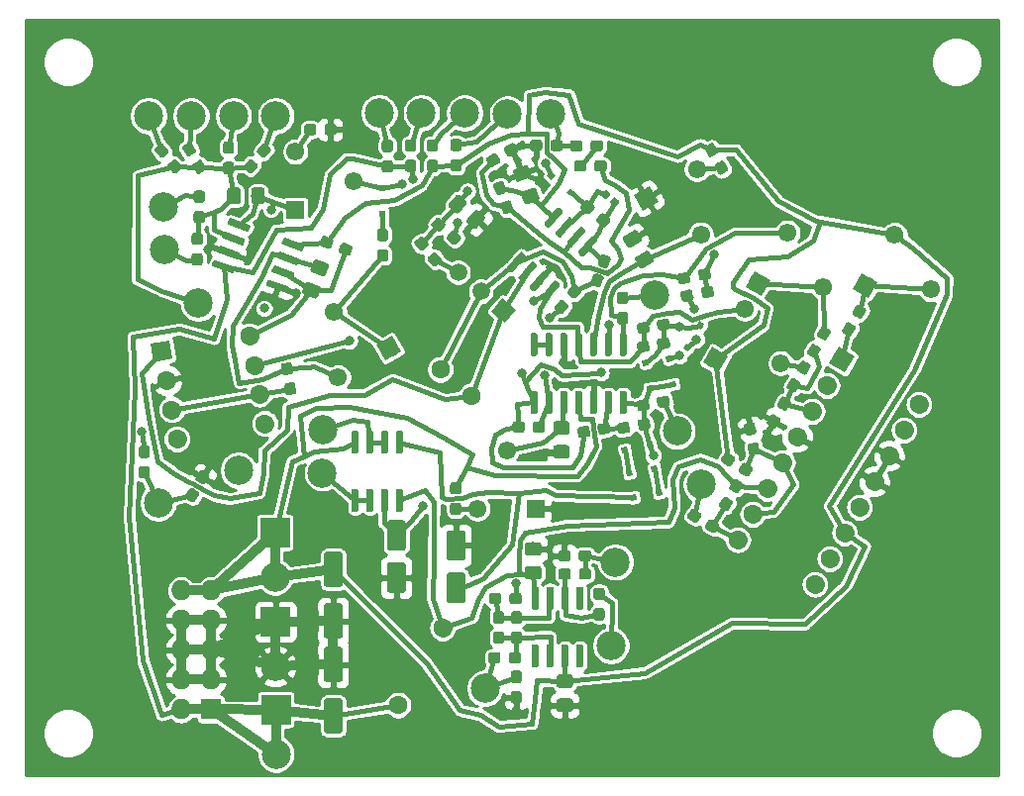
<source format=gbr>
G04 #@! TF.GenerationSoftware,KiCad,Pcbnew,(5.1.2-1)-1*
G04 #@! TF.CreationDate,2021-12-22T14:11:33-05:00*
G04 #@! TF.ProjectId,VCO - MFOS_SMD,56434f20-2d20-44d4-964f-535f534d442e,rev?*
G04 #@! TF.SameCoordinates,Original*
G04 #@! TF.FileFunction,Copper,L1,Top*
G04 #@! TF.FilePolarity,Positive*
%FSLAX46Y46*%
G04 Gerber Fmt 4.6, Leading zero omitted, Abs format (unit mm)*
G04 Created by KiCad (PCBNEW (5.1.2-1)-1) date 2021-12-22 14:11:33*
%MOMM*%
%LPD*%
G04 APERTURE LIST*
%ADD10C,1.600000*%
%ADD11C,1.600000*%
%ADD12O,1.727200X1.727200*%
%ADD13R,1.727200X1.727200*%
%ADD14C,0.100000*%
%ADD15C,0.950000*%
%ADD16C,2.499360*%
%ADD17C,1.550000*%
%ADD18C,1.150000*%
%ADD19C,0.600000*%
%ADD20R,1.550000X1.550000*%
%ADD21C,1.500000*%
%ADD22R,2.499360X2.499360*%
%ADD23C,0.500000*%
%ADD24R,0.500000X0.500000*%
%ADD25C,0.590000*%
%ADD26C,0.800000*%
%ADD27C,0.406400*%
%ADD28C,0.812800*%
%ADD29C,0.254000*%
G04 APERTURE END LIST*
D10*
X48016160Y-64396426D03*
D11*
X48016160Y-64396426D02*
X48016160Y-64396426D01*
D10*
X44206160Y-70995540D03*
D12*
X25656540Y-61188600D03*
X28196540Y-61188600D03*
X25656540Y-63728600D03*
X28196540Y-63728600D03*
X25656540Y-66268600D03*
X28196540Y-66268600D03*
X25656540Y-68808600D03*
X28196540Y-68808600D03*
X25656540Y-71348600D03*
D13*
X28196540Y-71348600D03*
D14*
G36*
X61120333Y-34084273D02*
G01*
X61143516Y-34086684D01*
X61166350Y-34091356D01*
X61188616Y-34098243D01*
X61634970Y-34260702D01*
X61656454Y-34269738D01*
X61676948Y-34280837D01*
X61696257Y-34293892D01*
X61714192Y-34308775D01*
X61730583Y-34325346D01*
X61745270Y-34343443D01*
X61758113Y-34362892D01*
X61768988Y-34383507D01*
X61777790Y-34405088D01*
X61784434Y-34427428D01*
X61788856Y-34450312D01*
X61791014Y-34473519D01*
X61790887Y-34496826D01*
X61788476Y-34520008D01*
X61783804Y-34542842D01*
X61776917Y-34565109D01*
X61580255Y-35105432D01*
X61571218Y-35126916D01*
X61560119Y-35147411D01*
X61547065Y-35166719D01*
X61532181Y-35184655D01*
X61515611Y-35201045D01*
X61497514Y-35215733D01*
X61478064Y-35228576D01*
X61457450Y-35239450D01*
X61435868Y-35248252D01*
X61413528Y-35254896D01*
X61390644Y-35259318D01*
X61367437Y-35261476D01*
X61344131Y-35261349D01*
X61320948Y-35258938D01*
X61298114Y-35254266D01*
X61275848Y-35247379D01*
X60829494Y-35084920D01*
X60808010Y-35075884D01*
X60787516Y-35064785D01*
X60768207Y-35051730D01*
X60750272Y-35036847D01*
X60733881Y-35020276D01*
X60719194Y-35002179D01*
X60706351Y-34982730D01*
X60695476Y-34962115D01*
X60686674Y-34940534D01*
X60680030Y-34918194D01*
X60675608Y-34895310D01*
X60673450Y-34872103D01*
X60673577Y-34848796D01*
X60675988Y-34825614D01*
X60680660Y-34802780D01*
X60687547Y-34780513D01*
X60884209Y-34240190D01*
X60893246Y-34218706D01*
X60904345Y-34198211D01*
X60917399Y-34178903D01*
X60932283Y-34160967D01*
X60948853Y-34144577D01*
X60966950Y-34129889D01*
X60986400Y-34117046D01*
X61007014Y-34106172D01*
X61028596Y-34097370D01*
X61050936Y-34090726D01*
X61073820Y-34086304D01*
X61097027Y-34084146D01*
X61120333Y-34084273D01*
X61120333Y-34084273D01*
G37*
D15*
X61232232Y-34672811D03*
D14*
G36*
X61718869Y-32439811D02*
G01*
X61742052Y-32442222D01*
X61764886Y-32446894D01*
X61787152Y-32453781D01*
X62233506Y-32616240D01*
X62254990Y-32625276D01*
X62275484Y-32636375D01*
X62294793Y-32649430D01*
X62312728Y-32664313D01*
X62329119Y-32680884D01*
X62343806Y-32698981D01*
X62356649Y-32718430D01*
X62367524Y-32739045D01*
X62376326Y-32760626D01*
X62382970Y-32782966D01*
X62387392Y-32805850D01*
X62389550Y-32829057D01*
X62389423Y-32852364D01*
X62387012Y-32875546D01*
X62382340Y-32898380D01*
X62375453Y-32920647D01*
X62178791Y-33460970D01*
X62169754Y-33482454D01*
X62158655Y-33502949D01*
X62145601Y-33522257D01*
X62130717Y-33540193D01*
X62114147Y-33556583D01*
X62096050Y-33571271D01*
X62076600Y-33584114D01*
X62055986Y-33594988D01*
X62034404Y-33603790D01*
X62012064Y-33610434D01*
X61989180Y-33614856D01*
X61965973Y-33617014D01*
X61942667Y-33616887D01*
X61919484Y-33614476D01*
X61896650Y-33609804D01*
X61874384Y-33602917D01*
X61428030Y-33440458D01*
X61406546Y-33431422D01*
X61386052Y-33420323D01*
X61366743Y-33407268D01*
X61348808Y-33392385D01*
X61332417Y-33375814D01*
X61317730Y-33357717D01*
X61304887Y-33338268D01*
X61294012Y-33317653D01*
X61285210Y-33296072D01*
X61278566Y-33273732D01*
X61274144Y-33250848D01*
X61271986Y-33227641D01*
X61272113Y-33204334D01*
X61274524Y-33181152D01*
X61279196Y-33158318D01*
X61286083Y-33136051D01*
X61482745Y-32595728D01*
X61491782Y-32574244D01*
X61502881Y-32553749D01*
X61515935Y-32534441D01*
X61530819Y-32516505D01*
X61547389Y-32500115D01*
X61565486Y-32485427D01*
X61584936Y-32472584D01*
X61605550Y-32461710D01*
X61627132Y-32452908D01*
X61649472Y-32446264D01*
X61672356Y-32441842D01*
X61695563Y-32439684D01*
X61718869Y-32439811D01*
X61718869Y-32439811D01*
G37*
D15*
X61830768Y-33028349D03*
D14*
G36*
X35223129Y-43385166D02*
G01*
X35246103Y-43389088D01*
X35268583Y-43395243D01*
X35290351Y-43403572D01*
X35311198Y-43413994D01*
X35330923Y-43426409D01*
X35349337Y-43440699D01*
X35366260Y-43456724D01*
X35381532Y-43474330D01*
X35395004Y-43493349D01*
X35406548Y-43513597D01*
X35416051Y-43534879D01*
X35423422Y-43556990D01*
X35428591Y-43579716D01*
X35528439Y-44145981D01*
X35531355Y-44169105D01*
X35531990Y-44192404D01*
X35530339Y-44215653D01*
X35526417Y-44238627D01*
X35520262Y-44261107D01*
X35511934Y-44282875D01*
X35501511Y-44303722D01*
X35489096Y-44323447D01*
X35474807Y-44341860D01*
X35458781Y-44358784D01*
X35441175Y-44374056D01*
X35422156Y-44387528D01*
X35401908Y-44399072D01*
X35380626Y-44408575D01*
X35358515Y-44415946D01*
X35335788Y-44421115D01*
X34868004Y-44503598D01*
X34844880Y-44506514D01*
X34821582Y-44507149D01*
X34798333Y-44505498D01*
X34775359Y-44501576D01*
X34752879Y-44495421D01*
X34731111Y-44487092D01*
X34710264Y-44476670D01*
X34690539Y-44464255D01*
X34672125Y-44449965D01*
X34655202Y-44433940D01*
X34639930Y-44416334D01*
X34626458Y-44397315D01*
X34614914Y-44377067D01*
X34605411Y-44355785D01*
X34598040Y-44333674D01*
X34592871Y-44310948D01*
X34493023Y-43744683D01*
X34490107Y-43721559D01*
X34489472Y-43698260D01*
X34491123Y-43675011D01*
X34495045Y-43652037D01*
X34501200Y-43629557D01*
X34509528Y-43607789D01*
X34519951Y-43586942D01*
X34532366Y-43567217D01*
X34546655Y-43548804D01*
X34562681Y-43531880D01*
X34580287Y-43516608D01*
X34599306Y-43503136D01*
X34619554Y-43491592D01*
X34640836Y-43482089D01*
X34662947Y-43474718D01*
X34685674Y-43469549D01*
X35153458Y-43387066D01*
X35176582Y-43384150D01*
X35199880Y-43383515D01*
X35223129Y-43385166D01*
X35223129Y-43385166D01*
G37*
D15*
X35010731Y-43945332D03*
D14*
G36*
X34919245Y-41661752D02*
G01*
X34942219Y-41665674D01*
X34964699Y-41671829D01*
X34986467Y-41680158D01*
X35007314Y-41690580D01*
X35027039Y-41702995D01*
X35045453Y-41717285D01*
X35062376Y-41733310D01*
X35077648Y-41750916D01*
X35091120Y-41769935D01*
X35102664Y-41790183D01*
X35112167Y-41811465D01*
X35119538Y-41833576D01*
X35124707Y-41856302D01*
X35224555Y-42422567D01*
X35227471Y-42445691D01*
X35228106Y-42468990D01*
X35226455Y-42492239D01*
X35222533Y-42515213D01*
X35216378Y-42537693D01*
X35208050Y-42559461D01*
X35197627Y-42580308D01*
X35185212Y-42600033D01*
X35170923Y-42618446D01*
X35154897Y-42635370D01*
X35137291Y-42650642D01*
X35118272Y-42664114D01*
X35098024Y-42675658D01*
X35076742Y-42685161D01*
X35054631Y-42692532D01*
X35031904Y-42697701D01*
X34564120Y-42780184D01*
X34540996Y-42783100D01*
X34517698Y-42783735D01*
X34494449Y-42782084D01*
X34471475Y-42778162D01*
X34448995Y-42772007D01*
X34427227Y-42763678D01*
X34406380Y-42753256D01*
X34386655Y-42740841D01*
X34368241Y-42726551D01*
X34351318Y-42710526D01*
X34336046Y-42692920D01*
X34322574Y-42673901D01*
X34311030Y-42653653D01*
X34301527Y-42632371D01*
X34294156Y-42610260D01*
X34288987Y-42587534D01*
X34189139Y-42021269D01*
X34186223Y-41998145D01*
X34185588Y-41974846D01*
X34187239Y-41951597D01*
X34191161Y-41928623D01*
X34197316Y-41906143D01*
X34205644Y-41884375D01*
X34216067Y-41863528D01*
X34228482Y-41843803D01*
X34242771Y-41825390D01*
X34258797Y-41808466D01*
X34276403Y-41793194D01*
X34295422Y-41779722D01*
X34315670Y-41768178D01*
X34336952Y-41758675D01*
X34359063Y-41751304D01*
X34381790Y-41746135D01*
X34849574Y-41663652D01*
X34872698Y-41660736D01*
X34895996Y-41660101D01*
X34919245Y-41661752D01*
X34919245Y-41661752D01*
G37*
D15*
X34706847Y-42221918D03*
D10*
X31482264Y-39400814D03*
D11*
X31482264Y-39400814D02*
X31482264Y-39400814D01*
D10*
X25301228Y-48228248D03*
D11*
X25301228Y-48228248D02*
X25301228Y-48228248D01*
D10*
X31923330Y-41902226D03*
D11*
X31923330Y-41902226D02*
X31923330Y-41902226D01*
D10*
X24860162Y-45726836D03*
D11*
X24860162Y-45726836D02*
X24860162Y-45726836D01*
D10*
X32364397Y-44403637D03*
D11*
X32364397Y-44403637D02*
X32364397Y-44403637D01*
D10*
X24419095Y-43225425D03*
D11*
X24419095Y-43225425D02*
X24419095Y-43225425D01*
D10*
X32805463Y-46905049D03*
D11*
X32805463Y-46905049D02*
X32805463Y-46905049D01*
D10*
X23978029Y-40724013D03*
D14*
G36*
X23329101Y-41650778D02*
G01*
X23051264Y-40075085D01*
X24626957Y-39797248D01*
X24904794Y-41372941D01*
X23329101Y-41650778D01*
X23329101Y-41650778D01*
G37*
D16*
X30561280Y-50914300D03*
X27143287Y-36639603D03*
D17*
X38748572Y-37382193D03*
X43413636Y-40462320D03*
D14*
G36*
X43697306Y-39403650D02*
G01*
X44472306Y-40745990D01*
X43129966Y-41520990D01*
X42354966Y-40178650D01*
X43697306Y-39403650D01*
X43697306Y-39403650D01*
G37*
D17*
X39083509Y-42962320D03*
D14*
G36*
X37202534Y-32879498D02*
G01*
X37226936Y-32882036D01*
X37250972Y-32886953D01*
X37274409Y-32894203D01*
X38120135Y-33202021D01*
X38142750Y-33211533D01*
X38164324Y-33223216D01*
X38184648Y-33236957D01*
X38203528Y-33252624D01*
X38220781Y-33270067D01*
X38236241Y-33289116D01*
X38249760Y-33309589D01*
X38261207Y-33331289D01*
X38270472Y-33354006D01*
X38277465Y-33377521D01*
X38282120Y-33401610D01*
X38284392Y-33426038D01*
X38284258Y-33450571D01*
X38281720Y-33474973D01*
X38276803Y-33499009D01*
X38269553Y-33522448D01*
X38047239Y-34133250D01*
X38037727Y-34155864D01*
X38026044Y-34177438D01*
X38012303Y-34197762D01*
X37996636Y-34216642D01*
X37979193Y-34233895D01*
X37960144Y-34249355D01*
X37939671Y-34262874D01*
X37917971Y-34274321D01*
X37895254Y-34283586D01*
X37871738Y-34290580D01*
X37847650Y-34295235D01*
X37823222Y-34297506D01*
X37798688Y-34297372D01*
X37774286Y-34294834D01*
X37750250Y-34289917D01*
X37726813Y-34282667D01*
X36881087Y-33974849D01*
X36858472Y-33965337D01*
X36836898Y-33953654D01*
X36816574Y-33939913D01*
X36797694Y-33924246D01*
X36780441Y-33906803D01*
X36764981Y-33887754D01*
X36751462Y-33867281D01*
X36740015Y-33845581D01*
X36730750Y-33822864D01*
X36723757Y-33799349D01*
X36719102Y-33775260D01*
X36716830Y-33750832D01*
X36716964Y-33726299D01*
X36719502Y-33701897D01*
X36724419Y-33677861D01*
X36731669Y-33654422D01*
X36953983Y-33043620D01*
X36963495Y-33021006D01*
X36975178Y-32999432D01*
X36988919Y-32979108D01*
X37004586Y-32960228D01*
X37022029Y-32942975D01*
X37041078Y-32927515D01*
X37061551Y-32913996D01*
X37083251Y-32902549D01*
X37105968Y-32893284D01*
X37129484Y-32886290D01*
X37153572Y-32881635D01*
X37178000Y-32879364D01*
X37202534Y-32879498D01*
X37202534Y-32879498D01*
G37*
D18*
X37500611Y-33588435D03*
D14*
G36*
X36501392Y-34805868D02*
G01*
X36525794Y-34808406D01*
X36549830Y-34813323D01*
X36573267Y-34820573D01*
X37418993Y-35128391D01*
X37441608Y-35137903D01*
X37463182Y-35149586D01*
X37483506Y-35163327D01*
X37502386Y-35178994D01*
X37519639Y-35196437D01*
X37535099Y-35215486D01*
X37548618Y-35235959D01*
X37560065Y-35257659D01*
X37569330Y-35280376D01*
X37576323Y-35303891D01*
X37580978Y-35327980D01*
X37583250Y-35352408D01*
X37583116Y-35376941D01*
X37580578Y-35401343D01*
X37575661Y-35425379D01*
X37568411Y-35448818D01*
X37346097Y-36059620D01*
X37336585Y-36082234D01*
X37324902Y-36103808D01*
X37311161Y-36124132D01*
X37295494Y-36143012D01*
X37278051Y-36160265D01*
X37259002Y-36175725D01*
X37238529Y-36189244D01*
X37216829Y-36200691D01*
X37194112Y-36209956D01*
X37170596Y-36216950D01*
X37146508Y-36221605D01*
X37122080Y-36223876D01*
X37097546Y-36223742D01*
X37073144Y-36221204D01*
X37049108Y-36216287D01*
X37025671Y-36209037D01*
X36179945Y-35901219D01*
X36157330Y-35891707D01*
X36135756Y-35880024D01*
X36115432Y-35866283D01*
X36096552Y-35850616D01*
X36079299Y-35833173D01*
X36063839Y-35814124D01*
X36050320Y-35793651D01*
X36038873Y-35771951D01*
X36029608Y-35749234D01*
X36022615Y-35725719D01*
X36017960Y-35701630D01*
X36015688Y-35677202D01*
X36015822Y-35652669D01*
X36018360Y-35628267D01*
X36023277Y-35604231D01*
X36030527Y-35580792D01*
X36252841Y-34969990D01*
X36262353Y-34947376D01*
X36274036Y-34925802D01*
X36287777Y-34905478D01*
X36303444Y-34886598D01*
X36320887Y-34869345D01*
X36339936Y-34853885D01*
X36360409Y-34840366D01*
X36382109Y-34828919D01*
X36404826Y-34819654D01*
X36428342Y-34812660D01*
X36452430Y-34808005D01*
X36476858Y-34805734D01*
X36501392Y-34805868D01*
X36501392Y-34805868D01*
G37*
D18*
X36799469Y-35514805D03*
D14*
G36*
X59890454Y-65812396D02*
G01*
X59905015Y-65814556D01*
X59919294Y-65818133D01*
X59933154Y-65823092D01*
X59946461Y-65829386D01*
X59959087Y-65836954D01*
X59970910Y-65845722D01*
X59981817Y-65855608D01*
X59991703Y-65866515D01*
X60000471Y-65878338D01*
X60008039Y-65890964D01*
X60014333Y-65904271D01*
X60019292Y-65918131D01*
X60022869Y-65932410D01*
X60025029Y-65946971D01*
X60025751Y-65961674D01*
X60025751Y-67611674D01*
X60025029Y-67626377D01*
X60022869Y-67640938D01*
X60019292Y-67655217D01*
X60014333Y-67669077D01*
X60008039Y-67682384D01*
X60000471Y-67695010D01*
X59991703Y-67706833D01*
X59981817Y-67717740D01*
X59970910Y-67727626D01*
X59959087Y-67736394D01*
X59946461Y-67743962D01*
X59933154Y-67750256D01*
X59919294Y-67755215D01*
X59905015Y-67758792D01*
X59890454Y-67760952D01*
X59875751Y-67761674D01*
X59575751Y-67761674D01*
X59561048Y-67760952D01*
X59546487Y-67758792D01*
X59532208Y-67755215D01*
X59518348Y-67750256D01*
X59505041Y-67743962D01*
X59492415Y-67736394D01*
X59480592Y-67727626D01*
X59469685Y-67717740D01*
X59459799Y-67706833D01*
X59451031Y-67695010D01*
X59443463Y-67682384D01*
X59437169Y-67669077D01*
X59432210Y-67655217D01*
X59428633Y-67640938D01*
X59426473Y-67626377D01*
X59425751Y-67611674D01*
X59425751Y-65961674D01*
X59426473Y-65946971D01*
X59428633Y-65932410D01*
X59432210Y-65918131D01*
X59437169Y-65904271D01*
X59443463Y-65890964D01*
X59451031Y-65878338D01*
X59459799Y-65866515D01*
X59469685Y-65855608D01*
X59480592Y-65845722D01*
X59492415Y-65836954D01*
X59505041Y-65829386D01*
X59518348Y-65823092D01*
X59532208Y-65818133D01*
X59546487Y-65814556D01*
X59561048Y-65812396D01*
X59575751Y-65811674D01*
X59875751Y-65811674D01*
X59890454Y-65812396D01*
X59890454Y-65812396D01*
G37*
D19*
X59725751Y-66786674D03*
D14*
G36*
X58620454Y-65812396D02*
G01*
X58635015Y-65814556D01*
X58649294Y-65818133D01*
X58663154Y-65823092D01*
X58676461Y-65829386D01*
X58689087Y-65836954D01*
X58700910Y-65845722D01*
X58711817Y-65855608D01*
X58721703Y-65866515D01*
X58730471Y-65878338D01*
X58738039Y-65890964D01*
X58744333Y-65904271D01*
X58749292Y-65918131D01*
X58752869Y-65932410D01*
X58755029Y-65946971D01*
X58755751Y-65961674D01*
X58755751Y-67611674D01*
X58755029Y-67626377D01*
X58752869Y-67640938D01*
X58749292Y-67655217D01*
X58744333Y-67669077D01*
X58738039Y-67682384D01*
X58730471Y-67695010D01*
X58721703Y-67706833D01*
X58711817Y-67717740D01*
X58700910Y-67727626D01*
X58689087Y-67736394D01*
X58676461Y-67743962D01*
X58663154Y-67750256D01*
X58649294Y-67755215D01*
X58635015Y-67758792D01*
X58620454Y-67760952D01*
X58605751Y-67761674D01*
X58305751Y-67761674D01*
X58291048Y-67760952D01*
X58276487Y-67758792D01*
X58262208Y-67755215D01*
X58248348Y-67750256D01*
X58235041Y-67743962D01*
X58222415Y-67736394D01*
X58210592Y-67727626D01*
X58199685Y-67717740D01*
X58189799Y-67706833D01*
X58181031Y-67695010D01*
X58173463Y-67682384D01*
X58167169Y-67669077D01*
X58162210Y-67655217D01*
X58158633Y-67640938D01*
X58156473Y-67626377D01*
X58155751Y-67611674D01*
X58155751Y-65961674D01*
X58156473Y-65946971D01*
X58158633Y-65932410D01*
X58162210Y-65918131D01*
X58167169Y-65904271D01*
X58173463Y-65890964D01*
X58181031Y-65878338D01*
X58189799Y-65866515D01*
X58199685Y-65855608D01*
X58210592Y-65845722D01*
X58222415Y-65836954D01*
X58235041Y-65829386D01*
X58248348Y-65823092D01*
X58262208Y-65818133D01*
X58276487Y-65814556D01*
X58291048Y-65812396D01*
X58305751Y-65811674D01*
X58605751Y-65811674D01*
X58620454Y-65812396D01*
X58620454Y-65812396D01*
G37*
D19*
X58455751Y-66786674D03*
D14*
G36*
X57350454Y-65812396D02*
G01*
X57365015Y-65814556D01*
X57379294Y-65818133D01*
X57393154Y-65823092D01*
X57406461Y-65829386D01*
X57419087Y-65836954D01*
X57430910Y-65845722D01*
X57441817Y-65855608D01*
X57451703Y-65866515D01*
X57460471Y-65878338D01*
X57468039Y-65890964D01*
X57474333Y-65904271D01*
X57479292Y-65918131D01*
X57482869Y-65932410D01*
X57485029Y-65946971D01*
X57485751Y-65961674D01*
X57485751Y-67611674D01*
X57485029Y-67626377D01*
X57482869Y-67640938D01*
X57479292Y-67655217D01*
X57474333Y-67669077D01*
X57468039Y-67682384D01*
X57460471Y-67695010D01*
X57451703Y-67706833D01*
X57441817Y-67717740D01*
X57430910Y-67727626D01*
X57419087Y-67736394D01*
X57406461Y-67743962D01*
X57393154Y-67750256D01*
X57379294Y-67755215D01*
X57365015Y-67758792D01*
X57350454Y-67760952D01*
X57335751Y-67761674D01*
X57035751Y-67761674D01*
X57021048Y-67760952D01*
X57006487Y-67758792D01*
X56992208Y-67755215D01*
X56978348Y-67750256D01*
X56965041Y-67743962D01*
X56952415Y-67736394D01*
X56940592Y-67727626D01*
X56929685Y-67717740D01*
X56919799Y-67706833D01*
X56911031Y-67695010D01*
X56903463Y-67682384D01*
X56897169Y-67669077D01*
X56892210Y-67655217D01*
X56888633Y-67640938D01*
X56886473Y-67626377D01*
X56885751Y-67611674D01*
X56885751Y-65961674D01*
X56886473Y-65946971D01*
X56888633Y-65932410D01*
X56892210Y-65918131D01*
X56897169Y-65904271D01*
X56903463Y-65890964D01*
X56911031Y-65878338D01*
X56919799Y-65866515D01*
X56929685Y-65855608D01*
X56940592Y-65845722D01*
X56952415Y-65836954D01*
X56965041Y-65829386D01*
X56978348Y-65823092D01*
X56992208Y-65818133D01*
X57006487Y-65814556D01*
X57021048Y-65812396D01*
X57035751Y-65811674D01*
X57335751Y-65811674D01*
X57350454Y-65812396D01*
X57350454Y-65812396D01*
G37*
D19*
X57185751Y-66786674D03*
D14*
G36*
X56080454Y-65812396D02*
G01*
X56095015Y-65814556D01*
X56109294Y-65818133D01*
X56123154Y-65823092D01*
X56136461Y-65829386D01*
X56149087Y-65836954D01*
X56160910Y-65845722D01*
X56171817Y-65855608D01*
X56181703Y-65866515D01*
X56190471Y-65878338D01*
X56198039Y-65890964D01*
X56204333Y-65904271D01*
X56209292Y-65918131D01*
X56212869Y-65932410D01*
X56215029Y-65946971D01*
X56215751Y-65961674D01*
X56215751Y-67611674D01*
X56215029Y-67626377D01*
X56212869Y-67640938D01*
X56209292Y-67655217D01*
X56204333Y-67669077D01*
X56198039Y-67682384D01*
X56190471Y-67695010D01*
X56181703Y-67706833D01*
X56171817Y-67717740D01*
X56160910Y-67727626D01*
X56149087Y-67736394D01*
X56136461Y-67743962D01*
X56123154Y-67750256D01*
X56109294Y-67755215D01*
X56095015Y-67758792D01*
X56080454Y-67760952D01*
X56065751Y-67761674D01*
X55765751Y-67761674D01*
X55751048Y-67760952D01*
X55736487Y-67758792D01*
X55722208Y-67755215D01*
X55708348Y-67750256D01*
X55695041Y-67743962D01*
X55682415Y-67736394D01*
X55670592Y-67727626D01*
X55659685Y-67717740D01*
X55649799Y-67706833D01*
X55641031Y-67695010D01*
X55633463Y-67682384D01*
X55627169Y-67669077D01*
X55622210Y-67655217D01*
X55618633Y-67640938D01*
X55616473Y-67626377D01*
X55615751Y-67611674D01*
X55615751Y-65961674D01*
X55616473Y-65946971D01*
X55618633Y-65932410D01*
X55622210Y-65918131D01*
X55627169Y-65904271D01*
X55633463Y-65890964D01*
X55641031Y-65878338D01*
X55649799Y-65866515D01*
X55659685Y-65855608D01*
X55670592Y-65845722D01*
X55682415Y-65836954D01*
X55695041Y-65829386D01*
X55708348Y-65823092D01*
X55722208Y-65818133D01*
X55736487Y-65814556D01*
X55751048Y-65812396D01*
X55765751Y-65811674D01*
X56065751Y-65811674D01*
X56080454Y-65812396D01*
X56080454Y-65812396D01*
G37*
D19*
X55915751Y-66786674D03*
D14*
G36*
X56080454Y-60862396D02*
G01*
X56095015Y-60864556D01*
X56109294Y-60868133D01*
X56123154Y-60873092D01*
X56136461Y-60879386D01*
X56149087Y-60886954D01*
X56160910Y-60895722D01*
X56171817Y-60905608D01*
X56181703Y-60916515D01*
X56190471Y-60928338D01*
X56198039Y-60940964D01*
X56204333Y-60954271D01*
X56209292Y-60968131D01*
X56212869Y-60982410D01*
X56215029Y-60996971D01*
X56215751Y-61011674D01*
X56215751Y-62661674D01*
X56215029Y-62676377D01*
X56212869Y-62690938D01*
X56209292Y-62705217D01*
X56204333Y-62719077D01*
X56198039Y-62732384D01*
X56190471Y-62745010D01*
X56181703Y-62756833D01*
X56171817Y-62767740D01*
X56160910Y-62777626D01*
X56149087Y-62786394D01*
X56136461Y-62793962D01*
X56123154Y-62800256D01*
X56109294Y-62805215D01*
X56095015Y-62808792D01*
X56080454Y-62810952D01*
X56065751Y-62811674D01*
X55765751Y-62811674D01*
X55751048Y-62810952D01*
X55736487Y-62808792D01*
X55722208Y-62805215D01*
X55708348Y-62800256D01*
X55695041Y-62793962D01*
X55682415Y-62786394D01*
X55670592Y-62777626D01*
X55659685Y-62767740D01*
X55649799Y-62756833D01*
X55641031Y-62745010D01*
X55633463Y-62732384D01*
X55627169Y-62719077D01*
X55622210Y-62705217D01*
X55618633Y-62690938D01*
X55616473Y-62676377D01*
X55615751Y-62661674D01*
X55615751Y-61011674D01*
X55616473Y-60996971D01*
X55618633Y-60982410D01*
X55622210Y-60968131D01*
X55627169Y-60954271D01*
X55633463Y-60940964D01*
X55641031Y-60928338D01*
X55649799Y-60916515D01*
X55659685Y-60905608D01*
X55670592Y-60895722D01*
X55682415Y-60886954D01*
X55695041Y-60879386D01*
X55708348Y-60873092D01*
X55722208Y-60868133D01*
X55736487Y-60864556D01*
X55751048Y-60862396D01*
X55765751Y-60861674D01*
X56065751Y-60861674D01*
X56080454Y-60862396D01*
X56080454Y-60862396D01*
G37*
D19*
X55915751Y-61836674D03*
D14*
G36*
X57350454Y-60862396D02*
G01*
X57365015Y-60864556D01*
X57379294Y-60868133D01*
X57393154Y-60873092D01*
X57406461Y-60879386D01*
X57419087Y-60886954D01*
X57430910Y-60895722D01*
X57441817Y-60905608D01*
X57451703Y-60916515D01*
X57460471Y-60928338D01*
X57468039Y-60940964D01*
X57474333Y-60954271D01*
X57479292Y-60968131D01*
X57482869Y-60982410D01*
X57485029Y-60996971D01*
X57485751Y-61011674D01*
X57485751Y-62661674D01*
X57485029Y-62676377D01*
X57482869Y-62690938D01*
X57479292Y-62705217D01*
X57474333Y-62719077D01*
X57468039Y-62732384D01*
X57460471Y-62745010D01*
X57451703Y-62756833D01*
X57441817Y-62767740D01*
X57430910Y-62777626D01*
X57419087Y-62786394D01*
X57406461Y-62793962D01*
X57393154Y-62800256D01*
X57379294Y-62805215D01*
X57365015Y-62808792D01*
X57350454Y-62810952D01*
X57335751Y-62811674D01*
X57035751Y-62811674D01*
X57021048Y-62810952D01*
X57006487Y-62808792D01*
X56992208Y-62805215D01*
X56978348Y-62800256D01*
X56965041Y-62793962D01*
X56952415Y-62786394D01*
X56940592Y-62777626D01*
X56929685Y-62767740D01*
X56919799Y-62756833D01*
X56911031Y-62745010D01*
X56903463Y-62732384D01*
X56897169Y-62719077D01*
X56892210Y-62705217D01*
X56888633Y-62690938D01*
X56886473Y-62676377D01*
X56885751Y-62661674D01*
X56885751Y-61011674D01*
X56886473Y-60996971D01*
X56888633Y-60982410D01*
X56892210Y-60968131D01*
X56897169Y-60954271D01*
X56903463Y-60940964D01*
X56911031Y-60928338D01*
X56919799Y-60916515D01*
X56929685Y-60905608D01*
X56940592Y-60895722D01*
X56952415Y-60886954D01*
X56965041Y-60879386D01*
X56978348Y-60873092D01*
X56992208Y-60868133D01*
X57006487Y-60864556D01*
X57021048Y-60862396D01*
X57035751Y-60861674D01*
X57335751Y-60861674D01*
X57350454Y-60862396D01*
X57350454Y-60862396D01*
G37*
D19*
X57185751Y-61836674D03*
D14*
G36*
X58620454Y-60862396D02*
G01*
X58635015Y-60864556D01*
X58649294Y-60868133D01*
X58663154Y-60873092D01*
X58676461Y-60879386D01*
X58689087Y-60886954D01*
X58700910Y-60895722D01*
X58711817Y-60905608D01*
X58721703Y-60916515D01*
X58730471Y-60928338D01*
X58738039Y-60940964D01*
X58744333Y-60954271D01*
X58749292Y-60968131D01*
X58752869Y-60982410D01*
X58755029Y-60996971D01*
X58755751Y-61011674D01*
X58755751Y-62661674D01*
X58755029Y-62676377D01*
X58752869Y-62690938D01*
X58749292Y-62705217D01*
X58744333Y-62719077D01*
X58738039Y-62732384D01*
X58730471Y-62745010D01*
X58721703Y-62756833D01*
X58711817Y-62767740D01*
X58700910Y-62777626D01*
X58689087Y-62786394D01*
X58676461Y-62793962D01*
X58663154Y-62800256D01*
X58649294Y-62805215D01*
X58635015Y-62808792D01*
X58620454Y-62810952D01*
X58605751Y-62811674D01*
X58305751Y-62811674D01*
X58291048Y-62810952D01*
X58276487Y-62808792D01*
X58262208Y-62805215D01*
X58248348Y-62800256D01*
X58235041Y-62793962D01*
X58222415Y-62786394D01*
X58210592Y-62777626D01*
X58199685Y-62767740D01*
X58189799Y-62756833D01*
X58181031Y-62745010D01*
X58173463Y-62732384D01*
X58167169Y-62719077D01*
X58162210Y-62705217D01*
X58158633Y-62690938D01*
X58156473Y-62676377D01*
X58155751Y-62661674D01*
X58155751Y-61011674D01*
X58156473Y-60996971D01*
X58158633Y-60982410D01*
X58162210Y-60968131D01*
X58167169Y-60954271D01*
X58173463Y-60940964D01*
X58181031Y-60928338D01*
X58189799Y-60916515D01*
X58199685Y-60905608D01*
X58210592Y-60895722D01*
X58222415Y-60886954D01*
X58235041Y-60879386D01*
X58248348Y-60873092D01*
X58262208Y-60868133D01*
X58276487Y-60864556D01*
X58291048Y-60862396D01*
X58305751Y-60861674D01*
X58605751Y-60861674D01*
X58620454Y-60862396D01*
X58620454Y-60862396D01*
G37*
D19*
X58455751Y-61836674D03*
D14*
G36*
X59890454Y-60862396D02*
G01*
X59905015Y-60864556D01*
X59919294Y-60868133D01*
X59933154Y-60873092D01*
X59946461Y-60879386D01*
X59959087Y-60886954D01*
X59970910Y-60895722D01*
X59981817Y-60905608D01*
X59991703Y-60916515D01*
X60000471Y-60928338D01*
X60008039Y-60940964D01*
X60014333Y-60954271D01*
X60019292Y-60968131D01*
X60022869Y-60982410D01*
X60025029Y-60996971D01*
X60025751Y-61011674D01*
X60025751Y-62661674D01*
X60025029Y-62676377D01*
X60022869Y-62690938D01*
X60019292Y-62705217D01*
X60014333Y-62719077D01*
X60008039Y-62732384D01*
X60000471Y-62745010D01*
X59991703Y-62756833D01*
X59981817Y-62767740D01*
X59970910Y-62777626D01*
X59959087Y-62786394D01*
X59946461Y-62793962D01*
X59933154Y-62800256D01*
X59919294Y-62805215D01*
X59905015Y-62808792D01*
X59890454Y-62810952D01*
X59875751Y-62811674D01*
X59575751Y-62811674D01*
X59561048Y-62810952D01*
X59546487Y-62808792D01*
X59532208Y-62805215D01*
X59518348Y-62800256D01*
X59505041Y-62793962D01*
X59492415Y-62786394D01*
X59480592Y-62777626D01*
X59469685Y-62767740D01*
X59459799Y-62756833D01*
X59451031Y-62745010D01*
X59443463Y-62732384D01*
X59437169Y-62719077D01*
X59432210Y-62705217D01*
X59428633Y-62690938D01*
X59426473Y-62676377D01*
X59425751Y-62661674D01*
X59425751Y-61011674D01*
X59426473Y-60996971D01*
X59428633Y-60982410D01*
X59432210Y-60968131D01*
X59437169Y-60954271D01*
X59443463Y-60940964D01*
X59451031Y-60928338D01*
X59459799Y-60916515D01*
X59469685Y-60905608D01*
X59480592Y-60895722D01*
X59492415Y-60886954D01*
X59505041Y-60879386D01*
X59518348Y-60873092D01*
X59532208Y-60868133D01*
X59546487Y-60864556D01*
X59561048Y-60862396D01*
X59575751Y-60861674D01*
X59875751Y-60861674D01*
X59890454Y-60862396D01*
X59890454Y-60862396D01*
G37*
D19*
X59725751Y-61836674D03*
D14*
G36*
X40665003Y-47553922D02*
G01*
X40679564Y-47556082D01*
X40693843Y-47559659D01*
X40707703Y-47564618D01*
X40721010Y-47570912D01*
X40733636Y-47578480D01*
X40745459Y-47587248D01*
X40756366Y-47597134D01*
X40766252Y-47608041D01*
X40775020Y-47619864D01*
X40782588Y-47632490D01*
X40788882Y-47645797D01*
X40793841Y-47659657D01*
X40797418Y-47673936D01*
X40799578Y-47688497D01*
X40800300Y-47703200D01*
X40800300Y-49353200D01*
X40799578Y-49367903D01*
X40797418Y-49382464D01*
X40793841Y-49396743D01*
X40788882Y-49410603D01*
X40782588Y-49423910D01*
X40775020Y-49436536D01*
X40766252Y-49448359D01*
X40756366Y-49459266D01*
X40745459Y-49469152D01*
X40733636Y-49477920D01*
X40721010Y-49485488D01*
X40707703Y-49491782D01*
X40693843Y-49496741D01*
X40679564Y-49500318D01*
X40665003Y-49502478D01*
X40650300Y-49503200D01*
X40350300Y-49503200D01*
X40335597Y-49502478D01*
X40321036Y-49500318D01*
X40306757Y-49496741D01*
X40292897Y-49491782D01*
X40279590Y-49485488D01*
X40266964Y-49477920D01*
X40255141Y-49469152D01*
X40244234Y-49459266D01*
X40234348Y-49448359D01*
X40225580Y-49436536D01*
X40218012Y-49423910D01*
X40211718Y-49410603D01*
X40206759Y-49396743D01*
X40203182Y-49382464D01*
X40201022Y-49367903D01*
X40200300Y-49353200D01*
X40200300Y-47703200D01*
X40201022Y-47688497D01*
X40203182Y-47673936D01*
X40206759Y-47659657D01*
X40211718Y-47645797D01*
X40218012Y-47632490D01*
X40225580Y-47619864D01*
X40234348Y-47608041D01*
X40244234Y-47597134D01*
X40255141Y-47587248D01*
X40266964Y-47578480D01*
X40279590Y-47570912D01*
X40292897Y-47564618D01*
X40306757Y-47559659D01*
X40321036Y-47556082D01*
X40335597Y-47553922D01*
X40350300Y-47553200D01*
X40650300Y-47553200D01*
X40665003Y-47553922D01*
X40665003Y-47553922D01*
G37*
D19*
X40500300Y-48528200D03*
D14*
G36*
X41935003Y-47553922D02*
G01*
X41949564Y-47556082D01*
X41963843Y-47559659D01*
X41977703Y-47564618D01*
X41991010Y-47570912D01*
X42003636Y-47578480D01*
X42015459Y-47587248D01*
X42026366Y-47597134D01*
X42036252Y-47608041D01*
X42045020Y-47619864D01*
X42052588Y-47632490D01*
X42058882Y-47645797D01*
X42063841Y-47659657D01*
X42067418Y-47673936D01*
X42069578Y-47688497D01*
X42070300Y-47703200D01*
X42070300Y-49353200D01*
X42069578Y-49367903D01*
X42067418Y-49382464D01*
X42063841Y-49396743D01*
X42058882Y-49410603D01*
X42052588Y-49423910D01*
X42045020Y-49436536D01*
X42036252Y-49448359D01*
X42026366Y-49459266D01*
X42015459Y-49469152D01*
X42003636Y-49477920D01*
X41991010Y-49485488D01*
X41977703Y-49491782D01*
X41963843Y-49496741D01*
X41949564Y-49500318D01*
X41935003Y-49502478D01*
X41920300Y-49503200D01*
X41620300Y-49503200D01*
X41605597Y-49502478D01*
X41591036Y-49500318D01*
X41576757Y-49496741D01*
X41562897Y-49491782D01*
X41549590Y-49485488D01*
X41536964Y-49477920D01*
X41525141Y-49469152D01*
X41514234Y-49459266D01*
X41504348Y-49448359D01*
X41495580Y-49436536D01*
X41488012Y-49423910D01*
X41481718Y-49410603D01*
X41476759Y-49396743D01*
X41473182Y-49382464D01*
X41471022Y-49367903D01*
X41470300Y-49353200D01*
X41470300Y-47703200D01*
X41471022Y-47688497D01*
X41473182Y-47673936D01*
X41476759Y-47659657D01*
X41481718Y-47645797D01*
X41488012Y-47632490D01*
X41495580Y-47619864D01*
X41504348Y-47608041D01*
X41514234Y-47597134D01*
X41525141Y-47587248D01*
X41536964Y-47578480D01*
X41549590Y-47570912D01*
X41562897Y-47564618D01*
X41576757Y-47559659D01*
X41591036Y-47556082D01*
X41605597Y-47553922D01*
X41620300Y-47553200D01*
X41920300Y-47553200D01*
X41935003Y-47553922D01*
X41935003Y-47553922D01*
G37*
D19*
X41770300Y-48528200D03*
D14*
G36*
X43205003Y-47553922D02*
G01*
X43219564Y-47556082D01*
X43233843Y-47559659D01*
X43247703Y-47564618D01*
X43261010Y-47570912D01*
X43273636Y-47578480D01*
X43285459Y-47587248D01*
X43296366Y-47597134D01*
X43306252Y-47608041D01*
X43315020Y-47619864D01*
X43322588Y-47632490D01*
X43328882Y-47645797D01*
X43333841Y-47659657D01*
X43337418Y-47673936D01*
X43339578Y-47688497D01*
X43340300Y-47703200D01*
X43340300Y-49353200D01*
X43339578Y-49367903D01*
X43337418Y-49382464D01*
X43333841Y-49396743D01*
X43328882Y-49410603D01*
X43322588Y-49423910D01*
X43315020Y-49436536D01*
X43306252Y-49448359D01*
X43296366Y-49459266D01*
X43285459Y-49469152D01*
X43273636Y-49477920D01*
X43261010Y-49485488D01*
X43247703Y-49491782D01*
X43233843Y-49496741D01*
X43219564Y-49500318D01*
X43205003Y-49502478D01*
X43190300Y-49503200D01*
X42890300Y-49503200D01*
X42875597Y-49502478D01*
X42861036Y-49500318D01*
X42846757Y-49496741D01*
X42832897Y-49491782D01*
X42819590Y-49485488D01*
X42806964Y-49477920D01*
X42795141Y-49469152D01*
X42784234Y-49459266D01*
X42774348Y-49448359D01*
X42765580Y-49436536D01*
X42758012Y-49423910D01*
X42751718Y-49410603D01*
X42746759Y-49396743D01*
X42743182Y-49382464D01*
X42741022Y-49367903D01*
X42740300Y-49353200D01*
X42740300Y-47703200D01*
X42741022Y-47688497D01*
X42743182Y-47673936D01*
X42746759Y-47659657D01*
X42751718Y-47645797D01*
X42758012Y-47632490D01*
X42765580Y-47619864D01*
X42774348Y-47608041D01*
X42784234Y-47597134D01*
X42795141Y-47587248D01*
X42806964Y-47578480D01*
X42819590Y-47570912D01*
X42832897Y-47564618D01*
X42846757Y-47559659D01*
X42861036Y-47556082D01*
X42875597Y-47553922D01*
X42890300Y-47553200D01*
X43190300Y-47553200D01*
X43205003Y-47553922D01*
X43205003Y-47553922D01*
G37*
D19*
X43040300Y-48528200D03*
D14*
G36*
X44475003Y-47553922D02*
G01*
X44489564Y-47556082D01*
X44503843Y-47559659D01*
X44517703Y-47564618D01*
X44531010Y-47570912D01*
X44543636Y-47578480D01*
X44555459Y-47587248D01*
X44566366Y-47597134D01*
X44576252Y-47608041D01*
X44585020Y-47619864D01*
X44592588Y-47632490D01*
X44598882Y-47645797D01*
X44603841Y-47659657D01*
X44607418Y-47673936D01*
X44609578Y-47688497D01*
X44610300Y-47703200D01*
X44610300Y-49353200D01*
X44609578Y-49367903D01*
X44607418Y-49382464D01*
X44603841Y-49396743D01*
X44598882Y-49410603D01*
X44592588Y-49423910D01*
X44585020Y-49436536D01*
X44576252Y-49448359D01*
X44566366Y-49459266D01*
X44555459Y-49469152D01*
X44543636Y-49477920D01*
X44531010Y-49485488D01*
X44517703Y-49491782D01*
X44503843Y-49496741D01*
X44489564Y-49500318D01*
X44475003Y-49502478D01*
X44460300Y-49503200D01*
X44160300Y-49503200D01*
X44145597Y-49502478D01*
X44131036Y-49500318D01*
X44116757Y-49496741D01*
X44102897Y-49491782D01*
X44089590Y-49485488D01*
X44076964Y-49477920D01*
X44065141Y-49469152D01*
X44054234Y-49459266D01*
X44044348Y-49448359D01*
X44035580Y-49436536D01*
X44028012Y-49423910D01*
X44021718Y-49410603D01*
X44016759Y-49396743D01*
X44013182Y-49382464D01*
X44011022Y-49367903D01*
X44010300Y-49353200D01*
X44010300Y-47703200D01*
X44011022Y-47688497D01*
X44013182Y-47673936D01*
X44016759Y-47659657D01*
X44021718Y-47645797D01*
X44028012Y-47632490D01*
X44035580Y-47619864D01*
X44044348Y-47608041D01*
X44054234Y-47597134D01*
X44065141Y-47587248D01*
X44076964Y-47578480D01*
X44089590Y-47570912D01*
X44102897Y-47564618D01*
X44116757Y-47559659D01*
X44131036Y-47556082D01*
X44145597Y-47553922D01*
X44160300Y-47553200D01*
X44460300Y-47553200D01*
X44475003Y-47553922D01*
X44475003Y-47553922D01*
G37*
D19*
X44310300Y-48528200D03*
D14*
G36*
X44475003Y-52503922D02*
G01*
X44489564Y-52506082D01*
X44503843Y-52509659D01*
X44517703Y-52514618D01*
X44531010Y-52520912D01*
X44543636Y-52528480D01*
X44555459Y-52537248D01*
X44566366Y-52547134D01*
X44576252Y-52558041D01*
X44585020Y-52569864D01*
X44592588Y-52582490D01*
X44598882Y-52595797D01*
X44603841Y-52609657D01*
X44607418Y-52623936D01*
X44609578Y-52638497D01*
X44610300Y-52653200D01*
X44610300Y-54303200D01*
X44609578Y-54317903D01*
X44607418Y-54332464D01*
X44603841Y-54346743D01*
X44598882Y-54360603D01*
X44592588Y-54373910D01*
X44585020Y-54386536D01*
X44576252Y-54398359D01*
X44566366Y-54409266D01*
X44555459Y-54419152D01*
X44543636Y-54427920D01*
X44531010Y-54435488D01*
X44517703Y-54441782D01*
X44503843Y-54446741D01*
X44489564Y-54450318D01*
X44475003Y-54452478D01*
X44460300Y-54453200D01*
X44160300Y-54453200D01*
X44145597Y-54452478D01*
X44131036Y-54450318D01*
X44116757Y-54446741D01*
X44102897Y-54441782D01*
X44089590Y-54435488D01*
X44076964Y-54427920D01*
X44065141Y-54419152D01*
X44054234Y-54409266D01*
X44044348Y-54398359D01*
X44035580Y-54386536D01*
X44028012Y-54373910D01*
X44021718Y-54360603D01*
X44016759Y-54346743D01*
X44013182Y-54332464D01*
X44011022Y-54317903D01*
X44010300Y-54303200D01*
X44010300Y-52653200D01*
X44011022Y-52638497D01*
X44013182Y-52623936D01*
X44016759Y-52609657D01*
X44021718Y-52595797D01*
X44028012Y-52582490D01*
X44035580Y-52569864D01*
X44044348Y-52558041D01*
X44054234Y-52547134D01*
X44065141Y-52537248D01*
X44076964Y-52528480D01*
X44089590Y-52520912D01*
X44102897Y-52514618D01*
X44116757Y-52509659D01*
X44131036Y-52506082D01*
X44145597Y-52503922D01*
X44160300Y-52503200D01*
X44460300Y-52503200D01*
X44475003Y-52503922D01*
X44475003Y-52503922D01*
G37*
D19*
X44310300Y-53478200D03*
D14*
G36*
X43205003Y-52503922D02*
G01*
X43219564Y-52506082D01*
X43233843Y-52509659D01*
X43247703Y-52514618D01*
X43261010Y-52520912D01*
X43273636Y-52528480D01*
X43285459Y-52537248D01*
X43296366Y-52547134D01*
X43306252Y-52558041D01*
X43315020Y-52569864D01*
X43322588Y-52582490D01*
X43328882Y-52595797D01*
X43333841Y-52609657D01*
X43337418Y-52623936D01*
X43339578Y-52638497D01*
X43340300Y-52653200D01*
X43340300Y-54303200D01*
X43339578Y-54317903D01*
X43337418Y-54332464D01*
X43333841Y-54346743D01*
X43328882Y-54360603D01*
X43322588Y-54373910D01*
X43315020Y-54386536D01*
X43306252Y-54398359D01*
X43296366Y-54409266D01*
X43285459Y-54419152D01*
X43273636Y-54427920D01*
X43261010Y-54435488D01*
X43247703Y-54441782D01*
X43233843Y-54446741D01*
X43219564Y-54450318D01*
X43205003Y-54452478D01*
X43190300Y-54453200D01*
X42890300Y-54453200D01*
X42875597Y-54452478D01*
X42861036Y-54450318D01*
X42846757Y-54446741D01*
X42832897Y-54441782D01*
X42819590Y-54435488D01*
X42806964Y-54427920D01*
X42795141Y-54419152D01*
X42784234Y-54409266D01*
X42774348Y-54398359D01*
X42765580Y-54386536D01*
X42758012Y-54373910D01*
X42751718Y-54360603D01*
X42746759Y-54346743D01*
X42743182Y-54332464D01*
X42741022Y-54317903D01*
X42740300Y-54303200D01*
X42740300Y-52653200D01*
X42741022Y-52638497D01*
X42743182Y-52623936D01*
X42746759Y-52609657D01*
X42751718Y-52595797D01*
X42758012Y-52582490D01*
X42765580Y-52569864D01*
X42774348Y-52558041D01*
X42784234Y-52547134D01*
X42795141Y-52537248D01*
X42806964Y-52528480D01*
X42819590Y-52520912D01*
X42832897Y-52514618D01*
X42846757Y-52509659D01*
X42861036Y-52506082D01*
X42875597Y-52503922D01*
X42890300Y-52503200D01*
X43190300Y-52503200D01*
X43205003Y-52503922D01*
X43205003Y-52503922D01*
G37*
D19*
X43040300Y-53478200D03*
D14*
G36*
X41935003Y-52503922D02*
G01*
X41949564Y-52506082D01*
X41963843Y-52509659D01*
X41977703Y-52514618D01*
X41991010Y-52520912D01*
X42003636Y-52528480D01*
X42015459Y-52537248D01*
X42026366Y-52547134D01*
X42036252Y-52558041D01*
X42045020Y-52569864D01*
X42052588Y-52582490D01*
X42058882Y-52595797D01*
X42063841Y-52609657D01*
X42067418Y-52623936D01*
X42069578Y-52638497D01*
X42070300Y-52653200D01*
X42070300Y-54303200D01*
X42069578Y-54317903D01*
X42067418Y-54332464D01*
X42063841Y-54346743D01*
X42058882Y-54360603D01*
X42052588Y-54373910D01*
X42045020Y-54386536D01*
X42036252Y-54398359D01*
X42026366Y-54409266D01*
X42015459Y-54419152D01*
X42003636Y-54427920D01*
X41991010Y-54435488D01*
X41977703Y-54441782D01*
X41963843Y-54446741D01*
X41949564Y-54450318D01*
X41935003Y-54452478D01*
X41920300Y-54453200D01*
X41620300Y-54453200D01*
X41605597Y-54452478D01*
X41591036Y-54450318D01*
X41576757Y-54446741D01*
X41562897Y-54441782D01*
X41549590Y-54435488D01*
X41536964Y-54427920D01*
X41525141Y-54419152D01*
X41514234Y-54409266D01*
X41504348Y-54398359D01*
X41495580Y-54386536D01*
X41488012Y-54373910D01*
X41481718Y-54360603D01*
X41476759Y-54346743D01*
X41473182Y-54332464D01*
X41471022Y-54317903D01*
X41470300Y-54303200D01*
X41470300Y-52653200D01*
X41471022Y-52638497D01*
X41473182Y-52623936D01*
X41476759Y-52609657D01*
X41481718Y-52595797D01*
X41488012Y-52582490D01*
X41495580Y-52569864D01*
X41504348Y-52558041D01*
X41514234Y-52547134D01*
X41525141Y-52537248D01*
X41536964Y-52528480D01*
X41549590Y-52520912D01*
X41562897Y-52514618D01*
X41576757Y-52509659D01*
X41591036Y-52506082D01*
X41605597Y-52503922D01*
X41620300Y-52503200D01*
X41920300Y-52503200D01*
X41935003Y-52503922D01*
X41935003Y-52503922D01*
G37*
D19*
X41770300Y-53478200D03*
D14*
G36*
X40665003Y-52503922D02*
G01*
X40679564Y-52506082D01*
X40693843Y-52509659D01*
X40707703Y-52514618D01*
X40721010Y-52520912D01*
X40733636Y-52528480D01*
X40745459Y-52537248D01*
X40756366Y-52547134D01*
X40766252Y-52558041D01*
X40775020Y-52569864D01*
X40782588Y-52582490D01*
X40788882Y-52595797D01*
X40793841Y-52609657D01*
X40797418Y-52623936D01*
X40799578Y-52638497D01*
X40800300Y-52653200D01*
X40800300Y-54303200D01*
X40799578Y-54317903D01*
X40797418Y-54332464D01*
X40793841Y-54346743D01*
X40788882Y-54360603D01*
X40782588Y-54373910D01*
X40775020Y-54386536D01*
X40766252Y-54398359D01*
X40756366Y-54409266D01*
X40745459Y-54419152D01*
X40733636Y-54427920D01*
X40721010Y-54435488D01*
X40707703Y-54441782D01*
X40693843Y-54446741D01*
X40679564Y-54450318D01*
X40665003Y-54452478D01*
X40650300Y-54453200D01*
X40350300Y-54453200D01*
X40335597Y-54452478D01*
X40321036Y-54450318D01*
X40306757Y-54446741D01*
X40292897Y-54441782D01*
X40279590Y-54435488D01*
X40266964Y-54427920D01*
X40255141Y-54419152D01*
X40244234Y-54409266D01*
X40234348Y-54398359D01*
X40225580Y-54386536D01*
X40218012Y-54373910D01*
X40211718Y-54360603D01*
X40206759Y-54346743D01*
X40203182Y-54332464D01*
X40201022Y-54317903D01*
X40200300Y-54303200D01*
X40200300Y-52653200D01*
X40201022Y-52638497D01*
X40203182Y-52623936D01*
X40206759Y-52609657D01*
X40211718Y-52595797D01*
X40218012Y-52582490D01*
X40225580Y-52569864D01*
X40234348Y-52558041D01*
X40244234Y-52547134D01*
X40255141Y-52537248D01*
X40266964Y-52528480D01*
X40279590Y-52520912D01*
X40292897Y-52514618D01*
X40306757Y-52509659D01*
X40321036Y-52506082D01*
X40335597Y-52503922D01*
X40350300Y-52503200D01*
X40650300Y-52503200D01*
X40665003Y-52503922D01*
X40665003Y-52503922D01*
G37*
D19*
X40500300Y-53478200D03*
D14*
G36*
X57930057Y-28442794D02*
G01*
X57944594Y-28445112D01*
X57958833Y-28448844D01*
X57972638Y-28453954D01*
X57985875Y-28460393D01*
X57998418Y-28468098D01*
X58010145Y-28476995D01*
X58239958Y-28669831D01*
X58250757Y-28679835D01*
X58260523Y-28690849D01*
X58269162Y-28702768D01*
X58276592Y-28715476D01*
X58282740Y-28728851D01*
X58287547Y-28742764D01*
X58290968Y-28757081D01*
X58292969Y-28771665D01*
X58293531Y-28786374D01*
X58292648Y-28801068D01*
X58290330Y-28815605D01*
X58286598Y-28829844D01*
X58281488Y-28843649D01*
X58275049Y-28856886D01*
X58267344Y-28869429D01*
X58258447Y-28881156D01*
X57197848Y-30145130D01*
X57187844Y-30155929D01*
X57176830Y-30165695D01*
X57164911Y-30174334D01*
X57152203Y-30181764D01*
X57138829Y-30187912D01*
X57124915Y-30192719D01*
X57110598Y-30196140D01*
X57096014Y-30198141D01*
X57081305Y-30198703D01*
X57066611Y-30197820D01*
X57052074Y-30195502D01*
X57037835Y-30191770D01*
X57024030Y-30186660D01*
X57010793Y-30180221D01*
X56998250Y-30172516D01*
X56986523Y-30163619D01*
X56756710Y-29970783D01*
X56745911Y-29960779D01*
X56736145Y-29949765D01*
X56727506Y-29937846D01*
X56720076Y-29925138D01*
X56713928Y-29911763D01*
X56709121Y-29897850D01*
X56705700Y-29883533D01*
X56703699Y-29868949D01*
X56703137Y-29854240D01*
X56704020Y-29839546D01*
X56706338Y-29825009D01*
X56710070Y-29810770D01*
X56715180Y-29796965D01*
X56721619Y-29783728D01*
X56729324Y-29771185D01*
X56738221Y-29759458D01*
X57798820Y-28495484D01*
X57808824Y-28484685D01*
X57819838Y-28474919D01*
X57831757Y-28466280D01*
X57844465Y-28458850D01*
X57857839Y-28452702D01*
X57871753Y-28447895D01*
X57886070Y-28444474D01*
X57900654Y-28442473D01*
X57915363Y-28441911D01*
X57930057Y-28442794D01*
X57930057Y-28442794D01*
G37*
D19*
X57498334Y-29320307D03*
D14*
G36*
X58902933Y-29259134D02*
G01*
X58917470Y-29261452D01*
X58931709Y-29265184D01*
X58945514Y-29270294D01*
X58958751Y-29276733D01*
X58971294Y-29284438D01*
X58983021Y-29293335D01*
X59212834Y-29486171D01*
X59223633Y-29496175D01*
X59233399Y-29507189D01*
X59242038Y-29519108D01*
X59249468Y-29531816D01*
X59255616Y-29545191D01*
X59260423Y-29559104D01*
X59263844Y-29573421D01*
X59265845Y-29588005D01*
X59266407Y-29602714D01*
X59265524Y-29617408D01*
X59263206Y-29631945D01*
X59259474Y-29646184D01*
X59254364Y-29659989D01*
X59247925Y-29673226D01*
X59240220Y-29685769D01*
X59231323Y-29697496D01*
X58170724Y-30961470D01*
X58160720Y-30972269D01*
X58149706Y-30982035D01*
X58137787Y-30990674D01*
X58125079Y-30998104D01*
X58111705Y-31004252D01*
X58097791Y-31009059D01*
X58083474Y-31012480D01*
X58068890Y-31014481D01*
X58054181Y-31015043D01*
X58039487Y-31014160D01*
X58024950Y-31011842D01*
X58010711Y-31008110D01*
X57996906Y-31003000D01*
X57983669Y-30996561D01*
X57971126Y-30988856D01*
X57959399Y-30979959D01*
X57729586Y-30787123D01*
X57718787Y-30777119D01*
X57709021Y-30766105D01*
X57700382Y-30754186D01*
X57692952Y-30741478D01*
X57686804Y-30728103D01*
X57681997Y-30714190D01*
X57678576Y-30699873D01*
X57676575Y-30685289D01*
X57676013Y-30670580D01*
X57676896Y-30655886D01*
X57679214Y-30641349D01*
X57682946Y-30627110D01*
X57688056Y-30613305D01*
X57694495Y-30600068D01*
X57702200Y-30587525D01*
X57711097Y-30575798D01*
X58771696Y-29311824D01*
X58781700Y-29301025D01*
X58792714Y-29291259D01*
X58804633Y-29282620D01*
X58817341Y-29275190D01*
X58830715Y-29269042D01*
X58844629Y-29264235D01*
X58858946Y-29260814D01*
X58873530Y-29258813D01*
X58888239Y-29258251D01*
X58902933Y-29259134D01*
X58902933Y-29259134D01*
G37*
D19*
X58471210Y-30136647D03*
D14*
G36*
X59875810Y-30075474D02*
G01*
X59890347Y-30077792D01*
X59904586Y-30081524D01*
X59918391Y-30086634D01*
X59931628Y-30093073D01*
X59944171Y-30100778D01*
X59955898Y-30109675D01*
X60185711Y-30302511D01*
X60196510Y-30312515D01*
X60206276Y-30323529D01*
X60214915Y-30335448D01*
X60222345Y-30348156D01*
X60228493Y-30361531D01*
X60233300Y-30375444D01*
X60236721Y-30389761D01*
X60238722Y-30404345D01*
X60239284Y-30419054D01*
X60238401Y-30433748D01*
X60236083Y-30448285D01*
X60232351Y-30462524D01*
X60227241Y-30476329D01*
X60220802Y-30489566D01*
X60213097Y-30502109D01*
X60204200Y-30513836D01*
X59143601Y-31777810D01*
X59133597Y-31788609D01*
X59122583Y-31798375D01*
X59110664Y-31807014D01*
X59097956Y-31814444D01*
X59084582Y-31820592D01*
X59070668Y-31825399D01*
X59056351Y-31828820D01*
X59041767Y-31830821D01*
X59027058Y-31831383D01*
X59012364Y-31830500D01*
X58997827Y-31828182D01*
X58983588Y-31824450D01*
X58969783Y-31819340D01*
X58956546Y-31812901D01*
X58944003Y-31805196D01*
X58932276Y-31796299D01*
X58702463Y-31603463D01*
X58691664Y-31593459D01*
X58681898Y-31582445D01*
X58673259Y-31570526D01*
X58665829Y-31557818D01*
X58659681Y-31544443D01*
X58654874Y-31530530D01*
X58651453Y-31516213D01*
X58649452Y-31501629D01*
X58648890Y-31486920D01*
X58649773Y-31472226D01*
X58652091Y-31457689D01*
X58655823Y-31443450D01*
X58660933Y-31429645D01*
X58667372Y-31416408D01*
X58675077Y-31403865D01*
X58683974Y-31392138D01*
X59744573Y-30128164D01*
X59754577Y-30117365D01*
X59765591Y-30107599D01*
X59777510Y-30098960D01*
X59790218Y-30091530D01*
X59803592Y-30085382D01*
X59817506Y-30080575D01*
X59831823Y-30077154D01*
X59846407Y-30075153D01*
X59861116Y-30074591D01*
X59875810Y-30075474D01*
X59875810Y-30075474D01*
G37*
D19*
X59444087Y-30952987D03*
D14*
G36*
X60848686Y-30891814D02*
G01*
X60863223Y-30894132D01*
X60877462Y-30897864D01*
X60891267Y-30902974D01*
X60904504Y-30909413D01*
X60917047Y-30917118D01*
X60928774Y-30926015D01*
X61158587Y-31118851D01*
X61169386Y-31128855D01*
X61179152Y-31139869D01*
X61187791Y-31151788D01*
X61195221Y-31164496D01*
X61201369Y-31177871D01*
X61206176Y-31191784D01*
X61209597Y-31206101D01*
X61211598Y-31220685D01*
X61212160Y-31235394D01*
X61211277Y-31250088D01*
X61208959Y-31264625D01*
X61205227Y-31278864D01*
X61200117Y-31292669D01*
X61193678Y-31305906D01*
X61185973Y-31318449D01*
X61177076Y-31330176D01*
X60116477Y-32594150D01*
X60106473Y-32604949D01*
X60095459Y-32614715D01*
X60083540Y-32623354D01*
X60070832Y-32630784D01*
X60057458Y-32636932D01*
X60043544Y-32641739D01*
X60029227Y-32645160D01*
X60014643Y-32647161D01*
X59999934Y-32647723D01*
X59985240Y-32646840D01*
X59970703Y-32644522D01*
X59956464Y-32640790D01*
X59942659Y-32635680D01*
X59929422Y-32629241D01*
X59916879Y-32621536D01*
X59905152Y-32612639D01*
X59675339Y-32419803D01*
X59664540Y-32409799D01*
X59654774Y-32398785D01*
X59646135Y-32386866D01*
X59638705Y-32374158D01*
X59632557Y-32360783D01*
X59627750Y-32346870D01*
X59624329Y-32332553D01*
X59622328Y-32317969D01*
X59621766Y-32303260D01*
X59622649Y-32288566D01*
X59624967Y-32274029D01*
X59628699Y-32259790D01*
X59633809Y-32245985D01*
X59640248Y-32232748D01*
X59647953Y-32220205D01*
X59656850Y-32208478D01*
X60717449Y-30944504D01*
X60727453Y-30933705D01*
X60738467Y-30923939D01*
X60750386Y-30915300D01*
X60763094Y-30907870D01*
X60776468Y-30901722D01*
X60790382Y-30896915D01*
X60804699Y-30893494D01*
X60819283Y-30891493D01*
X60833992Y-30890931D01*
X60848686Y-30891814D01*
X60848686Y-30891814D01*
G37*
D19*
X60416963Y-31769327D03*
D14*
G36*
X57666887Y-34683734D02*
G01*
X57681424Y-34686052D01*
X57695663Y-34689784D01*
X57709468Y-34694894D01*
X57722705Y-34701333D01*
X57735248Y-34709038D01*
X57746975Y-34717935D01*
X57976788Y-34910771D01*
X57987587Y-34920775D01*
X57997353Y-34931789D01*
X58005992Y-34943708D01*
X58013422Y-34956416D01*
X58019570Y-34969791D01*
X58024377Y-34983704D01*
X58027798Y-34998021D01*
X58029799Y-35012605D01*
X58030361Y-35027314D01*
X58029478Y-35042008D01*
X58027160Y-35056545D01*
X58023428Y-35070784D01*
X58018318Y-35084589D01*
X58011879Y-35097826D01*
X58004174Y-35110369D01*
X57995277Y-35122096D01*
X56934678Y-36386070D01*
X56924674Y-36396869D01*
X56913660Y-36406635D01*
X56901741Y-36415274D01*
X56889033Y-36422704D01*
X56875659Y-36428852D01*
X56861745Y-36433659D01*
X56847428Y-36437080D01*
X56832844Y-36439081D01*
X56818135Y-36439643D01*
X56803441Y-36438760D01*
X56788904Y-36436442D01*
X56774665Y-36432710D01*
X56760860Y-36427600D01*
X56747623Y-36421161D01*
X56735080Y-36413456D01*
X56723353Y-36404559D01*
X56493540Y-36211723D01*
X56482741Y-36201719D01*
X56472975Y-36190705D01*
X56464336Y-36178786D01*
X56456906Y-36166078D01*
X56450758Y-36152703D01*
X56445951Y-36138790D01*
X56442530Y-36124473D01*
X56440529Y-36109889D01*
X56439967Y-36095180D01*
X56440850Y-36080486D01*
X56443168Y-36065949D01*
X56446900Y-36051710D01*
X56452010Y-36037905D01*
X56458449Y-36024668D01*
X56466154Y-36012125D01*
X56475051Y-36000398D01*
X57535650Y-34736424D01*
X57545654Y-34725625D01*
X57556668Y-34715859D01*
X57568587Y-34707220D01*
X57581295Y-34699790D01*
X57594669Y-34693642D01*
X57608583Y-34688835D01*
X57622900Y-34685414D01*
X57637484Y-34683413D01*
X57652193Y-34682851D01*
X57666887Y-34683734D01*
X57666887Y-34683734D01*
G37*
D19*
X57235164Y-35561247D03*
D14*
G36*
X56694011Y-33867394D02*
G01*
X56708548Y-33869712D01*
X56722787Y-33873444D01*
X56736592Y-33878554D01*
X56749829Y-33884993D01*
X56762372Y-33892698D01*
X56774099Y-33901595D01*
X57003912Y-34094431D01*
X57014711Y-34104435D01*
X57024477Y-34115449D01*
X57033116Y-34127368D01*
X57040546Y-34140076D01*
X57046694Y-34153451D01*
X57051501Y-34167364D01*
X57054922Y-34181681D01*
X57056923Y-34196265D01*
X57057485Y-34210974D01*
X57056602Y-34225668D01*
X57054284Y-34240205D01*
X57050552Y-34254444D01*
X57045442Y-34268249D01*
X57039003Y-34281486D01*
X57031298Y-34294029D01*
X57022401Y-34305756D01*
X55961802Y-35569730D01*
X55951798Y-35580529D01*
X55940784Y-35590295D01*
X55928865Y-35598934D01*
X55916157Y-35606364D01*
X55902783Y-35612512D01*
X55888869Y-35617319D01*
X55874552Y-35620740D01*
X55859968Y-35622741D01*
X55845259Y-35623303D01*
X55830565Y-35622420D01*
X55816028Y-35620102D01*
X55801789Y-35616370D01*
X55787984Y-35611260D01*
X55774747Y-35604821D01*
X55762204Y-35597116D01*
X55750477Y-35588219D01*
X55520664Y-35395383D01*
X55509865Y-35385379D01*
X55500099Y-35374365D01*
X55491460Y-35362446D01*
X55484030Y-35349738D01*
X55477882Y-35336363D01*
X55473075Y-35322450D01*
X55469654Y-35308133D01*
X55467653Y-35293549D01*
X55467091Y-35278840D01*
X55467974Y-35264146D01*
X55470292Y-35249609D01*
X55474024Y-35235370D01*
X55479134Y-35221565D01*
X55485573Y-35208328D01*
X55493278Y-35195785D01*
X55502175Y-35184058D01*
X56562774Y-33920084D01*
X56572778Y-33909285D01*
X56583792Y-33899519D01*
X56595711Y-33890880D01*
X56608419Y-33883450D01*
X56621793Y-33877302D01*
X56635707Y-33872495D01*
X56650024Y-33869074D01*
X56664608Y-33867073D01*
X56679317Y-33866511D01*
X56694011Y-33867394D01*
X56694011Y-33867394D01*
G37*
D19*
X56262288Y-34744907D03*
D14*
G36*
X55721134Y-33051054D02*
G01*
X55735671Y-33053372D01*
X55749910Y-33057104D01*
X55763715Y-33062214D01*
X55776952Y-33068653D01*
X55789495Y-33076358D01*
X55801222Y-33085255D01*
X56031035Y-33278091D01*
X56041834Y-33288095D01*
X56051600Y-33299109D01*
X56060239Y-33311028D01*
X56067669Y-33323736D01*
X56073817Y-33337111D01*
X56078624Y-33351024D01*
X56082045Y-33365341D01*
X56084046Y-33379925D01*
X56084608Y-33394634D01*
X56083725Y-33409328D01*
X56081407Y-33423865D01*
X56077675Y-33438104D01*
X56072565Y-33451909D01*
X56066126Y-33465146D01*
X56058421Y-33477689D01*
X56049524Y-33489416D01*
X54988925Y-34753390D01*
X54978921Y-34764189D01*
X54967907Y-34773955D01*
X54955988Y-34782594D01*
X54943280Y-34790024D01*
X54929906Y-34796172D01*
X54915992Y-34800979D01*
X54901675Y-34804400D01*
X54887091Y-34806401D01*
X54872382Y-34806963D01*
X54857688Y-34806080D01*
X54843151Y-34803762D01*
X54828912Y-34800030D01*
X54815107Y-34794920D01*
X54801870Y-34788481D01*
X54789327Y-34780776D01*
X54777600Y-34771879D01*
X54547787Y-34579043D01*
X54536988Y-34569039D01*
X54527222Y-34558025D01*
X54518583Y-34546106D01*
X54511153Y-34533398D01*
X54505005Y-34520023D01*
X54500198Y-34506110D01*
X54496777Y-34491793D01*
X54494776Y-34477209D01*
X54494214Y-34462500D01*
X54495097Y-34447806D01*
X54497415Y-34433269D01*
X54501147Y-34419030D01*
X54506257Y-34405225D01*
X54512696Y-34391988D01*
X54520401Y-34379445D01*
X54529298Y-34367718D01*
X55589897Y-33103744D01*
X55599901Y-33092945D01*
X55610915Y-33083179D01*
X55622834Y-33074540D01*
X55635542Y-33067110D01*
X55648916Y-33060962D01*
X55662830Y-33056155D01*
X55677147Y-33052734D01*
X55691731Y-33050733D01*
X55706440Y-33050171D01*
X55721134Y-33051054D01*
X55721134Y-33051054D01*
G37*
D19*
X55289411Y-33928567D03*
D14*
G36*
X54748258Y-32234714D02*
G01*
X54762795Y-32237032D01*
X54777034Y-32240764D01*
X54790839Y-32245874D01*
X54804076Y-32252313D01*
X54816619Y-32260018D01*
X54828346Y-32268915D01*
X55058159Y-32461751D01*
X55068958Y-32471755D01*
X55078724Y-32482769D01*
X55087363Y-32494688D01*
X55094793Y-32507396D01*
X55100941Y-32520771D01*
X55105748Y-32534684D01*
X55109169Y-32549001D01*
X55111170Y-32563585D01*
X55111732Y-32578294D01*
X55110849Y-32592988D01*
X55108531Y-32607525D01*
X55104799Y-32621764D01*
X55099689Y-32635569D01*
X55093250Y-32648806D01*
X55085545Y-32661349D01*
X55076648Y-32673076D01*
X54016049Y-33937050D01*
X54006045Y-33947849D01*
X53995031Y-33957615D01*
X53983112Y-33966254D01*
X53970404Y-33973684D01*
X53957030Y-33979832D01*
X53943116Y-33984639D01*
X53928799Y-33988060D01*
X53914215Y-33990061D01*
X53899506Y-33990623D01*
X53884812Y-33989740D01*
X53870275Y-33987422D01*
X53856036Y-33983690D01*
X53842231Y-33978580D01*
X53828994Y-33972141D01*
X53816451Y-33964436D01*
X53804724Y-33955539D01*
X53574911Y-33762703D01*
X53564112Y-33752699D01*
X53554346Y-33741685D01*
X53545707Y-33729766D01*
X53538277Y-33717058D01*
X53532129Y-33703683D01*
X53527322Y-33689770D01*
X53523901Y-33675453D01*
X53521900Y-33660869D01*
X53521338Y-33646160D01*
X53522221Y-33631466D01*
X53524539Y-33616929D01*
X53528271Y-33602690D01*
X53533381Y-33588885D01*
X53539820Y-33575648D01*
X53547525Y-33563105D01*
X53556422Y-33551378D01*
X54617021Y-32287404D01*
X54627025Y-32276605D01*
X54638039Y-32266839D01*
X54649958Y-32258200D01*
X54662666Y-32250770D01*
X54676040Y-32244622D01*
X54689954Y-32239815D01*
X54704271Y-32236394D01*
X54718855Y-32234393D01*
X54733564Y-32233831D01*
X54748258Y-32234714D01*
X54748258Y-32234714D01*
G37*
D19*
X54316535Y-33112227D03*
D14*
G36*
X34524602Y-31031047D02*
G01*
X34539243Y-31032570D01*
X34553665Y-31035520D01*
X34567728Y-31039870D01*
X36118220Y-31604204D01*
X36131789Y-31609911D01*
X36144733Y-31616921D01*
X36156928Y-31625166D01*
X36168256Y-31634566D01*
X36178607Y-31645032D01*
X36187884Y-31656462D01*
X36195995Y-31668746D01*
X36202863Y-31681765D01*
X36208422Y-31695396D01*
X36212618Y-31709505D01*
X36215411Y-31723958D01*
X36216774Y-31738615D01*
X36216694Y-31753335D01*
X36215171Y-31767977D01*
X36212221Y-31782398D01*
X36207871Y-31796461D01*
X36105265Y-32078369D01*
X36099558Y-32091938D01*
X36092548Y-32104882D01*
X36084303Y-32117077D01*
X36074903Y-32128404D01*
X36064437Y-32138756D01*
X36053007Y-32148033D01*
X36040724Y-32156144D01*
X36027704Y-32163012D01*
X36014073Y-32168571D01*
X35999964Y-32172767D01*
X35985511Y-32175560D01*
X35970854Y-32176923D01*
X35956134Y-32176843D01*
X35941493Y-32175320D01*
X35927071Y-32172370D01*
X35913008Y-32168020D01*
X34362516Y-31603686D01*
X34348947Y-31597979D01*
X34336003Y-31590969D01*
X34323808Y-31582724D01*
X34312480Y-31573324D01*
X34302129Y-31562858D01*
X34292852Y-31551428D01*
X34284741Y-31539144D01*
X34277873Y-31526125D01*
X34272314Y-31512494D01*
X34268118Y-31498385D01*
X34265325Y-31483932D01*
X34263962Y-31469275D01*
X34264042Y-31454555D01*
X34265565Y-31439913D01*
X34268515Y-31425492D01*
X34272865Y-31411429D01*
X34375471Y-31129521D01*
X34381178Y-31115952D01*
X34388188Y-31103008D01*
X34396433Y-31090813D01*
X34405833Y-31079486D01*
X34416299Y-31069134D01*
X34427729Y-31059857D01*
X34440012Y-31051746D01*
X34453032Y-31044878D01*
X34466663Y-31039319D01*
X34480772Y-31035123D01*
X34495225Y-31032330D01*
X34509882Y-31030967D01*
X34524602Y-31031047D01*
X34524602Y-31031047D01*
G37*
D19*
X35240368Y-31603945D03*
D14*
G36*
X34090236Y-32224457D02*
G01*
X34104877Y-32225980D01*
X34119299Y-32228930D01*
X34133362Y-32233280D01*
X35683854Y-32797614D01*
X35697423Y-32803321D01*
X35710367Y-32810331D01*
X35722562Y-32818576D01*
X35733890Y-32827976D01*
X35744241Y-32838442D01*
X35753518Y-32849872D01*
X35761629Y-32862156D01*
X35768497Y-32875175D01*
X35774056Y-32888806D01*
X35778252Y-32902915D01*
X35781045Y-32917368D01*
X35782408Y-32932025D01*
X35782328Y-32946745D01*
X35780805Y-32961387D01*
X35777855Y-32975808D01*
X35773505Y-32989871D01*
X35670899Y-33271779D01*
X35665192Y-33285348D01*
X35658182Y-33298292D01*
X35649937Y-33310487D01*
X35640537Y-33321814D01*
X35630071Y-33332166D01*
X35618641Y-33341443D01*
X35606358Y-33349554D01*
X35593338Y-33356422D01*
X35579707Y-33361981D01*
X35565598Y-33366177D01*
X35551145Y-33368970D01*
X35536488Y-33370333D01*
X35521768Y-33370253D01*
X35507127Y-33368730D01*
X35492705Y-33365780D01*
X35478642Y-33361430D01*
X33928150Y-32797096D01*
X33914581Y-32791389D01*
X33901637Y-32784379D01*
X33889442Y-32776134D01*
X33878114Y-32766734D01*
X33867763Y-32756268D01*
X33858486Y-32744838D01*
X33850375Y-32732554D01*
X33843507Y-32719535D01*
X33837948Y-32705904D01*
X33833752Y-32691795D01*
X33830959Y-32677342D01*
X33829596Y-32662685D01*
X33829676Y-32647965D01*
X33831199Y-32633323D01*
X33834149Y-32618902D01*
X33838499Y-32604839D01*
X33941105Y-32322931D01*
X33946812Y-32309362D01*
X33953822Y-32296418D01*
X33962067Y-32284223D01*
X33971467Y-32272896D01*
X33981933Y-32262544D01*
X33993363Y-32253267D01*
X34005646Y-32245156D01*
X34018666Y-32238288D01*
X34032297Y-32232729D01*
X34046406Y-32228533D01*
X34060859Y-32225740D01*
X34075516Y-32224377D01*
X34090236Y-32224457D01*
X34090236Y-32224457D01*
G37*
D19*
X34806002Y-32797355D03*
D14*
G36*
X33655870Y-33417867D02*
G01*
X33670511Y-33419390D01*
X33684933Y-33422340D01*
X33698996Y-33426690D01*
X35249488Y-33991024D01*
X35263057Y-33996731D01*
X35276001Y-34003741D01*
X35288196Y-34011986D01*
X35299524Y-34021386D01*
X35309875Y-34031852D01*
X35319152Y-34043282D01*
X35327263Y-34055566D01*
X35334131Y-34068585D01*
X35339690Y-34082216D01*
X35343886Y-34096325D01*
X35346679Y-34110778D01*
X35348042Y-34125435D01*
X35347962Y-34140155D01*
X35346439Y-34154797D01*
X35343489Y-34169218D01*
X35339139Y-34183281D01*
X35236533Y-34465189D01*
X35230826Y-34478758D01*
X35223816Y-34491702D01*
X35215571Y-34503897D01*
X35206171Y-34515224D01*
X35195705Y-34525576D01*
X35184275Y-34534853D01*
X35171992Y-34542964D01*
X35158972Y-34549832D01*
X35145341Y-34555391D01*
X35131232Y-34559587D01*
X35116779Y-34562380D01*
X35102122Y-34563743D01*
X35087402Y-34563663D01*
X35072761Y-34562140D01*
X35058339Y-34559190D01*
X35044276Y-34554840D01*
X33493784Y-33990506D01*
X33480215Y-33984799D01*
X33467271Y-33977789D01*
X33455076Y-33969544D01*
X33443748Y-33960144D01*
X33433397Y-33949678D01*
X33424120Y-33938248D01*
X33416009Y-33925964D01*
X33409141Y-33912945D01*
X33403582Y-33899314D01*
X33399386Y-33885205D01*
X33396593Y-33870752D01*
X33395230Y-33856095D01*
X33395310Y-33841375D01*
X33396833Y-33826733D01*
X33399783Y-33812312D01*
X33404133Y-33798249D01*
X33506739Y-33516341D01*
X33512446Y-33502772D01*
X33519456Y-33489828D01*
X33527701Y-33477633D01*
X33537101Y-33466306D01*
X33547567Y-33455954D01*
X33558997Y-33446677D01*
X33571280Y-33438566D01*
X33584300Y-33431698D01*
X33597931Y-33426139D01*
X33612040Y-33421943D01*
X33626493Y-33419150D01*
X33641150Y-33417787D01*
X33655870Y-33417867D01*
X33655870Y-33417867D01*
G37*
D19*
X34371636Y-33990765D03*
D14*
G36*
X33221505Y-34611276D02*
G01*
X33236146Y-34612799D01*
X33250568Y-34615749D01*
X33264631Y-34620099D01*
X34815123Y-35184433D01*
X34828692Y-35190140D01*
X34841636Y-35197150D01*
X34853831Y-35205395D01*
X34865159Y-35214795D01*
X34875510Y-35225261D01*
X34884787Y-35236691D01*
X34892898Y-35248975D01*
X34899766Y-35261994D01*
X34905325Y-35275625D01*
X34909521Y-35289734D01*
X34912314Y-35304187D01*
X34913677Y-35318844D01*
X34913597Y-35333564D01*
X34912074Y-35348206D01*
X34909124Y-35362627D01*
X34904774Y-35376690D01*
X34802168Y-35658598D01*
X34796461Y-35672167D01*
X34789451Y-35685111D01*
X34781206Y-35697306D01*
X34771806Y-35708633D01*
X34761340Y-35718985D01*
X34749910Y-35728262D01*
X34737627Y-35736373D01*
X34724607Y-35743241D01*
X34710976Y-35748800D01*
X34696867Y-35752996D01*
X34682414Y-35755789D01*
X34667757Y-35757152D01*
X34653037Y-35757072D01*
X34638396Y-35755549D01*
X34623974Y-35752599D01*
X34609911Y-35748249D01*
X33059419Y-35183915D01*
X33045850Y-35178208D01*
X33032906Y-35171198D01*
X33020711Y-35162953D01*
X33009383Y-35153553D01*
X32999032Y-35143087D01*
X32989755Y-35131657D01*
X32981644Y-35119373D01*
X32974776Y-35106354D01*
X32969217Y-35092723D01*
X32965021Y-35078614D01*
X32962228Y-35064161D01*
X32960865Y-35049504D01*
X32960945Y-35034784D01*
X32962468Y-35020142D01*
X32965418Y-35005721D01*
X32969768Y-34991658D01*
X33072374Y-34709750D01*
X33078081Y-34696181D01*
X33085091Y-34683237D01*
X33093336Y-34671042D01*
X33102736Y-34659715D01*
X33113202Y-34649363D01*
X33124632Y-34640086D01*
X33136915Y-34631975D01*
X33149935Y-34625107D01*
X33163566Y-34619548D01*
X33177675Y-34615352D01*
X33192128Y-34612559D01*
X33206785Y-34611196D01*
X33221505Y-34611276D01*
X33221505Y-34611276D01*
G37*
D19*
X33937271Y-35184174D03*
D14*
G36*
X28570026Y-32918277D02*
G01*
X28584667Y-32919800D01*
X28599089Y-32922750D01*
X28613152Y-32927100D01*
X30163644Y-33491434D01*
X30177213Y-33497141D01*
X30190157Y-33504151D01*
X30202352Y-33512396D01*
X30213680Y-33521796D01*
X30224031Y-33532262D01*
X30233308Y-33543692D01*
X30241419Y-33555976D01*
X30248287Y-33568995D01*
X30253846Y-33582626D01*
X30258042Y-33596735D01*
X30260835Y-33611188D01*
X30262198Y-33625845D01*
X30262118Y-33640565D01*
X30260595Y-33655207D01*
X30257645Y-33669628D01*
X30253295Y-33683691D01*
X30150689Y-33965599D01*
X30144982Y-33979168D01*
X30137972Y-33992112D01*
X30129727Y-34004307D01*
X30120327Y-34015634D01*
X30109861Y-34025986D01*
X30098431Y-34035263D01*
X30086148Y-34043374D01*
X30073128Y-34050242D01*
X30059497Y-34055801D01*
X30045388Y-34059997D01*
X30030935Y-34062790D01*
X30016278Y-34064153D01*
X30001558Y-34064073D01*
X29986917Y-34062550D01*
X29972495Y-34059600D01*
X29958432Y-34055250D01*
X28407940Y-33490916D01*
X28394371Y-33485209D01*
X28381427Y-33478199D01*
X28369232Y-33469954D01*
X28357904Y-33460554D01*
X28347553Y-33450088D01*
X28338276Y-33438658D01*
X28330165Y-33426374D01*
X28323297Y-33413355D01*
X28317738Y-33399724D01*
X28313542Y-33385615D01*
X28310749Y-33371162D01*
X28309386Y-33356505D01*
X28309466Y-33341785D01*
X28310989Y-33327143D01*
X28313939Y-33312722D01*
X28318289Y-33298659D01*
X28420895Y-33016751D01*
X28426602Y-33003182D01*
X28433612Y-32990238D01*
X28441857Y-32978043D01*
X28451257Y-32966716D01*
X28461723Y-32956364D01*
X28473153Y-32947087D01*
X28485436Y-32938976D01*
X28498456Y-32932108D01*
X28512087Y-32926549D01*
X28526196Y-32922353D01*
X28540649Y-32919560D01*
X28555306Y-32918197D01*
X28570026Y-32918277D01*
X28570026Y-32918277D01*
G37*
D19*
X29285792Y-33491175D03*
D14*
G36*
X29004392Y-31724867D02*
G01*
X29019033Y-31726390D01*
X29033455Y-31729340D01*
X29047518Y-31733690D01*
X30598010Y-32298024D01*
X30611579Y-32303731D01*
X30624523Y-32310741D01*
X30636718Y-32318986D01*
X30648046Y-32328386D01*
X30658397Y-32338852D01*
X30667674Y-32350282D01*
X30675785Y-32362566D01*
X30682653Y-32375585D01*
X30688212Y-32389216D01*
X30692408Y-32403325D01*
X30695201Y-32417778D01*
X30696564Y-32432435D01*
X30696484Y-32447155D01*
X30694961Y-32461797D01*
X30692011Y-32476218D01*
X30687661Y-32490281D01*
X30585055Y-32772189D01*
X30579348Y-32785758D01*
X30572338Y-32798702D01*
X30564093Y-32810897D01*
X30554693Y-32822224D01*
X30544227Y-32832576D01*
X30532797Y-32841853D01*
X30520514Y-32849964D01*
X30507494Y-32856832D01*
X30493863Y-32862391D01*
X30479754Y-32866587D01*
X30465301Y-32869380D01*
X30450644Y-32870743D01*
X30435924Y-32870663D01*
X30421283Y-32869140D01*
X30406861Y-32866190D01*
X30392798Y-32861840D01*
X28842306Y-32297506D01*
X28828737Y-32291799D01*
X28815793Y-32284789D01*
X28803598Y-32276544D01*
X28792270Y-32267144D01*
X28781919Y-32256678D01*
X28772642Y-32245248D01*
X28764531Y-32232964D01*
X28757663Y-32219945D01*
X28752104Y-32206314D01*
X28747908Y-32192205D01*
X28745115Y-32177752D01*
X28743752Y-32163095D01*
X28743832Y-32148375D01*
X28745355Y-32133733D01*
X28748305Y-32119312D01*
X28752655Y-32105249D01*
X28855261Y-31823341D01*
X28860968Y-31809772D01*
X28867978Y-31796828D01*
X28876223Y-31784633D01*
X28885623Y-31773306D01*
X28896089Y-31762954D01*
X28907519Y-31753677D01*
X28919802Y-31745566D01*
X28932822Y-31738698D01*
X28946453Y-31733139D01*
X28960562Y-31728943D01*
X28975015Y-31726150D01*
X28989672Y-31724787D01*
X29004392Y-31724867D01*
X29004392Y-31724867D01*
G37*
D19*
X29720158Y-32297765D03*
D14*
G36*
X29438758Y-30531457D02*
G01*
X29453399Y-30532980D01*
X29467821Y-30535930D01*
X29481884Y-30540280D01*
X31032376Y-31104614D01*
X31045945Y-31110321D01*
X31058889Y-31117331D01*
X31071084Y-31125576D01*
X31082412Y-31134976D01*
X31092763Y-31145442D01*
X31102040Y-31156872D01*
X31110151Y-31169156D01*
X31117019Y-31182175D01*
X31122578Y-31195806D01*
X31126774Y-31209915D01*
X31129567Y-31224368D01*
X31130930Y-31239025D01*
X31130850Y-31253745D01*
X31129327Y-31268387D01*
X31126377Y-31282808D01*
X31122027Y-31296871D01*
X31019421Y-31578779D01*
X31013714Y-31592348D01*
X31006704Y-31605292D01*
X30998459Y-31617487D01*
X30989059Y-31628814D01*
X30978593Y-31639166D01*
X30967163Y-31648443D01*
X30954880Y-31656554D01*
X30941860Y-31663422D01*
X30928229Y-31668981D01*
X30914120Y-31673177D01*
X30899667Y-31675970D01*
X30885010Y-31677333D01*
X30870290Y-31677253D01*
X30855649Y-31675730D01*
X30841227Y-31672780D01*
X30827164Y-31668430D01*
X29276672Y-31104096D01*
X29263103Y-31098389D01*
X29250159Y-31091379D01*
X29237964Y-31083134D01*
X29226636Y-31073734D01*
X29216285Y-31063268D01*
X29207008Y-31051838D01*
X29198897Y-31039554D01*
X29192029Y-31026535D01*
X29186470Y-31012904D01*
X29182274Y-30998795D01*
X29179481Y-30984342D01*
X29178118Y-30969685D01*
X29178198Y-30954965D01*
X29179721Y-30940323D01*
X29182671Y-30925902D01*
X29187021Y-30911839D01*
X29289627Y-30629931D01*
X29295334Y-30616362D01*
X29302344Y-30603418D01*
X29310589Y-30591223D01*
X29319989Y-30579896D01*
X29330455Y-30569544D01*
X29341885Y-30560267D01*
X29354168Y-30552156D01*
X29367188Y-30545288D01*
X29380819Y-30539729D01*
X29394928Y-30535533D01*
X29409381Y-30532740D01*
X29424038Y-30531377D01*
X29438758Y-30531457D01*
X29438758Y-30531457D01*
G37*
D19*
X30154524Y-31104355D03*
D14*
G36*
X29873123Y-29338048D02*
G01*
X29887764Y-29339571D01*
X29902186Y-29342521D01*
X29916249Y-29346871D01*
X31466741Y-29911205D01*
X31480310Y-29916912D01*
X31493254Y-29923922D01*
X31505449Y-29932167D01*
X31516777Y-29941567D01*
X31527128Y-29952033D01*
X31536405Y-29963463D01*
X31544516Y-29975747D01*
X31551384Y-29988766D01*
X31556943Y-30002397D01*
X31561139Y-30016506D01*
X31563932Y-30030959D01*
X31565295Y-30045616D01*
X31565215Y-30060336D01*
X31563692Y-30074978D01*
X31560742Y-30089399D01*
X31556392Y-30103462D01*
X31453786Y-30385370D01*
X31448079Y-30398939D01*
X31441069Y-30411883D01*
X31432824Y-30424078D01*
X31423424Y-30435405D01*
X31412958Y-30445757D01*
X31401528Y-30455034D01*
X31389245Y-30463145D01*
X31376225Y-30470013D01*
X31362594Y-30475572D01*
X31348485Y-30479768D01*
X31334032Y-30482561D01*
X31319375Y-30483924D01*
X31304655Y-30483844D01*
X31290014Y-30482321D01*
X31275592Y-30479371D01*
X31261529Y-30475021D01*
X29711037Y-29910687D01*
X29697468Y-29904980D01*
X29684524Y-29897970D01*
X29672329Y-29889725D01*
X29661001Y-29880325D01*
X29650650Y-29869859D01*
X29641373Y-29858429D01*
X29633262Y-29846145D01*
X29626394Y-29833126D01*
X29620835Y-29819495D01*
X29616639Y-29805386D01*
X29613846Y-29790933D01*
X29612483Y-29776276D01*
X29612563Y-29761556D01*
X29614086Y-29746914D01*
X29617036Y-29732493D01*
X29621386Y-29718430D01*
X29723992Y-29436522D01*
X29729699Y-29422953D01*
X29736709Y-29410009D01*
X29744954Y-29397814D01*
X29754354Y-29386487D01*
X29764820Y-29376135D01*
X29776250Y-29366858D01*
X29788533Y-29358747D01*
X29801553Y-29351879D01*
X29815184Y-29346320D01*
X29829293Y-29342124D01*
X29843746Y-29339331D01*
X29858403Y-29337968D01*
X29873123Y-29338048D01*
X29873123Y-29338048D01*
G37*
D19*
X30588889Y-29910946D03*
D14*
G36*
X58932800Y-70427078D02*
G01*
X58957068Y-70430678D01*
X58980867Y-70436639D01*
X59003966Y-70444904D01*
X59026145Y-70455394D01*
X59047188Y-70468006D01*
X59066894Y-70482621D01*
X59085072Y-70499097D01*
X59101548Y-70517275D01*
X59116163Y-70536981D01*
X59128775Y-70558024D01*
X59139265Y-70580203D01*
X59147530Y-70603302D01*
X59153491Y-70627101D01*
X59157091Y-70651369D01*
X59158295Y-70675873D01*
X59158295Y-71325875D01*
X59157091Y-71350379D01*
X59153491Y-71374647D01*
X59147530Y-71398446D01*
X59139265Y-71421545D01*
X59128775Y-71443724D01*
X59116163Y-71464767D01*
X59101548Y-71484473D01*
X59085072Y-71502651D01*
X59066894Y-71519127D01*
X59047188Y-71533742D01*
X59026145Y-71546354D01*
X59003966Y-71556844D01*
X58980867Y-71565109D01*
X58957068Y-71571070D01*
X58932800Y-71574670D01*
X58908296Y-71575874D01*
X58008294Y-71575874D01*
X57983790Y-71574670D01*
X57959522Y-71571070D01*
X57935723Y-71565109D01*
X57912624Y-71556844D01*
X57890445Y-71546354D01*
X57869402Y-71533742D01*
X57849696Y-71519127D01*
X57831518Y-71502651D01*
X57815042Y-71484473D01*
X57800427Y-71464767D01*
X57787815Y-71443724D01*
X57777325Y-71421545D01*
X57769060Y-71398446D01*
X57763099Y-71374647D01*
X57759499Y-71350379D01*
X57758295Y-71325875D01*
X57758295Y-70675873D01*
X57759499Y-70651369D01*
X57763099Y-70627101D01*
X57769060Y-70603302D01*
X57777325Y-70580203D01*
X57787815Y-70558024D01*
X57800427Y-70536981D01*
X57815042Y-70517275D01*
X57831518Y-70499097D01*
X57849696Y-70482621D01*
X57869402Y-70468006D01*
X57890445Y-70455394D01*
X57912624Y-70444904D01*
X57935723Y-70436639D01*
X57959522Y-70430678D01*
X57983790Y-70427078D01*
X58008294Y-70425874D01*
X58908296Y-70425874D01*
X58932800Y-70427078D01*
X58932800Y-70427078D01*
G37*
D18*
X58458295Y-71000874D03*
D14*
G36*
X58932800Y-68377078D02*
G01*
X58957068Y-68380678D01*
X58980867Y-68386639D01*
X59003966Y-68394904D01*
X59026145Y-68405394D01*
X59047188Y-68418006D01*
X59066894Y-68432621D01*
X59085072Y-68449097D01*
X59101548Y-68467275D01*
X59116163Y-68486981D01*
X59128775Y-68508024D01*
X59139265Y-68530203D01*
X59147530Y-68553302D01*
X59153491Y-68577101D01*
X59157091Y-68601369D01*
X59158295Y-68625873D01*
X59158295Y-69275875D01*
X59157091Y-69300379D01*
X59153491Y-69324647D01*
X59147530Y-69348446D01*
X59139265Y-69371545D01*
X59128775Y-69393724D01*
X59116163Y-69414767D01*
X59101548Y-69434473D01*
X59085072Y-69452651D01*
X59066894Y-69469127D01*
X59047188Y-69483742D01*
X59026145Y-69496354D01*
X59003966Y-69506844D01*
X58980867Y-69515109D01*
X58957068Y-69521070D01*
X58932800Y-69524670D01*
X58908296Y-69525874D01*
X58008294Y-69525874D01*
X57983790Y-69524670D01*
X57959522Y-69521070D01*
X57935723Y-69515109D01*
X57912624Y-69506844D01*
X57890445Y-69496354D01*
X57869402Y-69483742D01*
X57849696Y-69469127D01*
X57831518Y-69452651D01*
X57815042Y-69434473D01*
X57800427Y-69414767D01*
X57787815Y-69393724D01*
X57777325Y-69371545D01*
X57769060Y-69348446D01*
X57763099Y-69324647D01*
X57759499Y-69300379D01*
X57758295Y-69275875D01*
X57758295Y-68625873D01*
X57759499Y-68601369D01*
X57763099Y-68577101D01*
X57769060Y-68553302D01*
X57777325Y-68530203D01*
X57787815Y-68508024D01*
X57800427Y-68486981D01*
X57815042Y-68467275D01*
X57831518Y-68449097D01*
X57849696Y-68432621D01*
X57869402Y-68418006D01*
X57890445Y-68405394D01*
X57912624Y-68394904D01*
X57935723Y-68386639D01*
X57959522Y-68380678D01*
X57983790Y-68377078D01*
X58008294Y-68375874D01*
X58908296Y-68375874D01*
X58932800Y-68377078D01*
X58932800Y-68377078D01*
G37*
D18*
X58458295Y-68950874D03*
D14*
G36*
X56232782Y-57061377D02*
G01*
X56257050Y-57064977D01*
X56280849Y-57070938D01*
X56303948Y-57079203D01*
X56326127Y-57089693D01*
X56347170Y-57102305D01*
X56366876Y-57116920D01*
X56385054Y-57133396D01*
X56401530Y-57151574D01*
X56416145Y-57171280D01*
X56428757Y-57192323D01*
X56439247Y-57214502D01*
X56447512Y-57237601D01*
X56453473Y-57261400D01*
X56457073Y-57285668D01*
X56458277Y-57310172D01*
X56458277Y-57960174D01*
X56457073Y-57984678D01*
X56453473Y-58008946D01*
X56447512Y-58032745D01*
X56439247Y-58055844D01*
X56428757Y-58078023D01*
X56416145Y-58099066D01*
X56401530Y-58118772D01*
X56385054Y-58136950D01*
X56366876Y-58153426D01*
X56347170Y-58168041D01*
X56326127Y-58180653D01*
X56303948Y-58191143D01*
X56280849Y-58199408D01*
X56257050Y-58205369D01*
X56232782Y-58208969D01*
X56208278Y-58210173D01*
X55308276Y-58210173D01*
X55283772Y-58208969D01*
X55259504Y-58205369D01*
X55235705Y-58199408D01*
X55212606Y-58191143D01*
X55190427Y-58180653D01*
X55169384Y-58168041D01*
X55149678Y-58153426D01*
X55131500Y-58136950D01*
X55115024Y-58118772D01*
X55100409Y-58099066D01*
X55087797Y-58078023D01*
X55077307Y-58055844D01*
X55069042Y-58032745D01*
X55063081Y-58008946D01*
X55059481Y-57984678D01*
X55058277Y-57960174D01*
X55058277Y-57310172D01*
X55059481Y-57285668D01*
X55063081Y-57261400D01*
X55069042Y-57237601D01*
X55077307Y-57214502D01*
X55087797Y-57192323D01*
X55100409Y-57171280D01*
X55115024Y-57151574D01*
X55131500Y-57133396D01*
X55149678Y-57116920D01*
X55169384Y-57102305D01*
X55190427Y-57089693D01*
X55212606Y-57079203D01*
X55235705Y-57070938D01*
X55259504Y-57064977D01*
X55283772Y-57061377D01*
X55308276Y-57060173D01*
X56208278Y-57060173D01*
X56232782Y-57061377D01*
X56232782Y-57061377D01*
G37*
D18*
X55758277Y-57635173D03*
D14*
G36*
X56232782Y-59111377D02*
G01*
X56257050Y-59114977D01*
X56280849Y-59120938D01*
X56303948Y-59129203D01*
X56326127Y-59139693D01*
X56347170Y-59152305D01*
X56366876Y-59166920D01*
X56385054Y-59183396D01*
X56401530Y-59201574D01*
X56416145Y-59221280D01*
X56428757Y-59242323D01*
X56439247Y-59264502D01*
X56447512Y-59287601D01*
X56453473Y-59311400D01*
X56457073Y-59335668D01*
X56458277Y-59360172D01*
X56458277Y-60010174D01*
X56457073Y-60034678D01*
X56453473Y-60058946D01*
X56447512Y-60082745D01*
X56439247Y-60105844D01*
X56428757Y-60128023D01*
X56416145Y-60149066D01*
X56401530Y-60168772D01*
X56385054Y-60186950D01*
X56366876Y-60203426D01*
X56347170Y-60218041D01*
X56326127Y-60230653D01*
X56303948Y-60241143D01*
X56280849Y-60249408D01*
X56257050Y-60255369D01*
X56232782Y-60258969D01*
X56208278Y-60260173D01*
X55308276Y-60260173D01*
X55283772Y-60258969D01*
X55259504Y-60255369D01*
X55235705Y-60249408D01*
X55212606Y-60241143D01*
X55190427Y-60230653D01*
X55169384Y-60218041D01*
X55149678Y-60203426D01*
X55131500Y-60186950D01*
X55115024Y-60168772D01*
X55100409Y-60149066D01*
X55087797Y-60128023D01*
X55077307Y-60105844D01*
X55069042Y-60082745D01*
X55063081Y-60058946D01*
X55059481Y-60034678D01*
X55058277Y-60010174D01*
X55058277Y-59360172D01*
X55059481Y-59335668D01*
X55063081Y-59311400D01*
X55069042Y-59287601D01*
X55077307Y-59264502D01*
X55087797Y-59242323D01*
X55100409Y-59221280D01*
X55115024Y-59201574D01*
X55131500Y-59183396D01*
X55149678Y-59166920D01*
X55169384Y-59152305D01*
X55190427Y-59139693D01*
X55212606Y-59129203D01*
X55235705Y-59120938D01*
X55259504Y-59114977D01*
X55283772Y-59111377D01*
X55308276Y-59110173D01*
X56208278Y-59110173D01*
X56232782Y-59111377D01*
X56232782Y-59111377D01*
G37*
D18*
X55758277Y-59685173D03*
D14*
G36*
X54591572Y-64721239D02*
G01*
X54614627Y-64724658D01*
X54637236Y-64730322D01*
X54659180Y-64738174D01*
X54680250Y-64748139D01*
X54700241Y-64760121D01*
X54718961Y-64774005D01*
X54736231Y-64789657D01*
X54751883Y-64806927D01*
X54765767Y-64825647D01*
X54777749Y-64845638D01*
X54787714Y-64866708D01*
X54795566Y-64888652D01*
X54801230Y-64911261D01*
X54804649Y-64934316D01*
X54805793Y-64957595D01*
X54805793Y-65532595D01*
X54804649Y-65555874D01*
X54801230Y-65578929D01*
X54795566Y-65601538D01*
X54787714Y-65623482D01*
X54777749Y-65644552D01*
X54765767Y-65664543D01*
X54751883Y-65683263D01*
X54736231Y-65700533D01*
X54718961Y-65716185D01*
X54700241Y-65730069D01*
X54680250Y-65742051D01*
X54659180Y-65752016D01*
X54637236Y-65759868D01*
X54614627Y-65765532D01*
X54591572Y-65768951D01*
X54568293Y-65770095D01*
X54093293Y-65770095D01*
X54070014Y-65768951D01*
X54046959Y-65765532D01*
X54024350Y-65759868D01*
X54002406Y-65752016D01*
X53981336Y-65742051D01*
X53961345Y-65730069D01*
X53942625Y-65716185D01*
X53925355Y-65700533D01*
X53909703Y-65683263D01*
X53895819Y-65664543D01*
X53883837Y-65644552D01*
X53873872Y-65623482D01*
X53866020Y-65601538D01*
X53860356Y-65578929D01*
X53856937Y-65555874D01*
X53855793Y-65532595D01*
X53855793Y-64957595D01*
X53856937Y-64934316D01*
X53860356Y-64911261D01*
X53866020Y-64888652D01*
X53873872Y-64866708D01*
X53883837Y-64845638D01*
X53895819Y-64825647D01*
X53909703Y-64806927D01*
X53925355Y-64789657D01*
X53942625Y-64774005D01*
X53961345Y-64760121D01*
X53981336Y-64748139D01*
X54002406Y-64738174D01*
X54024350Y-64730322D01*
X54046959Y-64724658D01*
X54070014Y-64721239D01*
X54093293Y-64720095D01*
X54568293Y-64720095D01*
X54591572Y-64721239D01*
X54591572Y-64721239D01*
G37*
D15*
X54330793Y-65245095D03*
D14*
G36*
X54591572Y-62971239D02*
G01*
X54614627Y-62974658D01*
X54637236Y-62980322D01*
X54659180Y-62988174D01*
X54680250Y-62998139D01*
X54700241Y-63010121D01*
X54718961Y-63024005D01*
X54736231Y-63039657D01*
X54751883Y-63056927D01*
X54765767Y-63075647D01*
X54777749Y-63095638D01*
X54787714Y-63116708D01*
X54795566Y-63138652D01*
X54801230Y-63161261D01*
X54804649Y-63184316D01*
X54805793Y-63207595D01*
X54805793Y-63782595D01*
X54804649Y-63805874D01*
X54801230Y-63828929D01*
X54795566Y-63851538D01*
X54787714Y-63873482D01*
X54777749Y-63894552D01*
X54765767Y-63914543D01*
X54751883Y-63933263D01*
X54736231Y-63950533D01*
X54718961Y-63966185D01*
X54700241Y-63980069D01*
X54680250Y-63992051D01*
X54659180Y-64002016D01*
X54637236Y-64009868D01*
X54614627Y-64015532D01*
X54591572Y-64018951D01*
X54568293Y-64020095D01*
X54093293Y-64020095D01*
X54070014Y-64018951D01*
X54046959Y-64015532D01*
X54024350Y-64009868D01*
X54002406Y-64002016D01*
X53981336Y-63992051D01*
X53961345Y-63980069D01*
X53942625Y-63966185D01*
X53925355Y-63950533D01*
X53909703Y-63933263D01*
X53895819Y-63914543D01*
X53883837Y-63894552D01*
X53873872Y-63873482D01*
X53866020Y-63851538D01*
X53860356Y-63828929D01*
X53856937Y-63805874D01*
X53855793Y-63782595D01*
X53855793Y-63207595D01*
X53856937Y-63184316D01*
X53860356Y-63161261D01*
X53866020Y-63138652D01*
X53873872Y-63116708D01*
X53883837Y-63095638D01*
X53895819Y-63075647D01*
X53909703Y-63056927D01*
X53925355Y-63039657D01*
X53942625Y-63024005D01*
X53961345Y-63010121D01*
X53981336Y-62998139D01*
X54002406Y-62988174D01*
X54024350Y-62980322D01*
X54046959Y-62974658D01*
X54070014Y-62971239D01*
X54093293Y-62970095D01*
X54568293Y-62970095D01*
X54591572Y-62971239D01*
X54591572Y-62971239D01*
G37*
D15*
X54330793Y-63495095D03*
D14*
G36*
X65449217Y-38218735D02*
G01*
X65472191Y-38222657D01*
X65494671Y-38228812D01*
X65516439Y-38237140D01*
X65537286Y-38247563D01*
X65557011Y-38259978D01*
X65575424Y-38274267D01*
X65592348Y-38290293D01*
X65607620Y-38307899D01*
X65621092Y-38326918D01*
X65632636Y-38347166D01*
X65642139Y-38368448D01*
X65649510Y-38390559D01*
X65654679Y-38413286D01*
X65737162Y-38881070D01*
X65740078Y-38904194D01*
X65740713Y-38927492D01*
X65739062Y-38950741D01*
X65735140Y-38973715D01*
X65728985Y-38996195D01*
X65720656Y-39017963D01*
X65710234Y-39038810D01*
X65697819Y-39058535D01*
X65683529Y-39076949D01*
X65667504Y-39093872D01*
X65649898Y-39109144D01*
X65630879Y-39122616D01*
X65610631Y-39134160D01*
X65589349Y-39143663D01*
X65567238Y-39151034D01*
X65544512Y-39156203D01*
X64978247Y-39256051D01*
X64955123Y-39258967D01*
X64931824Y-39259602D01*
X64908575Y-39257951D01*
X64885601Y-39254029D01*
X64863121Y-39247874D01*
X64841353Y-39239546D01*
X64820506Y-39229123D01*
X64800781Y-39216708D01*
X64782368Y-39202419D01*
X64765444Y-39186393D01*
X64750172Y-39168787D01*
X64736700Y-39149768D01*
X64725156Y-39129520D01*
X64715653Y-39108238D01*
X64708282Y-39086127D01*
X64703113Y-39063400D01*
X64620630Y-38595616D01*
X64617714Y-38572492D01*
X64617079Y-38549194D01*
X64618730Y-38525945D01*
X64622652Y-38502971D01*
X64628807Y-38480491D01*
X64637136Y-38458723D01*
X64647558Y-38437876D01*
X64659973Y-38418151D01*
X64674263Y-38399737D01*
X64690288Y-38382814D01*
X64707894Y-38367542D01*
X64726913Y-38354070D01*
X64747161Y-38342526D01*
X64768443Y-38333023D01*
X64790554Y-38325652D01*
X64813280Y-38320483D01*
X65379545Y-38220635D01*
X65402669Y-38217719D01*
X65425968Y-38217084D01*
X65449217Y-38218735D01*
X65449217Y-38218735D01*
G37*
D15*
X65178896Y-38738343D03*
D14*
G36*
X67172631Y-37914851D02*
G01*
X67195605Y-37918773D01*
X67218085Y-37924928D01*
X67239853Y-37933256D01*
X67260700Y-37943679D01*
X67280425Y-37956094D01*
X67298838Y-37970383D01*
X67315762Y-37986409D01*
X67331034Y-38004015D01*
X67344506Y-38023034D01*
X67356050Y-38043282D01*
X67365553Y-38064564D01*
X67372924Y-38086675D01*
X67378093Y-38109402D01*
X67460576Y-38577186D01*
X67463492Y-38600310D01*
X67464127Y-38623608D01*
X67462476Y-38646857D01*
X67458554Y-38669831D01*
X67452399Y-38692311D01*
X67444070Y-38714079D01*
X67433648Y-38734926D01*
X67421233Y-38754651D01*
X67406943Y-38773065D01*
X67390918Y-38789988D01*
X67373312Y-38805260D01*
X67354293Y-38818732D01*
X67334045Y-38830276D01*
X67312763Y-38839779D01*
X67290652Y-38847150D01*
X67267926Y-38852319D01*
X66701661Y-38952167D01*
X66678537Y-38955083D01*
X66655238Y-38955718D01*
X66631989Y-38954067D01*
X66609015Y-38950145D01*
X66586535Y-38943990D01*
X66564767Y-38935662D01*
X66543920Y-38925239D01*
X66524195Y-38912824D01*
X66505782Y-38898535D01*
X66488858Y-38882509D01*
X66473586Y-38864903D01*
X66460114Y-38845884D01*
X66448570Y-38825636D01*
X66439067Y-38804354D01*
X66431696Y-38782243D01*
X66426527Y-38759516D01*
X66344044Y-38291732D01*
X66341128Y-38268608D01*
X66340493Y-38245310D01*
X66342144Y-38222061D01*
X66346066Y-38199087D01*
X66352221Y-38176607D01*
X66360550Y-38154839D01*
X66370972Y-38133992D01*
X66383387Y-38114267D01*
X66397677Y-38095853D01*
X66413702Y-38078930D01*
X66431308Y-38063658D01*
X66450327Y-38050186D01*
X66470575Y-38038642D01*
X66491857Y-38029139D01*
X66513968Y-38021768D01*
X66536694Y-38016599D01*
X67102959Y-37916751D01*
X67126083Y-37913835D01*
X67149382Y-37913200D01*
X67172631Y-37914851D01*
X67172631Y-37914851D01*
G37*
D15*
X66902310Y-38434459D03*
D14*
G36*
X64485654Y-30359747D02*
G01*
X64510027Y-30362551D01*
X64534008Y-30367731D01*
X64557365Y-30375235D01*
X64579875Y-30384994D01*
X64601319Y-30396911D01*
X64621493Y-30410873D01*
X64640200Y-30426746D01*
X64657262Y-30444375D01*
X64672514Y-30463592D01*
X64685809Y-30484212D01*
X65010810Y-31047131D01*
X65022019Y-31068954D01*
X65031036Y-31091771D01*
X65037772Y-31115361D01*
X65042164Y-31139499D01*
X65044169Y-31163950D01*
X65043768Y-31188481D01*
X65040964Y-31212854D01*
X65035784Y-31236835D01*
X65028279Y-31260192D01*
X65018521Y-31282702D01*
X65006604Y-31304147D01*
X64992641Y-31324320D01*
X64976769Y-31343027D01*
X64959140Y-31360089D01*
X64939923Y-31375341D01*
X64919303Y-31388636D01*
X64139878Y-31838637D01*
X64118055Y-31849846D01*
X64095238Y-31858863D01*
X64071648Y-31865599D01*
X64047510Y-31869991D01*
X64023059Y-31871996D01*
X63998528Y-31871595D01*
X63974155Y-31868791D01*
X63950174Y-31863611D01*
X63926817Y-31856107D01*
X63904307Y-31846348D01*
X63882863Y-31834431D01*
X63862689Y-31820469D01*
X63843982Y-31804596D01*
X63826920Y-31786967D01*
X63811668Y-31767750D01*
X63798373Y-31747130D01*
X63473372Y-31184211D01*
X63462163Y-31162388D01*
X63453146Y-31139571D01*
X63446410Y-31115981D01*
X63442018Y-31091843D01*
X63440013Y-31067392D01*
X63440414Y-31042861D01*
X63443218Y-31018488D01*
X63448398Y-30994507D01*
X63455903Y-30971150D01*
X63465661Y-30948640D01*
X63477578Y-30927195D01*
X63491541Y-30907022D01*
X63507413Y-30888315D01*
X63525042Y-30871253D01*
X63544259Y-30856001D01*
X63564879Y-30842706D01*
X64344304Y-30392705D01*
X64366127Y-30381496D01*
X64388944Y-30372479D01*
X64412534Y-30365743D01*
X64436672Y-30361351D01*
X64461123Y-30359346D01*
X64485654Y-30359747D01*
X64485654Y-30359747D01*
G37*
D18*
X64242091Y-31115671D03*
D14*
G36*
X65510654Y-32135099D02*
G01*
X65535027Y-32137903D01*
X65559008Y-32143083D01*
X65582365Y-32150587D01*
X65604875Y-32160346D01*
X65626319Y-32172263D01*
X65646493Y-32186225D01*
X65665200Y-32202098D01*
X65682262Y-32219727D01*
X65697514Y-32238944D01*
X65710809Y-32259564D01*
X66035810Y-32822483D01*
X66047019Y-32844306D01*
X66056036Y-32867123D01*
X66062772Y-32890713D01*
X66067164Y-32914851D01*
X66069169Y-32939302D01*
X66068768Y-32963833D01*
X66065964Y-32988206D01*
X66060784Y-33012187D01*
X66053279Y-33035544D01*
X66043521Y-33058054D01*
X66031604Y-33079499D01*
X66017641Y-33099672D01*
X66001769Y-33118379D01*
X65984140Y-33135441D01*
X65964923Y-33150693D01*
X65944303Y-33163988D01*
X65164878Y-33613989D01*
X65143055Y-33625198D01*
X65120238Y-33634215D01*
X65096648Y-33640951D01*
X65072510Y-33645343D01*
X65048059Y-33647348D01*
X65023528Y-33646947D01*
X64999155Y-33644143D01*
X64975174Y-33638963D01*
X64951817Y-33631459D01*
X64929307Y-33621700D01*
X64907863Y-33609783D01*
X64887689Y-33595821D01*
X64868982Y-33579948D01*
X64851920Y-33562319D01*
X64836668Y-33543102D01*
X64823373Y-33522482D01*
X64498372Y-32959563D01*
X64487163Y-32937740D01*
X64478146Y-32914923D01*
X64471410Y-32891333D01*
X64467018Y-32867195D01*
X64465013Y-32842744D01*
X64465414Y-32818213D01*
X64468218Y-32793840D01*
X64473398Y-32769859D01*
X64480903Y-32746502D01*
X64490661Y-32723992D01*
X64502578Y-32702547D01*
X64516541Y-32682374D01*
X64532413Y-32663667D01*
X64550042Y-32646605D01*
X64569259Y-32631353D01*
X64589879Y-32618058D01*
X65369304Y-32168057D01*
X65391127Y-32156848D01*
X65413944Y-32147831D01*
X65437534Y-32141095D01*
X65461672Y-32136703D01*
X65486123Y-32134698D01*
X65510654Y-32135099D01*
X65510654Y-32135099D01*
G37*
D18*
X65267091Y-32891023D03*
D14*
G36*
X58646317Y-48753781D02*
G01*
X58670585Y-48757381D01*
X58694384Y-48763342D01*
X58717483Y-48771607D01*
X58739662Y-48782097D01*
X58760705Y-48794709D01*
X58780411Y-48809324D01*
X58798589Y-48825800D01*
X58815065Y-48843978D01*
X58829680Y-48863684D01*
X58842292Y-48884727D01*
X58852782Y-48906906D01*
X58861047Y-48930005D01*
X58867008Y-48953804D01*
X58870608Y-48978072D01*
X58871812Y-49002576D01*
X58871812Y-49652578D01*
X58870608Y-49677082D01*
X58867008Y-49701350D01*
X58861047Y-49725149D01*
X58852782Y-49748248D01*
X58842292Y-49770427D01*
X58829680Y-49791470D01*
X58815065Y-49811176D01*
X58798589Y-49829354D01*
X58780411Y-49845830D01*
X58760705Y-49860445D01*
X58739662Y-49873057D01*
X58717483Y-49883547D01*
X58694384Y-49891812D01*
X58670585Y-49897773D01*
X58646317Y-49901373D01*
X58621813Y-49902577D01*
X57721811Y-49902577D01*
X57697307Y-49901373D01*
X57673039Y-49897773D01*
X57649240Y-49891812D01*
X57626141Y-49883547D01*
X57603962Y-49873057D01*
X57582919Y-49860445D01*
X57563213Y-49845830D01*
X57545035Y-49829354D01*
X57528559Y-49811176D01*
X57513944Y-49791470D01*
X57501332Y-49770427D01*
X57490842Y-49748248D01*
X57482577Y-49725149D01*
X57476616Y-49701350D01*
X57473016Y-49677082D01*
X57471812Y-49652578D01*
X57471812Y-49002576D01*
X57473016Y-48978072D01*
X57476616Y-48953804D01*
X57482577Y-48930005D01*
X57490842Y-48906906D01*
X57501332Y-48884727D01*
X57513944Y-48863684D01*
X57528559Y-48843978D01*
X57545035Y-48825800D01*
X57563213Y-48809324D01*
X57582919Y-48794709D01*
X57603962Y-48782097D01*
X57626141Y-48771607D01*
X57649240Y-48763342D01*
X57673039Y-48757381D01*
X57697307Y-48753781D01*
X57721811Y-48752577D01*
X58621813Y-48752577D01*
X58646317Y-48753781D01*
X58646317Y-48753781D01*
G37*
D18*
X58171812Y-49327577D03*
D14*
G36*
X58646317Y-46703781D02*
G01*
X58670585Y-46707381D01*
X58694384Y-46713342D01*
X58717483Y-46721607D01*
X58739662Y-46732097D01*
X58760705Y-46744709D01*
X58780411Y-46759324D01*
X58798589Y-46775800D01*
X58815065Y-46793978D01*
X58829680Y-46813684D01*
X58842292Y-46834727D01*
X58852782Y-46856906D01*
X58861047Y-46880005D01*
X58867008Y-46903804D01*
X58870608Y-46928072D01*
X58871812Y-46952576D01*
X58871812Y-47602578D01*
X58870608Y-47627082D01*
X58867008Y-47651350D01*
X58861047Y-47675149D01*
X58852782Y-47698248D01*
X58842292Y-47720427D01*
X58829680Y-47741470D01*
X58815065Y-47761176D01*
X58798589Y-47779354D01*
X58780411Y-47795830D01*
X58760705Y-47810445D01*
X58739662Y-47823057D01*
X58717483Y-47833547D01*
X58694384Y-47841812D01*
X58670585Y-47847773D01*
X58646317Y-47851373D01*
X58621813Y-47852577D01*
X57721811Y-47852577D01*
X57697307Y-47851373D01*
X57673039Y-47847773D01*
X57649240Y-47841812D01*
X57626141Y-47833547D01*
X57603962Y-47823057D01*
X57582919Y-47810445D01*
X57563213Y-47795830D01*
X57545035Y-47779354D01*
X57528559Y-47761176D01*
X57513944Y-47741470D01*
X57501332Y-47720427D01*
X57490842Y-47698248D01*
X57482577Y-47675149D01*
X57476616Y-47651350D01*
X57473016Y-47627082D01*
X57471812Y-47602578D01*
X57471812Y-46952576D01*
X57473016Y-46928072D01*
X57476616Y-46903804D01*
X57482577Y-46880005D01*
X57490842Y-46856906D01*
X57501332Y-46834727D01*
X57513944Y-46813684D01*
X57528559Y-46793978D01*
X57545035Y-46775800D01*
X57563213Y-46759324D01*
X57582919Y-46744709D01*
X57603962Y-46732097D01*
X57626141Y-46721607D01*
X57649240Y-46713342D01*
X57673039Y-46707381D01*
X57697307Y-46703781D01*
X57721811Y-46702577D01*
X58621813Y-46702577D01*
X58646317Y-46703781D01*
X58646317Y-46703781D01*
G37*
D18*
X58171812Y-47277577D03*
D14*
G36*
X55152257Y-24826108D02*
G01*
X55176346Y-24830763D01*
X55199861Y-24837756D01*
X55222578Y-24847021D01*
X55244278Y-24858468D01*
X55264751Y-24871987D01*
X55283800Y-24887447D01*
X55301243Y-24904700D01*
X55316910Y-24923580D01*
X55330651Y-24943904D01*
X55342334Y-24965478D01*
X55351846Y-24988092D01*
X55574160Y-25598894D01*
X55581410Y-25622332D01*
X55586327Y-25646368D01*
X55588865Y-25670770D01*
X55588999Y-25695304D01*
X55586728Y-25719732D01*
X55582073Y-25743820D01*
X55575079Y-25767336D01*
X55565814Y-25790053D01*
X55554367Y-25811753D01*
X55540848Y-25832226D01*
X55525388Y-25851275D01*
X55508135Y-25868718D01*
X55489255Y-25884385D01*
X55468931Y-25898126D01*
X55447357Y-25909809D01*
X55424742Y-25919321D01*
X54579016Y-26227139D01*
X54555578Y-26234389D01*
X54531542Y-26239306D01*
X54507140Y-26241844D01*
X54482607Y-26241978D01*
X54458179Y-26239706D01*
X54434090Y-26235051D01*
X54410575Y-26228058D01*
X54387858Y-26218793D01*
X54366158Y-26207346D01*
X54345685Y-26193827D01*
X54326636Y-26178367D01*
X54309193Y-26161114D01*
X54293526Y-26142234D01*
X54279785Y-26121910D01*
X54268102Y-26100336D01*
X54258590Y-26077722D01*
X54036276Y-25466920D01*
X54029026Y-25443482D01*
X54024109Y-25419446D01*
X54021571Y-25395044D01*
X54021437Y-25370510D01*
X54023708Y-25346082D01*
X54028363Y-25321994D01*
X54035357Y-25298478D01*
X54044622Y-25275761D01*
X54056069Y-25254061D01*
X54069588Y-25233588D01*
X54085048Y-25214539D01*
X54102301Y-25197096D01*
X54121181Y-25181429D01*
X54141505Y-25167688D01*
X54163079Y-25156005D01*
X54185694Y-25146493D01*
X55031420Y-24838675D01*
X55054858Y-24831425D01*
X55078894Y-24826508D01*
X55103296Y-24823970D01*
X55127829Y-24823836D01*
X55152257Y-24826108D01*
X55152257Y-24826108D01*
G37*
D18*
X54805218Y-25532907D03*
D14*
G36*
X55853399Y-26752478D02*
G01*
X55877488Y-26757133D01*
X55901003Y-26764126D01*
X55923720Y-26773391D01*
X55945420Y-26784838D01*
X55965893Y-26798357D01*
X55984942Y-26813817D01*
X56002385Y-26831070D01*
X56018052Y-26849950D01*
X56031793Y-26870274D01*
X56043476Y-26891848D01*
X56052988Y-26914462D01*
X56275302Y-27525264D01*
X56282552Y-27548702D01*
X56287469Y-27572738D01*
X56290007Y-27597140D01*
X56290141Y-27621674D01*
X56287870Y-27646102D01*
X56283215Y-27670190D01*
X56276221Y-27693706D01*
X56266956Y-27716423D01*
X56255509Y-27738123D01*
X56241990Y-27758596D01*
X56226530Y-27777645D01*
X56209277Y-27795088D01*
X56190397Y-27810755D01*
X56170073Y-27824496D01*
X56148499Y-27836179D01*
X56125884Y-27845691D01*
X55280158Y-28153509D01*
X55256720Y-28160759D01*
X55232684Y-28165676D01*
X55208282Y-28168214D01*
X55183749Y-28168348D01*
X55159321Y-28166076D01*
X55135232Y-28161421D01*
X55111717Y-28154428D01*
X55089000Y-28145163D01*
X55067300Y-28133716D01*
X55046827Y-28120197D01*
X55027778Y-28104737D01*
X55010335Y-28087484D01*
X54994668Y-28068604D01*
X54980927Y-28048280D01*
X54969244Y-28026706D01*
X54959732Y-28004092D01*
X54737418Y-27393290D01*
X54730168Y-27369852D01*
X54725251Y-27345816D01*
X54722713Y-27321414D01*
X54722579Y-27296880D01*
X54724850Y-27272452D01*
X54729505Y-27248364D01*
X54736499Y-27224848D01*
X54745764Y-27202131D01*
X54757211Y-27180431D01*
X54770730Y-27159958D01*
X54786190Y-27140909D01*
X54803443Y-27123466D01*
X54822323Y-27107799D01*
X54842647Y-27094058D01*
X54864221Y-27082375D01*
X54886836Y-27072863D01*
X55732562Y-26765045D01*
X55756000Y-26757795D01*
X55780036Y-26752878D01*
X55804438Y-26750340D01*
X55828971Y-26750206D01*
X55853399Y-26752478D01*
X55853399Y-26752478D01*
G37*
D18*
X55506360Y-27459277D03*
D14*
G36*
X50927772Y-28662533D02*
G01*
X50951999Y-28666397D01*
X50975731Y-28672618D01*
X50998739Y-28681134D01*
X51020802Y-28691865D01*
X51041706Y-28704707D01*
X51061251Y-28719536D01*
X51559181Y-29137349D01*
X51577179Y-29154022D01*
X51593455Y-29172379D01*
X51607854Y-29192243D01*
X51620237Y-29213422D01*
X51630484Y-29235714D01*
X51638497Y-29258902D01*
X51644198Y-29282764D01*
X51647533Y-29307070D01*
X51648469Y-29331586D01*
X51646998Y-29356076D01*
X51643134Y-29380303D01*
X51636913Y-29404035D01*
X51628397Y-29427043D01*
X51617666Y-29449106D01*
X51604824Y-29470010D01*
X51589995Y-29489555D01*
X51011485Y-30178996D01*
X50994812Y-30196994D01*
X50976455Y-30213270D01*
X50956591Y-30227669D01*
X50935412Y-30240052D01*
X50913120Y-30250299D01*
X50889932Y-30258312D01*
X50866070Y-30264013D01*
X50841764Y-30267348D01*
X50817248Y-30268284D01*
X50792758Y-30266813D01*
X50768531Y-30262949D01*
X50744799Y-30256728D01*
X50721791Y-30248212D01*
X50699728Y-30237481D01*
X50678824Y-30224639D01*
X50659279Y-30209810D01*
X50161349Y-29791997D01*
X50143351Y-29775324D01*
X50127075Y-29756967D01*
X50112676Y-29737103D01*
X50100293Y-29715924D01*
X50090046Y-29693632D01*
X50082033Y-29670444D01*
X50076332Y-29646582D01*
X50072997Y-29622276D01*
X50072061Y-29597760D01*
X50073532Y-29573270D01*
X50077396Y-29549043D01*
X50083617Y-29525311D01*
X50092133Y-29502303D01*
X50102864Y-29480240D01*
X50115706Y-29459336D01*
X50130535Y-29439791D01*
X50709045Y-28750350D01*
X50725718Y-28732352D01*
X50744075Y-28716076D01*
X50763939Y-28701677D01*
X50785118Y-28689294D01*
X50807410Y-28679047D01*
X50830598Y-28671034D01*
X50854460Y-28665333D01*
X50878766Y-28661998D01*
X50903282Y-28661062D01*
X50927772Y-28662533D01*
X50927772Y-28662533D01*
G37*
D18*
X50860265Y-29464673D03*
D14*
G36*
X49357380Y-27344819D02*
G01*
X49381607Y-27348683D01*
X49405339Y-27354904D01*
X49428347Y-27363420D01*
X49450410Y-27374151D01*
X49471314Y-27386993D01*
X49490859Y-27401822D01*
X49988789Y-27819635D01*
X50006787Y-27836308D01*
X50023063Y-27854665D01*
X50037462Y-27874529D01*
X50049845Y-27895708D01*
X50060092Y-27918000D01*
X50068105Y-27941188D01*
X50073806Y-27965050D01*
X50077141Y-27989356D01*
X50078077Y-28013872D01*
X50076606Y-28038362D01*
X50072742Y-28062589D01*
X50066521Y-28086321D01*
X50058005Y-28109329D01*
X50047274Y-28131392D01*
X50034432Y-28152296D01*
X50019603Y-28171841D01*
X49441093Y-28861282D01*
X49424420Y-28879280D01*
X49406063Y-28895556D01*
X49386199Y-28909955D01*
X49365020Y-28922338D01*
X49342728Y-28932585D01*
X49319540Y-28940598D01*
X49295678Y-28946299D01*
X49271372Y-28949634D01*
X49246856Y-28950570D01*
X49222366Y-28949099D01*
X49198139Y-28945235D01*
X49174407Y-28939014D01*
X49151399Y-28930498D01*
X49129336Y-28919767D01*
X49108432Y-28906925D01*
X49088887Y-28892096D01*
X48590957Y-28474283D01*
X48572959Y-28457610D01*
X48556683Y-28439253D01*
X48542284Y-28419389D01*
X48529901Y-28398210D01*
X48519654Y-28375918D01*
X48511641Y-28352730D01*
X48505940Y-28328868D01*
X48502605Y-28304562D01*
X48501669Y-28280046D01*
X48503140Y-28255556D01*
X48507004Y-28231329D01*
X48513225Y-28207597D01*
X48521741Y-28184589D01*
X48532472Y-28162526D01*
X48545314Y-28141622D01*
X48560143Y-28122077D01*
X49138653Y-27432636D01*
X49155326Y-27414638D01*
X49173683Y-27398362D01*
X49193547Y-27383963D01*
X49214726Y-27371580D01*
X49237018Y-27361333D01*
X49260206Y-27353320D01*
X49284068Y-27347619D01*
X49308374Y-27344284D01*
X49332890Y-27343348D01*
X49357380Y-27344819D01*
X49357380Y-27344819D01*
G37*
D18*
X49289873Y-28146959D03*
D14*
G36*
X61500619Y-22683324D02*
G01*
X61523674Y-22686743D01*
X61546283Y-22692407D01*
X61568227Y-22700259D01*
X61589297Y-22710224D01*
X61609288Y-22722206D01*
X61628008Y-22736090D01*
X61645278Y-22751742D01*
X61660930Y-22769012D01*
X61674814Y-22787732D01*
X61686796Y-22807723D01*
X61696761Y-22828793D01*
X61704613Y-22850737D01*
X61710277Y-22873346D01*
X61713696Y-22896401D01*
X61714840Y-22919680D01*
X61714840Y-23394680D01*
X61713696Y-23417959D01*
X61710277Y-23441014D01*
X61704613Y-23463623D01*
X61696761Y-23485567D01*
X61686796Y-23506637D01*
X61674814Y-23526628D01*
X61660930Y-23545348D01*
X61645278Y-23562618D01*
X61628008Y-23578270D01*
X61609288Y-23592154D01*
X61589297Y-23604136D01*
X61568227Y-23614101D01*
X61546283Y-23621953D01*
X61523674Y-23627617D01*
X61500619Y-23631036D01*
X61477340Y-23632180D01*
X60902340Y-23632180D01*
X60879061Y-23631036D01*
X60856006Y-23627617D01*
X60833397Y-23621953D01*
X60811453Y-23614101D01*
X60790383Y-23604136D01*
X60770392Y-23592154D01*
X60751672Y-23578270D01*
X60734402Y-23562618D01*
X60718750Y-23545348D01*
X60704866Y-23526628D01*
X60692884Y-23506637D01*
X60682919Y-23485567D01*
X60675067Y-23463623D01*
X60669403Y-23441014D01*
X60665984Y-23417959D01*
X60664840Y-23394680D01*
X60664840Y-22919680D01*
X60665984Y-22896401D01*
X60669403Y-22873346D01*
X60675067Y-22850737D01*
X60682919Y-22828793D01*
X60692884Y-22807723D01*
X60704866Y-22787732D01*
X60718750Y-22769012D01*
X60734402Y-22751742D01*
X60751672Y-22736090D01*
X60770392Y-22722206D01*
X60790383Y-22710224D01*
X60811453Y-22700259D01*
X60833397Y-22692407D01*
X60856006Y-22686743D01*
X60879061Y-22683324D01*
X60902340Y-22682180D01*
X61477340Y-22682180D01*
X61500619Y-22683324D01*
X61500619Y-22683324D01*
G37*
D15*
X61189840Y-23157180D03*
D14*
G36*
X59750619Y-22683324D02*
G01*
X59773674Y-22686743D01*
X59796283Y-22692407D01*
X59818227Y-22700259D01*
X59839297Y-22710224D01*
X59859288Y-22722206D01*
X59878008Y-22736090D01*
X59895278Y-22751742D01*
X59910930Y-22769012D01*
X59924814Y-22787732D01*
X59936796Y-22807723D01*
X59946761Y-22828793D01*
X59954613Y-22850737D01*
X59960277Y-22873346D01*
X59963696Y-22896401D01*
X59964840Y-22919680D01*
X59964840Y-23394680D01*
X59963696Y-23417959D01*
X59960277Y-23441014D01*
X59954613Y-23463623D01*
X59946761Y-23485567D01*
X59936796Y-23506637D01*
X59924814Y-23526628D01*
X59910930Y-23545348D01*
X59895278Y-23562618D01*
X59878008Y-23578270D01*
X59859288Y-23592154D01*
X59839297Y-23604136D01*
X59818227Y-23614101D01*
X59796283Y-23621953D01*
X59773674Y-23627617D01*
X59750619Y-23631036D01*
X59727340Y-23632180D01*
X59152340Y-23632180D01*
X59129061Y-23631036D01*
X59106006Y-23627617D01*
X59083397Y-23621953D01*
X59061453Y-23614101D01*
X59040383Y-23604136D01*
X59020392Y-23592154D01*
X59001672Y-23578270D01*
X58984402Y-23562618D01*
X58968750Y-23545348D01*
X58954866Y-23526628D01*
X58942884Y-23506637D01*
X58932919Y-23485567D01*
X58925067Y-23463623D01*
X58919403Y-23441014D01*
X58915984Y-23417959D01*
X58914840Y-23394680D01*
X58914840Y-22919680D01*
X58915984Y-22896401D01*
X58919403Y-22873346D01*
X58925067Y-22850737D01*
X58932919Y-22828793D01*
X58942884Y-22807723D01*
X58954866Y-22787732D01*
X58968750Y-22769012D01*
X58984402Y-22751742D01*
X59001672Y-22736090D01*
X59020392Y-22722206D01*
X59040383Y-22710224D01*
X59061453Y-22700259D01*
X59083397Y-22692407D01*
X59106006Y-22686743D01*
X59129061Y-22683324D01*
X59152340Y-22682180D01*
X59727340Y-22682180D01*
X59750619Y-22683324D01*
X59750619Y-22683324D01*
G37*
D15*
X59439840Y-23157180D03*
D14*
G36*
X30525865Y-26730664D02*
G01*
X30550133Y-26734264D01*
X30573932Y-26740225D01*
X30597031Y-26748490D01*
X30619210Y-26758980D01*
X30640253Y-26771592D01*
X30659959Y-26786207D01*
X30678137Y-26802683D01*
X30694613Y-26820861D01*
X30709228Y-26840567D01*
X30721840Y-26861610D01*
X30732330Y-26883789D01*
X30740595Y-26906888D01*
X30746556Y-26930687D01*
X30750156Y-26954955D01*
X30751360Y-26979459D01*
X30751360Y-27879461D01*
X30750156Y-27903965D01*
X30746556Y-27928233D01*
X30740595Y-27952032D01*
X30732330Y-27975131D01*
X30721840Y-27997310D01*
X30709228Y-28018353D01*
X30694613Y-28038059D01*
X30678137Y-28056237D01*
X30659959Y-28072713D01*
X30640253Y-28087328D01*
X30619210Y-28099940D01*
X30597031Y-28110430D01*
X30573932Y-28118695D01*
X30550133Y-28124656D01*
X30525865Y-28128256D01*
X30501361Y-28129460D01*
X29851359Y-28129460D01*
X29826855Y-28128256D01*
X29802587Y-28124656D01*
X29778788Y-28118695D01*
X29755689Y-28110430D01*
X29733510Y-28099940D01*
X29712467Y-28087328D01*
X29692761Y-28072713D01*
X29674583Y-28056237D01*
X29658107Y-28038059D01*
X29643492Y-28018353D01*
X29630880Y-27997310D01*
X29620390Y-27975131D01*
X29612125Y-27952032D01*
X29606164Y-27928233D01*
X29602564Y-27903965D01*
X29601360Y-27879461D01*
X29601360Y-26979459D01*
X29602564Y-26954955D01*
X29606164Y-26930687D01*
X29612125Y-26906888D01*
X29620390Y-26883789D01*
X29630880Y-26861610D01*
X29643492Y-26840567D01*
X29658107Y-26820861D01*
X29674583Y-26802683D01*
X29692761Y-26786207D01*
X29712467Y-26771592D01*
X29733510Y-26758980D01*
X29755689Y-26748490D01*
X29778788Y-26740225D01*
X29802587Y-26734264D01*
X29826855Y-26730664D01*
X29851359Y-26729460D01*
X30501361Y-26729460D01*
X30525865Y-26730664D01*
X30525865Y-26730664D01*
G37*
D18*
X30176360Y-27429460D03*
D14*
G36*
X32575865Y-26730664D02*
G01*
X32600133Y-26734264D01*
X32623932Y-26740225D01*
X32647031Y-26748490D01*
X32669210Y-26758980D01*
X32690253Y-26771592D01*
X32709959Y-26786207D01*
X32728137Y-26802683D01*
X32744613Y-26820861D01*
X32759228Y-26840567D01*
X32771840Y-26861610D01*
X32782330Y-26883789D01*
X32790595Y-26906888D01*
X32796556Y-26930687D01*
X32800156Y-26954955D01*
X32801360Y-26979459D01*
X32801360Y-27879461D01*
X32800156Y-27903965D01*
X32796556Y-27928233D01*
X32790595Y-27952032D01*
X32782330Y-27975131D01*
X32771840Y-27997310D01*
X32759228Y-28018353D01*
X32744613Y-28038059D01*
X32728137Y-28056237D01*
X32709959Y-28072713D01*
X32690253Y-28087328D01*
X32669210Y-28099940D01*
X32647031Y-28110430D01*
X32623932Y-28118695D01*
X32600133Y-28124656D01*
X32575865Y-28128256D01*
X32551361Y-28129460D01*
X31901359Y-28129460D01*
X31876855Y-28128256D01*
X31852587Y-28124656D01*
X31828788Y-28118695D01*
X31805689Y-28110430D01*
X31783510Y-28099940D01*
X31762467Y-28087328D01*
X31742761Y-28072713D01*
X31724583Y-28056237D01*
X31708107Y-28038059D01*
X31693492Y-28018353D01*
X31680880Y-27997310D01*
X31670390Y-27975131D01*
X31662125Y-27952032D01*
X31656164Y-27928233D01*
X31652564Y-27903965D01*
X31651360Y-27879461D01*
X31651360Y-26979459D01*
X31652564Y-26954955D01*
X31656164Y-26930687D01*
X31662125Y-26906888D01*
X31670390Y-26883789D01*
X31680880Y-26861610D01*
X31693492Y-26840567D01*
X31708107Y-26820861D01*
X31724583Y-26802683D01*
X31742761Y-26786207D01*
X31762467Y-26771592D01*
X31783510Y-26758980D01*
X31805689Y-26748490D01*
X31828788Y-26740225D01*
X31852587Y-26734264D01*
X31876855Y-26730664D01*
X31901359Y-26729460D01*
X32551361Y-26729460D01*
X32575865Y-26730664D01*
X32575865Y-26730664D01*
G37*
D18*
X32226360Y-27429460D03*
D14*
G36*
X54566177Y-69803775D02*
G01*
X54589232Y-69807194D01*
X54611841Y-69812858D01*
X54633785Y-69820710D01*
X54654855Y-69830675D01*
X54674846Y-69842657D01*
X54693566Y-69856541D01*
X54710836Y-69872193D01*
X54726488Y-69889463D01*
X54740372Y-69908183D01*
X54752354Y-69928174D01*
X54762319Y-69949244D01*
X54770171Y-69971188D01*
X54775835Y-69993797D01*
X54779254Y-70016852D01*
X54780398Y-70040131D01*
X54780398Y-70615131D01*
X54779254Y-70638410D01*
X54775835Y-70661465D01*
X54770171Y-70684074D01*
X54762319Y-70706018D01*
X54752354Y-70727088D01*
X54740372Y-70747079D01*
X54726488Y-70765799D01*
X54710836Y-70783069D01*
X54693566Y-70798721D01*
X54674846Y-70812605D01*
X54654855Y-70824587D01*
X54633785Y-70834552D01*
X54611841Y-70842404D01*
X54589232Y-70848068D01*
X54566177Y-70851487D01*
X54542898Y-70852631D01*
X54067898Y-70852631D01*
X54044619Y-70851487D01*
X54021564Y-70848068D01*
X53998955Y-70842404D01*
X53977011Y-70834552D01*
X53955941Y-70824587D01*
X53935950Y-70812605D01*
X53917230Y-70798721D01*
X53899960Y-70783069D01*
X53884308Y-70765799D01*
X53870424Y-70747079D01*
X53858442Y-70727088D01*
X53848477Y-70706018D01*
X53840625Y-70684074D01*
X53834961Y-70661465D01*
X53831542Y-70638410D01*
X53830398Y-70615131D01*
X53830398Y-70040131D01*
X53831542Y-70016852D01*
X53834961Y-69993797D01*
X53840625Y-69971188D01*
X53848477Y-69949244D01*
X53858442Y-69928174D01*
X53870424Y-69908183D01*
X53884308Y-69889463D01*
X53899960Y-69872193D01*
X53917230Y-69856541D01*
X53935950Y-69842657D01*
X53955941Y-69830675D01*
X53977011Y-69820710D01*
X53998955Y-69812858D01*
X54021564Y-69807194D01*
X54044619Y-69803775D01*
X54067898Y-69802631D01*
X54542898Y-69802631D01*
X54566177Y-69803775D01*
X54566177Y-69803775D01*
G37*
D15*
X54305398Y-70327631D03*
D14*
G36*
X54566177Y-68053775D02*
G01*
X54589232Y-68057194D01*
X54611841Y-68062858D01*
X54633785Y-68070710D01*
X54654855Y-68080675D01*
X54674846Y-68092657D01*
X54693566Y-68106541D01*
X54710836Y-68122193D01*
X54726488Y-68139463D01*
X54740372Y-68158183D01*
X54752354Y-68178174D01*
X54762319Y-68199244D01*
X54770171Y-68221188D01*
X54775835Y-68243797D01*
X54779254Y-68266852D01*
X54780398Y-68290131D01*
X54780398Y-68865131D01*
X54779254Y-68888410D01*
X54775835Y-68911465D01*
X54770171Y-68934074D01*
X54762319Y-68956018D01*
X54752354Y-68977088D01*
X54740372Y-68997079D01*
X54726488Y-69015799D01*
X54710836Y-69033069D01*
X54693566Y-69048721D01*
X54674846Y-69062605D01*
X54654855Y-69074587D01*
X54633785Y-69084552D01*
X54611841Y-69092404D01*
X54589232Y-69098068D01*
X54566177Y-69101487D01*
X54542898Y-69102631D01*
X54067898Y-69102631D01*
X54044619Y-69101487D01*
X54021564Y-69098068D01*
X53998955Y-69092404D01*
X53977011Y-69084552D01*
X53955941Y-69074587D01*
X53935950Y-69062605D01*
X53917230Y-69048721D01*
X53899960Y-69033069D01*
X53884308Y-69015799D01*
X53870424Y-68997079D01*
X53858442Y-68977088D01*
X53848477Y-68956018D01*
X53840625Y-68934074D01*
X53834961Y-68911465D01*
X53831542Y-68888410D01*
X53830398Y-68865131D01*
X53830398Y-68290131D01*
X53831542Y-68266852D01*
X53834961Y-68243797D01*
X53840625Y-68221188D01*
X53848477Y-68199244D01*
X53858442Y-68178174D01*
X53870424Y-68158183D01*
X53884308Y-68139463D01*
X53899960Y-68122193D01*
X53917230Y-68106541D01*
X53935950Y-68092657D01*
X53955941Y-68080675D01*
X53977011Y-68070710D01*
X53998955Y-68062858D01*
X54021564Y-68057194D01*
X54044619Y-68053775D01*
X54067898Y-68052631D01*
X54542898Y-68052631D01*
X54566177Y-68053775D01*
X54566177Y-68053775D01*
G37*
D15*
X54305398Y-68577631D03*
D14*
G36*
X52760734Y-66464174D02*
G01*
X52783789Y-66467593D01*
X52806398Y-66473257D01*
X52828342Y-66481109D01*
X52849412Y-66491074D01*
X52869403Y-66503056D01*
X52888123Y-66516940D01*
X52905393Y-66532592D01*
X52921045Y-66549862D01*
X52934929Y-66568582D01*
X52946911Y-66588573D01*
X52956876Y-66609643D01*
X52964728Y-66631587D01*
X52970392Y-66654196D01*
X52973811Y-66677251D01*
X52974955Y-66700530D01*
X52974955Y-67175530D01*
X52973811Y-67198809D01*
X52970392Y-67221864D01*
X52964728Y-67244473D01*
X52956876Y-67266417D01*
X52946911Y-67287487D01*
X52934929Y-67307478D01*
X52921045Y-67326198D01*
X52905393Y-67343468D01*
X52888123Y-67359120D01*
X52869403Y-67373004D01*
X52849412Y-67384986D01*
X52828342Y-67394951D01*
X52806398Y-67402803D01*
X52783789Y-67408467D01*
X52760734Y-67411886D01*
X52737455Y-67413030D01*
X52162455Y-67413030D01*
X52139176Y-67411886D01*
X52116121Y-67408467D01*
X52093512Y-67402803D01*
X52071568Y-67394951D01*
X52050498Y-67384986D01*
X52030507Y-67373004D01*
X52011787Y-67359120D01*
X51994517Y-67343468D01*
X51978865Y-67326198D01*
X51964981Y-67307478D01*
X51952999Y-67287487D01*
X51943034Y-67266417D01*
X51935182Y-67244473D01*
X51929518Y-67221864D01*
X51926099Y-67198809D01*
X51924955Y-67175530D01*
X51924955Y-66700530D01*
X51926099Y-66677251D01*
X51929518Y-66654196D01*
X51935182Y-66631587D01*
X51943034Y-66609643D01*
X51952999Y-66588573D01*
X51964981Y-66568582D01*
X51978865Y-66549862D01*
X51994517Y-66532592D01*
X52011787Y-66516940D01*
X52030507Y-66503056D01*
X52050498Y-66491074D01*
X52071568Y-66481109D01*
X52093512Y-66473257D01*
X52116121Y-66467593D01*
X52139176Y-66464174D01*
X52162455Y-66463030D01*
X52737455Y-66463030D01*
X52760734Y-66464174D01*
X52760734Y-66464174D01*
G37*
D15*
X52449955Y-66938030D03*
D14*
G36*
X54510734Y-66464174D02*
G01*
X54533789Y-66467593D01*
X54556398Y-66473257D01*
X54578342Y-66481109D01*
X54599412Y-66491074D01*
X54619403Y-66503056D01*
X54638123Y-66516940D01*
X54655393Y-66532592D01*
X54671045Y-66549862D01*
X54684929Y-66568582D01*
X54696911Y-66588573D01*
X54706876Y-66609643D01*
X54714728Y-66631587D01*
X54720392Y-66654196D01*
X54723811Y-66677251D01*
X54724955Y-66700530D01*
X54724955Y-67175530D01*
X54723811Y-67198809D01*
X54720392Y-67221864D01*
X54714728Y-67244473D01*
X54706876Y-67266417D01*
X54696911Y-67287487D01*
X54684929Y-67307478D01*
X54671045Y-67326198D01*
X54655393Y-67343468D01*
X54638123Y-67359120D01*
X54619403Y-67373004D01*
X54599412Y-67384986D01*
X54578342Y-67394951D01*
X54556398Y-67402803D01*
X54533789Y-67408467D01*
X54510734Y-67411886D01*
X54487455Y-67413030D01*
X53912455Y-67413030D01*
X53889176Y-67411886D01*
X53866121Y-67408467D01*
X53843512Y-67402803D01*
X53821568Y-67394951D01*
X53800498Y-67384986D01*
X53780507Y-67373004D01*
X53761787Y-67359120D01*
X53744517Y-67343468D01*
X53728865Y-67326198D01*
X53714981Y-67307478D01*
X53702999Y-67287487D01*
X53693034Y-67266417D01*
X53685182Y-67244473D01*
X53679518Y-67221864D01*
X53676099Y-67198809D01*
X53674955Y-67175530D01*
X53674955Y-66700530D01*
X53676099Y-66677251D01*
X53679518Y-66654196D01*
X53685182Y-66631587D01*
X53693034Y-66609643D01*
X53702999Y-66588573D01*
X53714981Y-66568582D01*
X53728865Y-66549862D01*
X53744517Y-66532592D01*
X53761787Y-66516940D01*
X53780507Y-66503056D01*
X53800498Y-66491074D01*
X53821568Y-66481109D01*
X53843512Y-66473257D01*
X53866121Y-66467593D01*
X53889176Y-66464174D01*
X53912455Y-66463030D01*
X54487455Y-66463030D01*
X54510734Y-66464174D01*
X54510734Y-66464174D01*
G37*
D15*
X54199955Y-66938030D03*
D14*
G36*
X61652772Y-62696855D02*
G01*
X61675827Y-62700274D01*
X61698436Y-62705938D01*
X61720380Y-62713790D01*
X61741450Y-62723755D01*
X61761441Y-62735737D01*
X61780161Y-62749621D01*
X61797431Y-62765273D01*
X61813083Y-62782543D01*
X61826967Y-62801263D01*
X61838949Y-62821254D01*
X61848914Y-62842324D01*
X61856766Y-62864268D01*
X61862430Y-62886877D01*
X61865849Y-62909932D01*
X61866993Y-62933211D01*
X61866993Y-63508211D01*
X61865849Y-63531490D01*
X61862430Y-63554545D01*
X61856766Y-63577154D01*
X61848914Y-63599098D01*
X61838949Y-63620168D01*
X61826967Y-63640159D01*
X61813083Y-63658879D01*
X61797431Y-63676149D01*
X61780161Y-63691801D01*
X61761441Y-63705685D01*
X61741450Y-63717667D01*
X61720380Y-63727632D01*
X61698436Y-63735484D01*
X61675827Y-63741148D01*
X61652772Y-63744567D01*
X61629493Y-63745711D01*
X61154493Y-63745711D01*
X61131214Y-63744567D01*
X61108159Y-63741148D01*
X61085550Y-63735484D01*
X61063606Y-63727632D01*
X61042536Y-63717667D01*
X61022545Y-63705685D01*
X61003825Y-63691801D01*
X60986555Y-63676149D01*
X60970903Y-63658879D01*
X60957019Y-63640159D01*
X60945037Y-63620168D01*
X60935072Y-63599098D01*
X60927220Y-63577154D01*
X60921556Y-63554545D01*
X60918137Y-63531490D01*
X60916993Y-63508211D01*
X60916993Y-62933211D01*
X60918137Y-62909932D01*
X60921556Y-62886877D01*
X60927220Y-62864268D01*
X60935072Y-62842324D01*
X60945037Y-62821254D01*
X60957019Y-62801263D01*
X60970903Y-62782543D01*
X60986555Y-62765273D01*
X61003825Y-62749621D01*
X61022545Y-62735737D01*
X61042536Y-62723755D01*
X61063606Y-62713790D01*
X61085550Y-62705938D01*
X61108159Y-62700274D01*
X61131214Y-62696855D01*
X61154493Y-62695711D01*
X61629493Y-62695711D01*
X61652772Y-62696855D01*
X61652772Y-62696855D01*
G37*
D15*
X61391993Y-63220711D03*
D14*
G36*
X61652772Y-60946855D02*
G01*
X61675827Y-60950274D01*
X61698436Y-60955938D01*
X61720380Y-60963790D01*
X61741450Y-60973755D01*
X61761441Y-60985737D01*
X61780161Y-60999621D01*
X61797431Y-61015273D01*
X61813083Y-61032543D01*
X61826967Y-61051263D01*
X61838949Y-61071254D01*
X61848914Y-61092324D01*
X61856766Y-61114268D01*
X61862430Y-61136877D01*
X61865849Y-61159932D01*
X61866993Y-61183211D01*
X61866993Y-61758211D01*
X61865849Y-61781490D01*
X61862430Y-61804545D01*
X61856766Y-61827154D01*
X61848914Y-61849098D01*
X61838949Y-61870168D01*
X61826967Y-61890159D01*
X61813083Y-61908879D01*
X61797431Y-61926149D01*
X61780161Y-61941801D01*
X61761441Y-61955685D01*
X61741450Y-61967667D01*
X61720380Y-61977632D01*
X61698436Y-61985484D01*
X61675827Y-61991148D01*
X61652772Y-61994567D01*
X61629493Y-61995711D01*
X61154493Y-61995711D01*
X61131214Y-61994567D01*
X61108159Y-61991148D01*
X61085550Y-61985484D01*
X61063606Y-61977632D01*
X61042536Y-61967667D01*
X61022545Y-61955685D01*
X61003825Y-61941801D01*
X60986555Y-61926149D01*
X60970903Y-61908879D01*
X60957019Y-61890159D01*
X60945037Y-61870168D01*
X60935072Y-61849098D01*
X60927220Y-61827154D01*
X60921556Y-61804545D01*
X60918137Y-61781490D01*
X60916993Y-61758211D01*
X60916993Y-61183211D01*
X60918137Y-61159932D01*
X60921556Y-61136877D01*
X60927220Y-61114268D01*
X60935072Y-61092324D01*
X60945037Y-61071254D01*
X60957019Y-61051263D01*
X60970903Y-61032543D01*
X60986555Y-61015273D01*
X61003825Y-60999621D01*
X61022545Y-60985737D01*
X61042536Y-60973755D01*
X61063606Y-60963790D01*
X61085550Y-60955938D01*
X61108159Y-60950274D01*
X61131214Y-60946855D01*
X61154493Y-60945711D01*
X61629493Y-60945711D01*
X61652772Y-60946855D01*
X61652772Y-60946855D01*
G37*
D15*
X61391993Y-61470711D03*
D14*
G36*
X53067574Y-62963617D02*
G01*
X53090629Y-62967036D01*
X53113238Y-62972700D01*
X53135182Y-62980552D01*
X53156252Y-62990517D01*
X53176243Y-63002499D01*
X53194963Y-63016383D01*
X53212233Y-63032035D01*
X53227885Y-63049305D01*
X53241769Y-63068025D01*
X53253751Y-63088016D01*
X53263716Y-63109086D01*
X53271568Y-63131030D01*
X53277232Y-63153639D01*
X53280651Y-63176694D01*
X53281795Y-63199973D01*
X53281795Y-63774973D01*
X53280651Y-63798252D01*
X53277232Y-63821307D01*
X53271568Y-63843916D01*
X53263716Y-63865860D01*
X53253751Y-63886930D01*
X53241769Y-63906921D01*
X53227885Y-63925641D01*
X53212233Y-63942911D01*
X53194963Y-63958563D01*
X53176243Y-63972447D01*
X53156252Y-63984429D01*
X53135182Y-63994394D01*
X53113238Y-64002246D01*
X53090629Y-64007910D01*
X53067574Y-64011329D01*
X53044295Y-64012473D01*
X52569295Y-64012473D01*
X52546016Y-64011329D01*
X52522961Y-64007910D01*
X52500352Y-64002246D01*
X52478408Y-63994394D01*
X52457338Y-63984429D01*
X52437347Y-63972447D01*
X52418627Y-63958563D01*
X52401357Y-63942911D01*
X52385705Y-63925641D01*
X52371821Y-63906921D01*
X52359839Y-63886930D01*
X52349874Y-63865860D01*
X52342022Y-63843916D01*
X52336358Y-63821307D01*
X52332939Y-63798252D01*
X52331795Y-63774973D01*
X52331795Y-63199973D01*
X52332939Y-63176694D01*
X52336358Y-63153639D01*
X52342022Y-63131030D01*
X52349874Y-63109086D01*
X52359839Y-63088016D01*
X52371821Y-63068025D01*
X52385705Y-63049305D01*
X52401357Y-63032035D01*
X52418627Y-63016383D01*
X52437347Y-63002499D01*
X52457338Y-62990517D01*
X52478408Y-62980552D01*
X52500352Y-62972700D01*
X52522961Y-62967036D01*
X52546016Y-62963617D01*
X52569295Y-62962473D01*
X53044295Y-62962473D01*
X53067574Y-62963617D01*
X53067574Y-62963617D01*
G37*
D15*
X52806795Y-63487473D03*
D14*
G36*
X53067574Y-64713617D02*
G01*
X53090629Y-64717036D01*
X53113238Y-64722700D01*
X53135182Y-64730552D01*
X53156252Y-64740517D01*
X53176243Y-64752499D01*
X53194963Y-64766383D01*
X53212233Y-64782035D01*
X53227885Y-64799305D01*
X53241769Y-64818025D01*
X53253751Y-64838016D01*
X53263716Y-64859086D01*
X53271568Y-64881030D01*
X53277232Y-64903639D01*
X53280651Y-64926694D01*
X53281795Y-64949973D01*
X53281795Y-65524973D01*
X53280651Y-65548252D01*
X53277232Y-65571307D01*
X53271568Y-65593916D01*
X53263716Y-65615860D01*
X53253751Y-65636930D01*
X53241769Y-65656921D01*
X53227885Y-65675641D01*
X53212233Y-65692911D01*
X53194963Y-65708563D01*
X53176243Y-65722447D01*
X53156252Y-65734429D01*
X53135182Y-65744394D01*
X53113238Y-65752246D01*
X53090629Y-65757910D01*
X53067574Y-65761329D01*
X53044295Y-65762473D01*
X52569295Y-65762473D01*
X52546016Y-65761329D01*
X52522961Y-65757910D01*
X52500352Y-65752246D01*
X52478408Y-65744394D01*
X52457338Y-65734429D01*
X52437347Y-65722447D01*
X52418627Y-65708563D01*
X52401357Y-65692911D01*
X52385705Y-65675641D01*
X52371821Y-65656921D01*
X52359839Y-65636930D01*
X52349874Y-65615860D01*
X52342022Y-65593916D01*
X52336358Y-65571307D01*
X52332939Y-65548252D01*
X52331795Y-65524973D01*
X52331795Y-64949973D01*
X52332939Y-64926694D01*
X52336358Y-64903639D01*
X52342022Y-64881030D01*
X52349874Y-64859086D01*
X52359839Y-64838016D01*
X52371821Y-64818025D01*
X52385705Y-64799305D01*
X52401357Y-64782035D01*
X52418627Y-64766383D01*
X52437347Y-64752499D01*
X52457338Y-64740517D01*
X52478408Y-64730552D01*
X52500352Y-64722700D01*
X52522961Y-64717036D01*
X52546016Y-64713617D01*
X52569295Y-64712473D01*
X53044295Y-64712473D01*
X53067574Y-64713617D01*
X53067574Y-64713617D01*
G37*
D15*
X52806795Y-65237473D03*
D14*
G36*
X60502597Y-59316618D02*
G01*
X60525652Y-59320037D01*
X60548261Y-59325701D01*
X60570205Y-59333553D01*
X60591275Y-59343518D01*
X60611266Y-59355500D01*
X60629986Y-59369384D01*
X60647256Y-59385036D01*
X60662908Y-59402306D01*
X60676792Y-59421026D01*
X60688774Y-59441017D01*
X60698739Y-59462087D01*
X60706591Y-59484031D01*
X60712255Y-59506640D01*
X60715674Y-59529695D01*
X60716818Y-59552974D01*
X60716818Y-60027974D01*
X60715674Y-60051253D01*
X60712255Y-60074308D01*
X60706591Y-60096917D01*
X60698739Y-60118861D01*
X60688774Y-60139931D01*
X60676792Y-60159922D01*
X60662908Y-60178642D01*
X60647256Y-60195912D01*
X60629986Y-60211564D01*
X60611266Y-60225448D01*
X60591275Y-60237430D01*
X60570205Y-60247395D01*
X60548261Y-60255247D01*
X60525652Y-60260911D01*
X60502597Y-60264330D01*
X60479318Y-60265474D01*
X59904318Y-60265474D01*
X59881039Y-60264330D01*
X59857984Y-60260911D01*
X59835375Y-60255247D01*
X59813431Y-60247395D01*
X59792361Y-60237430D01*
X59772370Y-60225448D01*
X59753650Y-60211564D01*
X59736380Y-60195912D01*
X59720728Y-60178642D01*
X59706844Y-60159922D01*
X59694862Y-60139931D01*
X59684897Y-60118861D01*
X59677045Y-60096917D01*
X59671381Y-60074308D01*
X59667962Y-60051253D01*
X59666818Y-60027974D01*
X59666818Y-59552974D01*
X59667962Y-59529695D01*
X59671381Y-59506640D01*
X59677045Y-59484031D01*
X59684897Y-59462087D01*
X59694862Y-59441017D01*
X59706844Y-59421026D01*
X59720728Y-59402306D01*
X59736380Y-59385036D01*
X59753650Y-59369384D01*
X59772370Y-59355500D01*
X59792361Y-59343518D01*
X59813431Y-59333553D01*
X59835375Y-59325701D01*
X59857984Y-59320037D01*
X59881039Y-59316618D01*
X59904318Y-59315474D01*
X60479318Y-59315474D01*
X60502597Y-59316618D01*
X60502597Y-59316618D01*
G37*
D15*
X60191818Y-59790474D03*
D14*
G36*
X58752597Y-59316618D02*
G01*
X58775652Y-59320037D01*
X58798261Y-59325701D01*
X58820205Y-59333553D01*
X58841275Y-59343518D01*
X58861266Y-59355500D01*
X58879986Y-59369384D01*
X58897256Y-59385036D01*
X58912908Y-59402306D01*
X58926792Y-59421026D01*
X58938774Y-59441017D01*
X58948739Y-59462087D01*
X58956591Y-59484031D01*
X58962255Y-59506640D01*
X58965674Y-59529695D01*
X58966818Y-59552974D01*
X58966818Y-60027974D01*
X58965674Y-60051253D01*
X58962255Y-60074308D01*
X58956591Y-60096917D01*
X58948739Y-60118861D01*
X58938774Y-60139931D01*
X58926792Y-60159922D01*
X58912908Y-60178642D01*
X58897256Y-60195912D01*
X58879986Y-60211564D01*
X58861266Y-60225448D01*
X58841275Y-60237430D01*
X58820205Y-60247395D01*
X58798261Y-60255247D01*
X58775652Y-60260911D01*
X58752597Y-60264330D01*
X58729318Y-60265474D01*
X58154318Y-60265474D01*
X58131039Y-60264330D01*
X58107984Y-60260911D01*
X58085375Y-60255247D01*
X58063431Y-60247395D01*
X58042361Y-60237430D01*
X58022370Y-60225448D01*
X58003650Y-60211564D01*
X57986380Y-60195912D01*
X57970728Y-60178642D01*
X57956844Y-60159922D01*
X57944862Y-60139931D01*
X57934897Y-60118861D01*
X57927045Y-60096917D01*
X57921381Y-60074308D01*
X57917962Y-60051253D01*
X57916818Y-60027974D01*
X57916818Y-59552974D01*
X57917962Y-59529695D01*
X57921381Y-59506640D01*
X57927045Y-59484031D01*
X57934897Y-59462087D01*
X57944862Y-59441017D01*
X57956844Y-59421026D01*
X57970728Y-59402306D01*
X57986380Y-59385036D01*
X58003650Y-59369384D01*
X58022370Y-59355500D01*
X58042361Y-59343518D01*
X58063431Y-59333553D01*
X58085375Y-59325701D01*
X58107984Y-59320037D01*
X58131039Y-59316618D01*
X58154318Y-59315474D01*
X58729318Y-59315474D01*
X58752597Y-59316618D01*
X58752597Y-59316618D01*
G37*
D15*
X58441818Y-59790474D03*
D14*
G36*
X58742435Y-57739277D02*
G01*
X58765490Y-57742696D01*
X58788099Y-57748360D01*
X58810043Y-57756212D01*
X58831113Y-57766177D01*
X58851104Y-57778159D01*
X58869824Y-57792043D01*
X58887094Y-57807695D01*
X58902746Y-57824965D01*
X58916630Y-57843685D01*
X58928612Y-57863676D01*
X58938577Y-57884746D01*
X58946429Y-57906690D01*
X58952093Y-57929299D01*
X58955512Y-57952354D01*
X58956656Y-57975633D01*
X58956656Y-58450633D01*
X58955512Y-58473912D01*
X58952093Y-58496967D01*
X58946429Y-58519576D01*
X58938577Y-58541520D01*
X58928612Y-58562590D01*
X58916630Y-58582581D01*
X58902746Y-58601301D01*
X58887094Y-58618571D01*
X58869824Y-58634223D01*
X58851104Y-58648107D01*
X58831113Y-58660089D01*
X58810043Y-58670054D01*
X58788099Y-58677906D01*
X58765490Y-58683570D01*
X58742435Y-58686989D01*
X58719156Y-58688133D01*
X58144156Y-58688133D01*
X58120877Y-58686989D01*
X58097822Y-58683570D01*
X58075213Y-58677906D01*
X58053269Y-58670054D01*
X58032199Y-58660089D01*
X58012208Y-58648107D01*
X57993488Y-58634223D01*
X57976218Y-58618571D01*
X57960566Y-58601301D01*
X57946682Y-58582581D01*
X57934700Y-58562590D01*
X57924735Y-58541520D01*
X57916883Y-58519576D01*
X57911219Y-58496967D01*
X57907800Y-58473912D01*
X57906656Y-58450633D01*
X57906656Y-57975633D01*
X57907800Y-57952354D01*
X57911219Y-57929299D01*
X57916883Y-57906690D01*
X57924735Y-57884746D01*
X57934700Y-57863676D01*
X57946682Y-57843685D01*
X57960566Y-57824965D01*
X57976218Y-57807695D01*
X57993488Y-57792043D01*
X58012208Y-57778159D01*
X58032199Y-57766177D01*
X58053269Y-57756212D01*
X58075213Y-57748360D01*
X58097822Y-57742696D01*
X58120877Y-57739277D01*
X58144156Y-57738133D01*
X58719156Y-57738133D01*
X58742435Y-57739277D01*
X58742435Y-57739277D01*
G37*
D15*
X58431656Y-58213133D03*
D14*
G36*
X60492435Y-57739277D02*
G01*
X60515490Y-57742696D01*
X60538099Y-57748360D01*
X60560043Y-57756212D01*
X60581113Y-57766177D01*
X60601104Y-57778159D01*
X60619824Y-57792043D01*
X60637094Y-57807695D01*
X60652746Y-57824965D01*
X60666630Y-57843685D01*
X60678612Y-57863676D01*
X60688577Y-57884746D01*
X60696429Y-57906690D01*
X60702093Y-57929299D01*
X60705512Y-57952354D01*
X60706656Y-57975633D01*
X60706656Y-58450633D01*
X60705512Y-58473912D01*
X60702093Y-58496967D01*
X60696429Y-58519576D01*
X60688577Y-58541520D01*
X60678612Y-58562590D01*
X60666630Y-58582581D01*
X60652746Y-58601301D01*
X60637094Y-58618571D01*
X60619824Y-58634223D01*
X60601104Y-58648107D01*
X60581113Y-58660089D01*
X60560043Y-58670054D01*
X60538099Y-58677906D01*
X60515490Y-58683570D01*
X60492435Y-58686989D01*
X60469156Y-58688133D01*
X59894156Y-58688133D01*
X59870877Y-58686989D01*
X59847822Y-58683570D01*
X59825213Y-58677906D01*
X59803269Y-58670054D01*
X59782199Y-58660089D01*
X59762208Y-58648107D01*
X59743488Y-58634223D01*
X59726218Y-58618571D01*
X59710566Y-58601301D01*
X59696682Y-58582581D01*
X59684700Y-58562590D01*
X59674735Y-58541520D01*
X59666883Y-58519576D01*
X59661219Y-58496967D01*
X59657800Y-58473912D01*
X59656656Y-58450633D01*
X59656656Y-57975633D01*
X59657800Y-57952354D01*
X59661219Y-57929299D01*
X59666883Y-57906690D01*
X59674735Y-57884746D01*
X59684700Y-57863676D01*
X59696682Y-57843685D01*
X59710566Y-57824965D01*
X59726218Y-57807695D01*
X59743488Y-57792043D01*
X59762208Y-57778159D01*
X59782199Y-57766177D01*
X59803269Y-57756212D01*
X59825213Y-57748360D01*
X59847822Y-57742696D01*
X59870877Y-57739277D01*
X59894156Y-57738133D01*
X60469156Y-57738133D01*
X60492435Y-57739277D01*
X60492435Y-57739277D01*
G37*
D15*
X60181656Y-58213133D03*
D14*
G36*
X54564075Y-61407040D02*
G01*
X54587130Y-61410459D01*
X54609739Y-61416123D01*
X54631683Y-61423975D01*
X54652753Y-61433940D01*
X54672744Y-61445922D01*
X54691464Y-61459806D01*
X54708734Y-61475458D01*
X54724386Y-61492728D01*
X54738270Y-61511448D01*
X54750252Y-61531439D01*
X54760217Y-61552509D01*
X54768069Y-61574453D01*
X54773733Y-61597062D01*
X54777152Y-61620117D01*
X54778296Y-61643396D01*
X54778296Y-62118396D01*
X54777152Y-62141675D01*
X54773733Y-62164730D01*
X54768069Y-62187339D01*
X54760217Y-62209283D01*
X54750252Y-62230353D01*
X54738270Y-62250344D01*
X54724386Y-62269064D01*
X54708734Y-62286334D01*
X54691464Y-62301986D01*
X54672744Y-62315870D01*
X54652753Y-62327852D01*
X54631683Y-62337817D01*
X54609739Y-62345669D01*
X54587130Y-62351333D01*
X54564075Y-62354752D01*
X54540796Y-62355896D01*
X53965796Y-62355896D01*
X53942517Y-62354752D01*
X53919462Y-62351333D01*
X53896853Y-62345669D01*
X53874909Y-62337817D01*
X53853839Y-62327852D01*
X53833848Y-62315870D01*
X53815128Y-62301986D01*
X53797858Y-62286334D01*
X53782206Y-62269064D01*
X53768322Y-62250344D01*
X53756340Y-62230353D01*
X53746375Y-62209283D01*
X53738523Y-62187339D01*
X53732859Y-62164730D01*
X53729440Y-62141675D01*
X53728296Y-62118396D01*
X53728296Y-61643396D01*
X53729440Y-61620117D01*
X53732859Y-61597062D01*
X53738523Y-61574453D01*
X53746375Y-61552509D01*
X53756340Y-61531439D01*
X53768322Y-61511448D01*
X53782206Y-61492728D01*
X53797858Y-61475458D01*
X53815128Y-61459806D01*
X53833848Y-61445922D01*
X53853839Y-61433940D01*
X53874909Y-61423975D01*
X53896853Y-61416123D01*
X53919462Y-61410459D01*
X53942517Y-61407040D01*
X53965796Y-61405896D01*
X54540796Y-61405896D01*
X54564075Y-61407040D01*
X54564075Y-61407040D01*
G37*
D15*
X54253296Y-61880896D03*
D14*
G36*
X52814075Y-61407040D02*
G01*
X52837130Y-61410459D01*
X52859739Y-61416123D01*
X52881683Y-61423975D01*
X52902753Y-61433940D01*
X52922744Y-61445922D01*
X52941464Y-61459806D01*
X52958734Y-61475458D01*
X52974386Y-61492728D01*
X52988270Y-61511448D01*
X53000252Y-61531439D01*
X53010217Y-61552509D01*
X53018069Y-61574453D01*
X53023733Y-61597062D01*
X53027152Y-61620117D01*
X53028296Y-61643396D01*
X53028296Y-62118396D01*
X53027152Y-62141675D01*
X53023733Y-62164730D01*
X53018069Y-62187339D01*
X53010217Y-62209283D01*
X53000252Y-62230353D01*
X52988270Y-62250344D01*
X52974386Y-62269064D01*
X52958734Y-62286334D01*
X52941464Y-62301986D01*
X52922744Y-62315870D01*
X52902753Y-62327852D01*
X52881683Y-62337817D01*
X52859739Y-62345669D01*
X52837130Y-62351333D01*
X52814075Y-62354752D01*
X52790796Y-62355896D01*
X52215796Y-62355896D01*
X52192517Y-62354752D01*
X52169462Y-62351333D01*
X52146853Y-62345669D01*
X52124909Y-62337817D01*
X52103839Y-62327852D01*
X52083848Y-62315870D01*
X52065128Y-62301986D01*
X52047858Y-62286334D01*
X52032206Y-62269064D01*
X52018322Y-62250344D01*
X52006340Y-62230353D01*
X51996375Y-62209283D01*
X51988523Y-62187339D01*
X51982859Y-62164730D01*
X51979440Y-62141675D01*
X51978296Y-62118396D01*
X51978296Y-61643396D01*
X51979440Y-61620117D01*
X51982859Y-61597062D01*
X51988523Y-61574453D01*
X51996375Y-61552509D01*
X52006340Y-61531439D01*
X52018322Y-61511448D01*
X52032206Y-61492728D01*
X52047858Y-61475458D01*
X52065128Y-61459806D01*
X52083848Y-61445922D01*
X52103839Y-61433940D01*
X52124909Y-61423975D01*
X52146853Y-61416123D01*
X52169462Y-61410459D01*
X52192517Y-61407040D01*
X52215796Y-61405896D01*
X52790796Y-61405896D01*
X52814075Y-61407040D01*
X52814075Y-61407040D01*
G37*
D15*
X52503296Y-61880896D03*
D14*
G36*
X72199803Y-53199701D02*
G01*
X72222734Y-53203873D01*
X72245145Y-53210273D01*
X72266821Y-53218839D01*
X72287553Y-53229488D01*
X72698915Y-53466988D01*
X72718503Y-53479618D01*
X72736760Y-53494107D01*
X72753508Y-53510316D01*
X72768586Y-53528088D01*
X72781851Y-53547253D01*
X72793172Y-53567625D01*
X72802443Y-53589010D01*
X72809572Y-53611199D01*
X72814493Y-53633981D01*
X72817156Y-53657136D01*
X72817538Y-53680440D01*
X72815633Y-53703669D01*
X72811461Y-53726600D01*
X72805061Y-53749011D01*
X72796495Y-53770687D01*
X72785846Y-53791419D01*
X72498346Y-54289383D01*
X72485716Y-54308972D01*
X72471227Y-54327228D01*
X72455018Y-54343976D01*
X72437246Y-54359054D01*
X72418081Y-54372319D01*
X72397708Y-54383640D01*
X72376324Y-54392911D01*
X72354134Y-54400040D01*
X72331353Y-54404961D01*
X72308198Y-54407625D01*
X72284894Y-54408006D01*
X72261665Y-54406101D01*
X72238734Y-54401929D01*
X72216323Y-54395529D01*
X72194647Y-54386963D01*
X72173915Y-54376314D01*
X71762553Y-54138814D01*
X71742965Y-54126184D01*
X71724708Y-54111695D01*
X71707960Y-54095486D01*
X71692882Y-54077714D01*
X71679617Y-54058549D01*
X71668296Y-54038177D01*
X71659025Y-54016792D01*
X71651896Y-53994603D01*
X71646975Y-53971821D01*
X71644312Y-53948666D01*
X71643930Y-53925362D01*
X71645835Y-53902133D01*
X71650007Y-53879202D01*
X71656407Y-53856791D01*
X71664973Y-53835115D01*
X71675622Y-53814383D01*
X71963122Y-53316419D01*
X71975752Y-53296830D01*
X71990241Y-53278574D01*
X72006450Y-53261826D01*
X72024222Y-53246748D01*
X72043387Y-53233483D01*
X72063760Y-53222162D01*
X72085144Y-53212891D01*
X72107334Y-53205762D01*
X72130115Y-53200841D01*
X72153270Y-53198177D01*
X72176574Y-53197796D01*
X72199803Y-53199701D01*
X72199803Y-53199701D01*
G37*
D15*
X72230734Y-53802901D03*
D14*
G36*
X73074803Y-51684157D02*
G01*
X73097734Y-51688329D01*
X73120145Y-51694729D01*
X73141821Y-51703295D01*
X73162553Y-51713944D01*
X73573915Y-51951444D01*
X73593503Y-51964074D01*
X73611760Y-51978563D01*
X73628508Y-51994772D01*
X73643586Y-52012544D01*
X73656851Y-52031709D01*
X73668172Y-52052081D01*
X73677443Y-52073466D01*
X73684572Y-52095655D01*
X73689493Y-52118437D01*
X73692156Y-52141592D01*
X73692538Y-52164896D01*
X73690633Y-52188125D01*
X73686461Y-52211056D01*
X73680061Y-52233467D01*
X73671495Y-52255143D01*
X73660846Y-52275875D01*
X73373346Y-52773839D01*
X73360716Y-52793428D01*
X73346227Y-52811684D01*
X73330018Y-52828432D01*
X73312246Y-52843510D01*
X73293081Y-52856775D01*
X73272708Y-52868096D01*
X73251324Y-52877367D01*
X73229134Y-52884496D01*
X73206353Y-52889417D01*
X73183198Y-52892081D01*
X73159894Y-52892462D01*
X73136665Y-52890557D01*
X73113734Y-52886385D01*
X73091323Y-52879985D01*
X73069647Y-52871419D01*
X73048915Y-52860770D01*
X72637553Y-52623270D01*
X72617965Y-52610640D01*
X72599708Y-52596151D01*
X72582960Y-52579942D01*
X72567882Y-52562170D01*
X72554617Y-52543005D01*
X72543296Y-52522633D01*
X72534025Y-52501248D01*
X72526896Y-52479059D01*
X72521975Y-52456277D01*
X72519312Y-52433122D01*
X72518930Y-52409818D01*
X72520835Y-52386589D01*
X72525007Y-52363658D01*
X72531407Y-52341247D01*
X72539973Y-52319571D01*
X72550622Y-52298839D01*
X72838122Y-51800875D01*
X72850752Y-51781286D01*
X72865241Y-51763030D01*
X72881450Y-51746282D01*
X72899222Y-51731204D01*
X72918387Y-51717939D01*
X72938760Y-51706618D01*
X72960144Y-51697347D01*
X72982334Y-51690218D01*
X73005115Y-51685297D01*
X73028270Y-51682633D01*
X73051574Y-51682252D01*
X73074803Y-51684157D01*
X73074803Y-51684157D01*
G37*
D15*
X73105734Y-52287357D03*
D14*
G36*
X70956881Y-55107661D02*
G01*
X70979812Y-55111833D01*
X71002223Y-55118233D01*
X71023899Y-55126799D01*
X71044631Y-55137448D01*
X71542595Y-55424948D01*
X71562184Y-55437578D01*
X71580440Y-55452067D01*
X71597188Y-55468276D01*
X71612266Y-55486048D01*
X71625531Y-55505213D01*
X71636852Y-55525586D01*
X71646123Y-55546970D01*
X71653252Y-55569160D01*
X71658173Y-55591941D01*
X71660837Y-55615096D01*
X71661218Y-55638400D01*
X71659313Y-55661629D01*
X71655141Y-55684560D01*
X71648741Y-55706971D01*
X71640175Y-55728647D01*
X71629526Y-55749379D01*
X71392026Y-56160741D01*
X71379396Y-56180329D01*
X71364907Y-56198586D01*
X71348698Y-56215334D01*
X71330926Y-56230412D01*
X71311761Y-56243677D01*
X71291389Y-56254998D01*
X71270004Y-56264269D01*
X71247815Y-56271398D01*
X71225033Y-56276319D01*
X71201878Y-56278982D01*
X71178574Y-56279364D01*
X71155345Y-56277459D01*
X71132414Y-56273287D01*
X71110003Y-56266887D01*
X71088327Y-56258321D01*
X71067595Y-56247672D01*
X70569631Y-55960172D01*
X70550042Y-55947542D01*
X70531786Y-55933053D01*
X70515038Y-55916844D01*
X70499960Y-55899072D01*
X70486695Y-55879907D01*
X70475374Y-55859534D01*
X70466103Y-55838150D01*
X70458974Y-55815960D01*
X70454053Y-55793179D01*
X70451389Y-55770024D01*
X70451008Y-55746720D01*
X70452913Y-55723491D01*
X70457085Y-55700560D01*
X70463485Y-55678149D01*
X70472051Y-55656473D01*
X70482700Y-55635741D01*
X70720200Y-55224379D01*
X70732830Y-55204791D01*
X70747319Y-55186534D01*
X70763528Y-55169786D01*
X70781300Y-55154708D01*
X70800465Y-55141443D01*
X70820837Y-55130122D01*
X70842222Y-55120851D01*
X70864411Y-55113722D01*
X70887193Y-55108801D01*
X70910348Y-55106138D01*
X70933652Y-55105756D01*
X70956881Y-55107661D01*
X70956881Y-55107661D01*
G37*
D15*
X71056113Y-55692560D03*
D14*
G36*
X69441337Y-54232661D02*
G01*
X69464268Y-54236833D01*
X69486679Y-54243233D01*
X69508355Y-54251799D01*
X69529087Y-54262448D01*
X70027051Y-54549948D01*
X70046640Y-54562578D01*
X70064896Y-54577067D01*
X70081644Y-54593276D01*
X70096722Y-54611048D01*
X70109987Y-54630213D01*
X70121308Y-54650586D01*
X70130579Y-54671970D01*
X70137708Y-54694160D01*
X70142629Y-54716941D01*
X70145293Y-54740096D01*
X70145674Y-54763400D01*
X70143769Y-54786629D01*
X70139597Y-54809560D01*
X70133197Y-54831971D01*
X70124631Y-54853647D01*
X70113982Y-54874379D01*
X69876482Y-55285741D01*
X69863852Y-55305329D01*
X69849363Y-55323586D01*
X69833154Y-55340334D01*
X69815382Y-55355412D01*
X69796217Y-55368677D01*
X69775845Y-55379998D01*
X69754460Y-55389269D01*
X69732271Y-55396398D01*
X69709489Y-55401319D01*
X69686334Y-55403982D01*
X69663030Y-55404364D01*
X69639801Y-55402459D01*
X69616870Y-55398287D01*
X69594459Y-55391887D01*
X69572783Y-55383321D01*
X69552051Y-55372672D01*
X69054087Y-55085172D01*
X69034498Y-55072542D01*
X69016242Y-55058053D01*
X68999494Y-55041844D01*
X68984416Y-55024072D01*
X68971151Y-55004907D01*
X68959830Y-54984534D01*
X68950559Y-54963150D01*
X68943430Y-54940960D01*
X68938509Y-54918179D01*
X68935845Y-54895024D01*
X68935464Y-54871720D01*
X68937369Y-54848491D01*
X68941541Y-54825560D01*
X68947941Y-54803149D01*
X68956507Y-54781473D01*
X68967156Y-54760741D01*
X69204656Y-54349379D01*
X69217286Y-54329791D01*
X69231775Y-54311534D01*
X69247984Y-54294786D01*
X69265756Y-54279708D01*
X69284921Y-54266443D01*
X69305293Y-54255122D01*
X69326678Y-54245851D01*
X69348867Y-54238722D01*
X69371649Y-54233801D01*
X69394804Y-54231138D01*
X69418108Y-54230756D01*
X69441337Y-54232661D01*
X69441337Y-54232661D01*
G37*
D15*
X69540569Y-54817560D03*
D14*
G36*
X74823993Y-48526800D02*
G01*
X74846967Y-48530722D01*
X74869447Y-48536877D01*
X74891215Y-48545206D01*
X74912062Y-48555628D01*
X74931787Y-48568043D01*
X74950201Y-48582333D01*
X74967124Y-48598358D01*
X74982396Y-48615964D01*
X74995868Y-48634983D01*
X75007412Y-48655231D01*
X75016915Y-48676513D01*
X75024286Y-48698624D01*
X75029455Y-48721350D01*
X75129303Y-49287615D01*
X75132219Y-49310739D01*
X75132854Y-49334038D01*
X75131203Y-49357287D01*
X75127281Y-49380261D01*
X75121126Y-49402741D01*
X75112798Y-49424509D01*
X75102375Y-49445356D01*
X75089960Y-49465081D01*
X75075671Y-49483494D01*
X75059645Y-49500418D01*
X75042039Y-49515690D01*
X75023020Y-49529162D01*
X75002772Y-49540706D01*
X74981490Y-49550209D01*
X74959379Y-49557580D01*
X74936652Y-49562749D01*
X74468868Y-49645232D01*
X74445744Y-49648148D01*
X74422446Y-49648783D01*
X74399197Y-49647132D01*
X74376223Y-49643210D01*
X74353743Y-49637055D01*
X74331975Y-49628726D01*
X74311128Y-49618304D01*
X74291403Y-49605889D01*
X74272989Y-49591599D01*
X74256066Y-49575574D01*
X74240794Y-49557968D01*
X74227322Y-49538949D01*
X74215778Y-49518701D01*
X74206275Y-49497419D01*
X74198904Y-49475308D01*
X74193735Y-49452582D01*
X74093887Y-48886317D01*
X74090971Y-48863193D01*
X74090336Y-48839894D01*
X74091987Y-48816645D01*
X74095909Y-48793671D01*
X74102064Y-48771191D01*
X74110392Y-48749423D01*
X74120815Y-48728576D01*
X74133230Y-48708851D01*
X74147519Y-48690438D01*
X74163545Y-48673514D01*
X74181151Y-48658242D01*
X74200170Y-48644770D01*
X74220418Y-48633226D01*
X74241700Y-48623723D01*
X74263811Y-48616352D01*
X74286538Y-48611183D01*
X74754322Y-48528700D01*
X74777446Y-48525784D01*
X74800744Y-48525149D01*
X74823993Y-48526800D01*
X74823993Y-48526800D01*
G37*
D15*
X74611595Y-49086966D03*
D14*
G36*
X74520109Y-46803386D02*
G01*
X74543083Y-46807308D01*
X74565563Y-46813463D01*
X74587331Y-46821792D01*
X74608178Y-46832214D01*
X74627903Y-46844629D01*
X74646317Y-46858919D01*
X74663240Y-46874944D01*
X74678512Y-46892550D01*
X74691984Y-46911569D01*
X74703528Y-46931817D01*
X74713031Y-46953099D01*
X74720402Y-46975210D01*
X74725571Y-46997936D01*
X74825419Y-47564201D01*
X74828335Y-47587325D01*
X74828970Y-47610624D01*
X74827319Y-47633873D01*
X74823397Y-47656847D01*
X74817242Y-47679327D01*
X74808914Y-47701095D01*
X74798491Y-47721942D01*
X74786076Y-47741667D01*
X74771787Y-47760080D01*
X74755761Y-47777004D01*
X74738155Y-47792276D01*
X74719136Y-47805748D01*
X74698888Y-47817292D01*
X74677606Y-47826795D01*
X74655495Y-47834166D01*
X74632768Y-47839335D01*
X74164984Y-47921818D01*
X74141860Y-47924734D01*
X74118562Y-47925369D01*
X74095313Y-47923718D01*
X74072339Y-47919796D01*
X74049859Y-47913641D01*
X74028091Y-47905312D01*
X74007244Y-47894890D01*
X73987519Y-47882475D01*
X73969105Y-47868185D01*
X73952182Y-47852160D01*
X73936910Y-47834554D01*
X73923438Y-47815535D01*
X73911894Y-47795287D01*
X73902391Y-47774005D01*
X73895020Y-47751894D01*
X73889851Y-47729168D01*
X73790003Y-47162903D01*
X73787087Y-47139779D01*
X73786452Y-47116480D01*
X73788103Y-47093231D01*
X73792025Y-47070257D01*
X73798180Y-47047777D01*
X73806508Y-47026009D01*
X73816931Y-47005162D01*
X73829346Y-46985437D01*
X73843635Y-46967024D01*
X73859661Y-46950100D01*
X73877267Y-46934828D01*
X73896286Y-46921356D01*
X73916534Y-46909812D01*
X73937816Y-46900309D01*
X73959927Y-46892938D01*
X73982654Y-46887769D01*
X74450438Y-46805286D01*
X74473562Y-46802370D01*
X74496860Y-46801735D01*
X74520109Y-46803386D01*
X74520109Y-46803386D01*
G37*
D15*
X74307711Y-47363552D03*
D14*
G36*
X63673566Y-37382503D02*
G01*
X63696621Y-37385922D01*
X63719230Y-37391586D01*
X63741174Y-37399438D01*
X63762244Y-37409403D01*
X63782235Y-37421385D01*
X63800955Y-37435269D01*
X63818225Y-37450921D01*
X63833877Y-37468191D01*
X63847761Y-37486911D01*
X63859743Y-37506902D01*
X63869708Y-37527972D01*
X63877560Y-37549916D01*
X63883224Y-37572525D01*
X63886643Y-37595580D01*
X63887787Y-37618859D01*
X63887787Y-38193859D01*
X63886643Y-38217138D01*
X63883224Y-38240193D01*
X63877560Y-38262802D01*
X63869708Y-38284746D01*
X63859743Y-38305816D01*
X63847761Y-38325807D01*
X63833877Y-38344527D01*
X63818225Y-38361797D01*
X63800955Y-38377449D01*
X63782235Y-38391333D01*
X63762244Y-38403315D01*
X63741174Y-38413280D01*
X63719230Y-38421132D01*
X63696621Y-38426796D01*
X63673566Y-38430215D01*
X63650287Y-38431359D01*
X63175287Y-38431359D01*
X63152008Y-38430215D01*
X63128953Y-38426796D01*
X63106344Y-38421132D01*
X63084400Y-38413280D01*
X63063330Y-38403315D01*
X63043339Y-38391333D01*
X63024619Y-38377449D01*
X63007349Y-38361797D01*
X62991697Y-38344527D01*
X62977813Y-38325807D01*
X62965831Y-38305816D01*
X62955866Y-38284746D01*
X62948014Y-38262802D01*
X62942350Y-38240193D01*
X62938931Y-38217138D01*
X62937787Y-38193859D01*
X62937787Y-37618859D01*
X62938931Y-37595580D01*
X62942350Y-37572525D01*
X62948014Y-37549916D01*
X62955866Y-37527972D01*
X62965831Y-37506902D01*
X62977813Y-37486911D01*
X62991697Y-37468191D01*
X63007349Y-37450921D01*
X63024619Y-37435269D01*
X63043339Y-37421385D01*
X63063330Y-37409403D01*
X63084400Y-37399438D01*
X63106344Y-37391586D01*
X63128953Y-37385922D01*
X63152008Y-37382503D01*
X63175287Y-37381359D01*
X63650287Y-37381359D01*
X63673566Y-37382503D01*
X63673566Y-37382503D01*
G37*
D15*
X63412787Y-37906359D03*
D14*
G36*
X63673566Y-35632503D02*
G01*
X63696621Y-35635922D01*
X63719230Y-35641586D01*
X63741174Y-35649438D01*
X63762244Y-35659403D01*
X63782235Y-35671385D01*
X63800955Y-35685269D01*
X63818225Y-35700921D01*
X63833877Y-35718191D01*
X63847761Y-35736911D01*
X63859743Y-35756902D01*
X63869708Y-35777972D01*
X63877560Y-35799916D01*
X63883224Y-35822525D01*
X63886643Y-35845580D01*
X63887787Y-35868859D01*
X63887787Y-36443859D01*
X63886643Y-36467138D01*
X63883224Y-36490193D01*
X63877560Y-36512802D01*
X63869708Y-36534746D01*
X63859743Y-36555816D01*
X63847761Y-36575807D01*
X63833877Y-36594527D01*
X63818225Y-36611797D01*
X63800955Y-36627449D01*
X63782235Y-36641333D01*
X63762244Y-36653315D01*
X63741174Y-36663280D01*
X63719230Y-36671132D01*
X63696621Y-36676796D01*
X63673566Y-36680215D01*
X63650287Y-36681359D01*
X63175287Y-36681359D01*
X63152008Y-36680215D01*
X63128953Y-36676796D01*
X63106344Y-36671132D01*
X63084400Y-36663280D01*
X63063330Y-36653315D01*
X63043339Y-36641333D01*
X63024619Y-36627449D01*
X63007349Y-36611797D01*
X62991697Y-36594527D01*
X62977813Y-36575807D01*
X62965831Y-36555816D01*
X62955866Y-36534746D01*
X62948014Y-36512802D01*
X62942350Y-36490193D01*
X62938931Y-36467138D01*
X62937787Y-36443859D01*
X62937787Y-35868859D01*
X62938931Y-35845580D01*
X62942350Y-35822525D01*
X62948014Y-35799916D01*
X62955866Y-35777972D01*
X62965831Y-35756902D01*
X62977813Y-35736911D01*
X62991697Y-35718191D01*
X63007349Y-35700921D01*
X63024619Y-35685269D01*
X63043339Y-35671385D01*
X63063330Y-35659403D01*
X63084400Y-35649438D01*
X63106344Y-35641586D01*
X63128953Y-35635922D01*
X63152008Y-35632503D01*
X63175287Y-35631359D01*
X63650287Y-35631359D01*
X63673566Y-35632503D01*
X63673566Y-35632503D01*
G37*
D15*
X63412787Y-36156359D03*
D14*
G36*
X73832453Y-50274345D02*
G01*
X73855384Y-50278517D01*
X73877795Y-50284917D01*
X73899471Y-50293483D01*
X73920203Y-50304132D01*
X74418167Y-50591632D01*
X74437756Y-50604262D01*
X74456012Y-50618751D01*
X74472760Y-50634960D01*
X74487838Y-50652732D01*
X74501103Y-50671897D01*
X74512424Y-50692270D01*
X74521695Y-50713654D01*
X74528824Y-50735844D01*
X74533745Y-50758625D01*
X74536409Y-50781780D01*
X74536790Y-50805084D01*
X74534885Y-50828313D01*
X74530713Y-50851244D01*
X74524313Y-50873655D01*
X74515747Y-50895331D01*
X74505098Y-50916063D01*
X74267598Y-51327425D01*
X74254968Y-51347013D01*
X74240479Y-51365270D01*
X74224270Y-51382018D01*
X74206498Y-51397096D01*
X74187333Y-51410361D01*
X74166961Y-51421682D01*
X74145576Y-51430953D01*
X74123387Y-51438082D01*
X74100605Y-51443003D01*
X74077450Y-51445666D01*
X74054146Y-51446048D01*
X74030917Y-51444143D01*
X74007986Y-51439971D01*
X73985575Y-51433571D01*
X73963899Y-51425005D01*
X73943167Y-51414356D01*
X73445203Y-51126856D01*
X73425614Y-51114226D01*
X73407358Y-51099737D01*
X73390610Y-51083528D01*
X73375532Y-51065756D01*
X73362267Y-51046591D01*
X73350946Y-51026218D01*
X73341675Y-51004834D01*
X73334546Y-50982644D01*
X73329625Y-50959863D01*
X73326961Y-50936708D01*
X73326580Y-50913404D01*
X73328485Y-50890175D01*
X73332657Y-50867244D01*
X73339057Y-50844833D01*
X73347623Y-50823157D01*
X73358272Y-50802425D01*
X73595772Y-50391063D01*
X73608402Y-50371475D01*
X73622891Y-50353218D01*
X73639100Y-50336470D01*
X73656872Y-50321392D01*
X73676037Y-50308127D01*
X73696409Y-50296806D01*
X73717794Y-50287535D01*
X73739983Y-50280406D01*
X73762765Y-50275485D01*
X73785920Y-50272822D01*
X73809224Y-50272440D01*
X73832453Y-50274345D01*
X73832453Y-50274345D01*
G37*
D15*
X73931685Y-50859244D03*
D14*
G36*
X72316909Y-49399345D02*
G01*
X72339840Y-49403517D01*
X72362251Y-49409917D01*
X72383927Y-49418483D01*
X72404659Y-49429132D01*
X72902623Y-49716632D01*
X72922212Y-49729262D01*
X72940468Y-49743751D01*
X72957216Y-49759960D01*
X72972294Y-49777732D01*
X72985559Y-49796897D01*
X72996880Y-49817270D01*
X73006151Y-49838654D01*
X73013280Y-49860844D01*
X73018201Y-49883625D01*
X73020865Y-49906780D01*
X73021246Y-49930084D01*
X73019341Y-49953313D01*
X73015169Y-49976244D01*
X73008769Y-49998655D01*
X73000203Y-50020331D01*
X72989554Y-50041063D01*
X72752054Y-50452425D01*
X72739424Y-50472013D01*
X72724935Y-50490270D01*
X72708726Y-50507018D01*
X72690954Y-50522096D01*
X72671789Y-50535361D01*
X72651417Y-50546682D01*
X72630032Y-50555953D01*
X72607843Y-50563082D01*
X72585061Y-50568003D01*
X72561906Y-50570666D01*
X72538602Y-50571048D01*
X72515373Y-50569143D01*
X72492442Y-50564971D01*
X72470031Y-50558571D01*
X72448355Y-50550005D01*
X72427623Y-50539356D01*
X71929659Y-50251856D01*
X71910070Y-50239226D01*
X71891814Y-50224737D01*
X71875066Y-50208528D01*
X71859988Y-50190756D01*
X71846723Y-50171591D01*
X71835402Y-50151218D01*
X71826131Y-50129834D01*
X71819002Y-50107644D01*
X71814081Y-50084863D01*
X71811417Y-50061708D01*
X71811036Y-50038404D01*
X71812941Y-50015175D01*
X71817113Y-49992244D01*
X71823513Y-49969833D01*
X71832079Y-49948157D01*
X71842728Y-49927425D01*
X72080228Y-49516063D01*
X72092858Y-49496475D01*
X72107347Y-49478218D01*
X72123556Y-49461470D01*
X72141328Y-49446392D01*
X72160493Y-49433127D01*
X72180865Y-49421806D01*
X72202250Y-49412535D01*
X72224439Y-49405406D01*
X72247221Y-49400485D01*
X72270376Y-49397822D01*
X72293680Y-49397440D01*
X72316909Y-49399345D01*
X72316909Y-49399345D01*
G37*
D15*
X72416141Y-49984244D03*
D14*
G36*
X68936808Y-33944083D02*
G01*
X68959782Y-33948005D01*
X68982262Y-33954160D01*
X69004030Y-33962488D01*
X69024877Y-33972911D01*
X69044602Y-33985326D01*
X69063015Y-33999615D01*
X69079939Y-34015641D01*
X69095211Y-34033247D01*
X69108683Y-34052266D01*
X69120227Y-34072514D01*
X69129730Y-34093796D01*
X69137101Y-34115907D01*
X69142270Y-34138634D01*
X69224753Y-34606418D01*
X69227669Y-34629542D01*
X69228304Y-34652840D01*
X69226653Y-34676089D01*
X69222731Y-34699063D01*
X69216576Y-34721543D01*
X69208247Y-34743311D01*
X69197825Y-34764158D01*
X69185410Y-34783883D01*
X69171120Y-34802297D01*
X69155095Y-34819220D01*
X69137489Y-34834492D01*
X69118470Y-34847964D01*
X69098222Y-34859508D01*
X69076940Y-34869011D01*
X69054829Y-34876382D01*
X69032103Y-34881551D01*
X68465838Y-34981399D01*
X68442714Y-34984315D01*
X68419415Y-34984950D01*
X68396166Y-34983299D01*
X68373192Y-34979377D01*
X68350712Y-34973222D01*
X68328944Y-34964894D01*
X68308097Y-34954471D01*
X68288372Y-34942056D01*
X68269959Y-34927767D01*
X68253035Y-34911741D01*
X68237763Y-34894135D01*
X68224291Y-34875116D01*
X68212747Y-34854868D01*
X68203244Y-34833586D01*
X68195873Y-34811475D01*
X68190704Y-34788748D01*
X68108221Y-34320964D01*
X68105305Y-34297840D01*
X68104670Y-34274542D01*
X68106321Y-34251293D01*
X68110243Y-34228319D01*
X68116398Y-34205839D01*
X68124727Y-34184071D01*
X68135149Y-34163224D01*
X68147564Y-34143499D01*
X68161854Y-34125085D01*
X68177879Y-34108162D01*
X68195485Y-34092890D01*
X68214504Y-34079418D01*
X68234752Y-34067874D01*
X68256034Y-34058371D01*
X68278145Y-34051000D01*
X68300871Y-34045831D01*
X68867136Y-33945983D01*
X68890260Y-33943067D01*
X68913559Y-33942432D01*
X68936808Y-33944083D01*
X68936808Y-33944083D01*
G37*
D15*
X68666487Y-34463691D03*
D14*
G36*
X70660222Y-33640199D02*
G01*
X70683196Y-33644121D01*
X70705676Y-33650276D01*
X70727444Y-33658604D01*
X70748291Y-33669027D01*
X70768016Y-33681442D01*
X70786429Y-33695731D01*
X70803353Y-33711757D01*
X70818625Y-33729363D01*
X70832097Y-33748382D01*
X70843641Y-33768630D01*
X70853144Y-33789912D01*
X70860515Y-33812023D01*
X70865684Y-33834750D01*
X70948167Y-34302534D01*
X70951083Y-34325658D01*
X70951718Y-34348956D01*
X70950067Y-34372205D01*
X70946145Y-34395179D01*
X70939990Y-34417659D01*
X70931661Y-34439427D01*
X70921239Y-34460274D01*
X70908824Y-34479999D01*
X70894534Y-34498413D01*
X70878509Y-34515336D01*
X70860903Y-34530608D01*
X70841884Y-34544080D01*
X70821636Y-34555624D01*
X70800354Y-34565127D01*
X70778243Y-34572498D01*
X70755517Y-34577667D01*
X70189252Y-34677515D01*
X70166128Y-34680431D01*
X70142829Y-34681066D01*
X70119580Y-34679415D01*
X70096606Y-34675493D01*
X70074126Y-34669338D01*
X70052358Y-34661010D01*
X70031511Y-34650587D01*
X70011786Y-34638172D01*
X69993373Y-34623883D01*
X69976449Y-34607857D01*
X69961177Y-34590251D01*
X69947705Y-34571232D01*
X69936161Y-34550984D01*
X69926658Y-34529702D01*
X69919287Y-34507591D01*
X69914118Y-34484864D01*
X69831635Y-34017080D01*
X69828719Y-33993956D01*
X69828084Y-33970658D01*
X69829735Y-33947409D01*
X69833657Y-33924435D01*
X69839812Y-33901955D01*
X69848141Y-33880187D01*
X69858563Y-33859340D01*
X69870978Y-33839615D01*
X69885268Y-33821201D01*
X69901293Y-33804278D01*
X69918899Y-33789006D01*
X69937918Y-33775534D01*
X69958166Y-33763990D01*
X69979448Y-33754487D01*
X70001559Y-33747116D01*
X70024285Y-33741947D01*
X70590550Y-33642099D01*
X70613674Y-33639183D01*
X70636973Y-33638548D01*
X70660222Y-33640199D01*
X70660222Y-33640199D01*
G37*
D15*
X70389901Y-34159807D03*
D14*
G36*
X82725441Y-38250443D02*
G01*
X82748372Y-38254615D01*
X82770783Y-38261015D01*
X82792459Y-38269581D01*
X82813191Y-38280230D01*
X83224553Y-38517730D01*
X83244141Y-38530360D01*
X83262398Y-38544849D01*
X83279146Y-38561058D01*
X83294224Y-38578830D01*
X83307489Y-38597995D01*
X83318810Y-38618367D01*
X83328081Y-38639752D01*
X83335210Y-38661941D01*
X83340131Y-38684723D01*
X83342794Y-38707878D01*
X83343176Y-38731182D01*
X83341271Y-38754411D01*
X83337099Y-38777342D01*
X83330699Y-38799753D01*
X83322133Y-38821429D01*
X83311484Y-38842161D01*
X83023984Y-39340125D01*
X83011354Y-39359714D01*
X82996865Y-39377970D01*
X82980656Y-39394718D01*
X82962884Y-39409796D01*
X82943719Y-39423061D01*
X82923346Y-39434382D01*
X82901962Y-39443653D01*
X82879772Y-39450782D01*
X82856991Y-39455703D01*
X82833836Y-39458367D01*
X82810532Y-39458748D01*
X82787303Y-39456843D01*
X82764372Y-39452671D01*
X82741961Y-39446271D01*
X82720285Y-39437705D01*
X82699553Y-39427056D01*
X82288191Y-39189556D01*
X82268603Y-39176926D01*
X82250346Y-39162437D01*
X82233598Y-39146228D01*
X82218520Y-39128456D01*
X82205255Y-39109291D01*
X82193934Y-39088919D01*
X82184663Y-39067534D01*
X82177534Y-39045345D01*
X82172613Y-39022563D01*
X82169950Y-38999408D01*
X82169568Y-38976104D01*
X82171473Y-38952875D01*
X82175645Y-38929944D01*
X82182045Y-38907533D01*
X82190611Y-38885857D01*
X82201260Y-38865125D01*
X82488760Y-38367161D01*
X82501390Y-38347572D01*
X82515879Y-38329316D01*
X82532088Y-38312568D01*
X82549860Y-38297490D01*
X82569025Y-38284225D01*
X82589398Y-38272904D01*
X82610782Y-38263633D01*
X82632972Y-38256504D01*
X82655753Y-38251583D01*
X82678908Y-38248919D01*
X82702212Y-38248538D01*
X82725441Y-38250443D01*
X82725441Y-38250443D01*
G37*
D15*
X82756372Y-38853643D03*
D14*
G36*
X83600441Y-36734899D02*
G01*
X83623372Y-36739071D01*
X83645783Y-36745471D01*
X83667459Y-36754037D01*
X83688191Y-36764686D01*
X84099553Y-37002186D01*
X84119141Y-37014816D01*
X84137398Y-37029305D01*
X84154146Y-37045514D01*
X84169224Y-37063286D01*
X84182489Y-37082451D01*
X84193810Y-37102823D01*
X84203081Y-37124208D01*
X84210210Y-37146397D01*
X84215131Y-37169179D01*
X84217794Y-37192334D01*
X84218176Y-37215638D01*
X84216271Y-37238867D01*
X84212099Y-37261798D01*
X84205699Y-37284209D01*
X84197133Y-37305885D01*
X84186484Y-37326617D01*
X83898984Y-37824581D01*
X83886354Y-37844170D01*
X83871865Y-37862426D01*
X83855656Y-37879174D01*
X83837884Y-37894252D01*
X83818719Y-37907517D01*
X83798346Y-37918838D01*
X83776962Y-37928109D01*
X83754772Y-37935238D01*
X83731991Y-37940159D01*
X83708836Y-37942823D01*
X83685532Y-37943204D01*
X83662303Y-37941299D01*
X83639372Y-37937127D01*
X83616961Y-37930727D01*
X83595285Y-37922161D01*
X83574553Y-37911512D01*
X83163191Y-37674012D01*
X83143603Y-37661382D01*
X83125346Y-37646893D01*
X83108598Y-37630684D01*
X83093520Y-37612912D01*
X83080255Y-37593747D01*
X83068934Y-37573375D01*
X83059663Y-37551990D01*
X83052534Y-37529801D01*
X83047613Y-37507019D01*
X83044950Y-37483864D01*
X83044568Y-37460560D01*
X83046473Y-37437331D01*
X83050645Y-37414400D01*
X83057045Y-37391989D01*
X83065611Y-37370313D01*
X83076260Y-37349581D01*
X83363760Y-36851617D01*
X83376390Y-36832028D01*
X83390879Y-36813772D01*
X83407088Y-36797024D01*
X83424860Y-36781946D01*
X83444025Y-36768681D01*
X83464398Y-36757360D01*
X83485782Y-36748089D01*
X83507972Y-36740960D01*
X83530753Y-36736039D01*
X83553908Y-36733375D01*
X83577212Y-36732994D01*
X83600441Y-36734899D01*
X83600441Y-36734899D01*
G37*
D15*
X83631372Y-37338099D03*
D14*
G36*
X67176137Y-39523356D02*
G01*
X67199111Y-39527278D01*
X67221591Y-39533433D01*
X67243359Y-39541761D01*
X67264206Y-39552184D01*
X67283931Y-39564599D01*
X67302344Y-39578888D01*
X67319268Y-39594914D01*
X67334540Y-39612520D01*
X67348012Y-39631539D01*
X67359556Y-39651787D01*
X67369059Y-39673069D01*
X67376430Y-39695180D01*
X67381599Y-39717907D01*
X67464082Y-40185691D01*
X67466998Y-40208815D01*
X67467633Y-40232113D01*
X67465982Y-40255362D01*
X67462060Y-40278336D01*
X67455905Y-40300816D01*
X67447576Y-40322584D01*
X67437154Y-40343431D01*
X67424739Y-40363156D01*
X67410449Y-40381570D01*
X67394424Y-40398493D01*
X67376818Y-40413765D01*
X67357799Y-40427237D01*
X67337551Y-40438781D01*
X67316269Y-40448284D01*
X67294158Y-40455655D01*
X67271432Y-40460824D01*
X66705167Y-40560672D01*
X66682043Y-40563588D01*
X66658744Y-40564223D01*
X66635495Y-40562572D01*
X66612521Y-40558650D01*
X66590041Y-40552495D01*
X66568273Y-40544167D01*
X66547426Y-40533744D01*
X66527701Y-40521329D01*
X66509288Y-40507040D01*
X66492364Y-40491014D01*
X66477092Y-40473408D01*
X66463620Y-40454389D01*
X66452076Y-40434141D01*
X66442573Y-40412859D01*
X66435202Y-40390748D01*
X66430033Y-40368021D01*
X66347550Y-39900237D01*
X66344634Y-39877113D01*
X66343999Y-39853815D01*
X66345650Y-39830566D01*
X66349572Y-39807592D01*
X66355727Y-39785112D01*
X66364056Y-39763344D01*
X66374478Y-39742497D01*
X66386893Y-39722772D01*
X66401183Y-39704358D01*
X66417208Y-39687435D01*
X66434814Y-39672163D01*
X66453833Y-39658691D01*
X66474081Y-39647147D01*
X66495363Y-39637644D01*
X66517474Y-39630273D01*
X66540200Y-39625104D01*
X67106465Y-39525256D01*
X67129589Y-39522340D01*
X67152888Y-39521705D01*
X67176137Y-39523356D01*
X67176137Y-39523356D01*
G37*
D15*
X66905816Y-40042964D03*
D14*
G36*
X65452723Y-39827240D02*
G01*
X65475697Y-39831162D01*
X65498177Y-39837317D01*
X65519945Y-39845645D01*
X65540792Y-39856068D01*
X65560517Y-39868483D01*
X65578930Y-39882772D01*
X65595854Y-39898798D01*
X65611126Y-39916404D01*
X65624598Y-39935423D01*
X65636142Y-39955671D01*
X65645645Y-39976953D01*
X65653016Y-39999064D01*
X65658185Y-40021791D01*
X65740668Y-40489575D01*
X65743584Y-40512699D01*
X65744219Y-40535997D01*
X65742568Y-40559246D01*
X65738646Y-40582220D01*
X65732491Y-40604700D01*
X65724162Y-40626468D01*
X65713740Y-40647315D01*
X65701325Y-40667040D01*
X65687035Y-40685454D01*
X65671010Y-40702377D01*
X65653404Y-40717649D01*
X65634385Y-40731121D01*
X65614137Y-40742665D01*
X65592855Y-40752168D01*
X65570744Y-40759539D01*
X65548018Y-40764708D01*
X64981753Y-40864556D01*
X64958629Y-40867472D01*
X64935330Y-40868107D01*
X64912081Y-40866456D01*
X64889107Y-40862534D01*
X64866627Y-40856379D01*
X64844859Y-40848051D01*
X64824012Y-40837628D01*
X64804287Y-40825213D01*
X64785874Y-40810924D01*
X64768950Y-40794898D01*
X64753678Y-40777292D01*
X64740206Y-40758273D01*
X64728662Y-40738025D01*
X64719159Y-40716743D01*
X64711788Y-40694632D01*
X64706619Y-40671905D01*
X64624136Y-40204121D01*
X64621220Y-40180997D01*
X64620585Y-40157699D01*
X64622236Y-40134450D01*
X64626158Y-40111476D01*
X64632313Y-40088996D01*
X64640642Y-40067228D01*
X64651064Y-40046381D01*
X64663479Y-40026656D01*
X64677769Y-40008242D01*
X64693794Y-39991319D01*
X64711400Y-39976047D01*
X64730419Y-39962575D01*
X64750667Y-39951031D01*
X64771949Y-39941528D01*
X64794060Y-39934157D01*
X64816786Y-39928988D01*
X65383051Y-39829140D01*
X65406175Y-39826224D01*
X65429474Y-39825589D01*
X65452723Y-39827240D01*
X65452723Y-39827240D01*
G37*
D15*
X65182402Y-40346848D03*
D14*
G36*
X69195108Y-35452431D02*
G01*
X69218082Y-35456353D01*
X69240562Y-35462508D01*
X69262330Y-35470836D01*
X69283177Y-35481259D01*
X69302902Y-35493674D01*
X69321315Y-35507963D01*
X69338239Y-35523989D01*
X69353511Y-35541595D01*
X69366983Y-35560614D01*
X69378527Y-35580862D01*
X69388030Y-35602144D01*
X69395401Y-35624255D01*
X69400570Y-35646982D01*
X69483053Y-36114766D01*
X69485969Y-36137890D01*
X69486604Y-36161188D01*
X69484953Y-36184437D01*
X69481031Y-36207411D01*
X69474876Y-36229891D01*
X69466547Y-36251659D01*
X69456125Y-36272506D01*
X69443710Y-36292231D01*
X69429420Y-36310645D01*
X69413395Y-36327568D01*
X69395789Y-36342840D01*
X69376770Y-36356312D01*
X69356522Y-36367856D01*
X69335240Y-36377359D01*
X69313129Y-36384730D01*
X69290403Y-36389899D01*
X68724138Y-36489747D01*
X68701014Y-36492663D01*
X68677715Y-36493298D01*
X68654466Y-36491647D01*
X68631492Y-36487725D01*
X68609012Y-36481570D01*
X68587244Y-36473242D01*
X68566397Y-36462819D01*
X68546672Y-36450404D01*
X68528259Y-36436115D01*
X68511335Y-36420089D01*
X68496063Y-36402483D01*
X68482591Y-36383464D01*
X68471047Y-36363216D01*
X68461544Y-36341934D01*
X68454173Y-36319823D01*
X68449004Y-36297096D01*
X68366521Y-35829312D01*
X68363605Y-35806188D01*
X68362970Y-35782890D01*
X68364621Y-35759641D01*
X68368543Y-35736667D01*
X68374698Y-35714187D01*
X68383027Y-35692419D01*
X68393449Y-35671572D01*
X68405864Y-35651847D01*
X68420154Y-35633433D01*
X68436179Y-35616510D01*
X68453785Y-35601238D01*
X68472804Y-35587766D01*
X68493052Y-35576222D01*
X68514334Y-35566719D01*
X68536445Y-35559348D01*
X68559171Y-35554179D01*
X69125436Y-35454331D01*
X69148560Y-35451415D01*
X69171859Y-35450780D01*
X69195108Y-35452431D01*
X69195108Y-35452431D01*
G37*
D15*
X68924787Y-35972039D03*
D14*
G36*
X70918522Y-35148547D02*
G01*
X70941496Y-35152469D01*
X70963976Y-35158624D01*
X70985744Y-35166952D01*
X71006591Y-35177375D01*
X71026316Y-35189790D01*
X71044729Y-35204079D01*
X71061653Y-35220105D01*
X71076925Y-35237711D01*
X71090397Y-35256730D01*
X71101941Y-35276978D01*
X71111444Y-35298260D01*
X71118815Y-35320371D01*
X71123984Y-35343098D01*
X71206467Y-35810882D01*
X71209383Y-35834006D01*
X71210018Y-35857304D01*
X71208367Y-35880553D01*
X71204445Y-35903527D01*
X71198290Y-35926007D01*
X71189961Y-35947775D01*
X71179539Y-35968622D01*
X71167124Y-35988347D01*
X71152834Y-36006761D01*
X71136809Y-36023684D01*
X71119203Y-36038956D01*
X71100184Y-36052428D01*
X71079936Y-36063972D01*
X71058654Y-36073475D01*
X71036543Y-36080846D01*
X71013817Y-36086015D01*
X70447552Y-36185863D01*
X70424428Y-36188779D01*
X70401129Y-36189414D01*
X70377880Y-36187763D01*
X70354906Y-36183841D01*
X70332426Y-36177686D01*
X70310658Y-36169358D01*
X70289811Y-36158935D01*
X70270086Y-36146520D01*
X70251673Y-36132231D01*
X70234749Y-36116205D01*
X70219477Y-36098599D01*
X70206005Y-36079580D01*
X70194461Y-36059332D01*
X70184958Y-36038050D01*
X70177587Y-36015939D01*
X70172418Y-35993212D01*
X70089935Y-35525428D01*
X70087019Y-35502304D01*
X70086384Y-35479006D01*
X70088035Y-35455757D01*
X70091957Y-35432783D01*
X70098112Y-35410303D01*
X70106441Y-35388535D01*
X70116863Y-35367688D01*
X70129278Y-35347963D01*
X70143568Y-35329549D01*
X70159593Y-35312626D01*
X70177199Y-35297354D01*
X70196218Y-35283882D01*
X70216466Y-35272338D01*
X70237748Y-35262835D01*
X70259859Y-35255464D01*
X70282585Y-35250295D01*
X70848850Y-35150447D01*
X70871974Y-35147531D01*
X70895273Y-35146896D01*
X70918522Y-35148547D01*
X70918522Y-35148547D01*
G37*
D15*
X70648201Y-35668155D03*
D14*
G36*
X71930882Y-24431161D02*
G01*
X71954037Y-24433824D01*
X71976819Y-24438745D01*
X71999008Y-24445874D01*
X72020393Y-24455145D01*
X72040765Y-24466466D01*
X72059930Y-24479731D01*
X72077702Y-24494809D01*
X72093911Y-24511557D01*
X72108400Y-24529814D01*
X72121030Y-24549402D01*
X72408530Y-25047366D01*
X72419179Y-25068098D01*
X72427745Y-25089774D01*
X72434145Y-25112185D01*
X72438317Y-25135116D01*
X72440222Y-25158345D01*
X72439841Y-25181649D01*
X72437177Y-25204804D01*
X72432256Y-25227585D01*
X72425127Y-25249775D01*
X72415856Y-25271159D01*
X72404535Y-25291532D01*
X72391270Y-25310697D01*
X72376192Y-25328469D01*
X72359444Y-25344678D01*
X72341188Y-25359167D01*
X72321599Y-25371797D01*
X71910237Y-25609297D01*
X71889505Y-25619946D01*
X71867829Y-25628512D01*
X71845418Y-25634912D01*
X71822487Y-25639084D01*
X71799258Y-25640989D01*
X71775954Y-25640607D01*
X71752799Y-25637944D01*
X71730017Y-25633023D01*
X71707828Y-25625894D01*
X71686443Y-25616623D01*
X71666071Y-25605302D01*
X71646906Y-25592037D01*
X71629134Y-25576959D01*
X71612925Y-25560211D01*
X71598436Y-25541954D01*
X71585806Y-25522366D01*
X71298306Y-25024402D01*
X71287657Y-25003670D01*
X71279091Y-24981994D01*
X71272691Y-24959583D01*
X71268519Y-24936652D01*
X71266614Y-24913423D01*
X71266995Y-24890119D01*
X71269659Y-24866964D01*
X71274580Y-24844183D01*
X71281709Y-24821993D01*
X71290980Y-24800609D01*
X71302301Y-24780236D01*
X71315566Y-24761071D01*
X71330644Y-24743299D01*
X71347392Y-24727090D01*
X71365648Y-24712601D01*
X71385237Y-24699971D01*
X71796599Y-24462471D01*
X71817331Y-24451822D01*
X71839007Y-24443256D01*
X71861418Y-24436856D01*
X71884349Y-24432684D01*
X71907578Y-24430779D01*
X71930882Y-24431161D01*
X71930882Y-24431161D01*
G37*
D15*
X71853418Y-25035884D03*
D14*
G36*
X71055882Y-22915617D02*
G01*
X71079037Y-22918280D01*
X71101819Y-22923201D01*
X71124008Y-22930330D01*
X71145393Y-22939601D01*
X71165765Y-22950922D01*
X71184930Y-22964187D01*
X71202702Y-22979265D01*
X71218911Y-22996013D01*
X71233400Y-23014270D01*
X71246030Y-23033858D01*
X71533530Y-23531822D01*
X71544179Y-23552554D01*
X71552745Y-23574230D01*
X71559145Y-23596641D01*
X71563317Y-23619572D01*
X71565222Y-23642801D01*
X71564841Y-23666105D01*
X71562177Y-23689260D01*
X71557256Y-23712041D01*
X71550127Y-23734231D01*
X71540856Y-23755615D01*
X71529535Y-23775988D01*
X71516270Y-23795153D01*
X71501192Y-23812925D01*
X71484444Y-23829134D01*
X71466188Y-23843623D01*
X71446599Y-23856253D01*
X71035237Y-24093753D01*
X71014505Y-24104402D01*
X70992829Y-24112968D01*
X70970418Y-24119368D01*
X70947487Y-24123540D01*
X70924258Y-24125445D01*
X70900954Y-24125063D01*
X70877799Y-24122400D01*
X70855017Y-24117479D01*
X70832828Y-24110350D01*
X70811443Y-24101079D01*
X70791071Y-24089758D01*
X70771906Y-24076493D01*
X70754134Y-24061415D01*
X70737925Y-24044667D01*
X70723436Y-24026410D01*
X70710806Y-24006822D01*
X70423306Y-23508858D01*
X70412657Y-23488126D01*
X70404091Y-23466450D01*
X70397691Y-23444039D01*
X70393519Y-23421108D01*
X70391614Y-23397879D01*
X70391995Y-23374575D01*
X70394659Y-23351420D01*
X70399580Y-23328639D01*
X70406709Y-23306449D01*
X70415980Y-23285065D01*
X70427301Y-23264692D01*
X70440566Y-23245527D01*
X70455644Y-23227755D01*
X70472392Y-23211546D01*
X70490648Y-23197057D01*
X70510237Y-23184427D01*
X70921599Y-22946927D01*
X70942331Y-22936278D01*
X70964007Y-22927712D01*
X70986418Y-22921312D01*
X71009349Y-22917140D01*
X71032578Y-22915235D01*
X71055882Y-22915617D01*
X71055882Y-22915617D01*
G37*
D15*
X70978418Y-23520340D03*
D14*
G36*
X79718229Y-40101208D02*
G01*
X79741160Y-40105380D01*
X79763571Y-40111780D01*
X79785247Y-40120346D01*
X79805979Y-40130995D01*
X80217341Y-40368495D01*
X80236929Y-40381125D01*
X80255186Y-40395614D01*
X80271934Y-40411823D01*
X80287012Y-40429595D01*
X80300277Y-40448760D01*
X80311598Y-40469132D01*
X80320869Y-40490517D01*
X80327998Y-40512706D01*
X80332919Y-40535488D01*
X80335582Y-40558643D01*
X80335964Y-40581947D01*
X80334059Y-40605176D01*
X80329887Y-40628107D01*
X80323487Y-40650518D01*
X80314921Y-40672194D01*
X80304272Y-40692926D01*
X80016772Y-41190890D01*
X80004142Y-41210479D01*
X79989653Y-41228735D01*
X79973444Y-41245483D01*
X79955672Y-41260561D01*
X79936507Y-41273826D01*
X79916134Y-41285147D01*
X79894750Y-41294418D01*
X79872560Y-41301547D01*
X79849779Y-41306468D01*
X79826624Y-41309132D01*
X79803320Y-41309513D01*
X79780091Y-41307608D01*
X79757160Y-41303436D01*
X79734749Y-41297036D01*
X79713073Y-41288470D01*
X79692341Y-41277821D01*
X79280979Y-41040321D01*
X79261391Y-41027691D01*
X79243134Y-41013202D01*
X79226386Y-40996993D01*
X79211308Y-40979221D01*
X79198043Y-40960056D01*
X79186722Y-40939684D01*
X79177451Y-40918299D01*
X79170322Y-40896110D01*
X79165401Y-40873328D01*
X79162738Y-40850173D01*
X79162356Y-40826869D01*
X79164261Y-40803640D01*
X79168433Y-40780709D01*
X79174833Y-40758298D01*
X79183399Y-40736622D01*
X79194048Y-40715890D01*
X79481548Y-40217926D01*
X79494178Y-40198337D01*
X79508667Y-40180081D01*
X79524876Y-40163333D01*
X79542648Y-40148255D01*
X79561813Y-40134990D01*
X79582186Y-40123669D01*
X79603570Y-40114398D01*
X79625760Y-40107269D01*
X79648541Y-40102348D01*
X79671696Y-40099684D01*
X79695000Y-40099303D01*
X79718229Y-40101208D01*
X79718229Y-40101208D01*
G37*
D15*
X79749160Y-40704408D03*
D14*
G36*
X80593229Y-38585664D02*
G01*
X80616160Y-38589836D01*
X80638571Y-38596236D01*
X80660247Y-38604802D01*
X80680979Y-38615451D01*
X81092341Y-38852951D01*
X81111929Y-38865581D01*
X81130186Y-38880070D01*
X81146934Y-38896279D01*
X81162012Y-38914051D01*
X81175277Y-38933216D01*
X81186598Y-38953588D01*
X81195869Y-38974973D01*
X81202998Y-38997162D01*
X81207919Y-39019944D01*
X81210582Y-39043099D01*
X81210964Y-39066403D01*
X81209059Y-39089632D01*
X81204887Y-39112563D01*
X81198487Y-39134974D01*
X81189921Y-39156650D01*
X81179272Y-39177382D01*
X80891772Y-39675346D01*
X80879142Y-39694935D01*
X80864653Y-39713191D01*
X80848444Y-39729939D01*
X80830672Y-39745017D01*
X80811507Y-39758282D01*
X80791134Y-39769603D01*
X80769750Y-39778874D01*
X80747560Y-39786003D01*
X80724779Y-39790924D01*
X80701624Y-39793588D01*
X80678320Y-39793969D01*
X80655091Y-39792064D01*
X80632160Y-39787892D01*
X80609749Y-39781492D01*
X80588073Y-39772926D01*
X80567341Y-39762277D01*
X80155979Y-39524777D01*
X80136391Y-39512147D01*
X80118134Y-39497658D01*
X80101386Y-39481449D01*
X80086308Y-39463677D01*
X80073043Y-39444512D01*
X80061722Y-39424140D01*
X80052451Y-39402755D01*
X80045322Y-39380566D01*
X80040401Y-39357784D01*
X80037738Y-39334629D01*
X80037356Y-39311325D01*
X80039261Y-39288096D01*
X80043433Y-39265165D01*
X80049833Y-39242754D01*
X80058399Y-39221078D01*
X80069048Y-39200346D01*
X80356548Y-38702382D01*
X80369178Y-38682793D01*
X80383667Y-38664537D01*
X80399876Y-38647789D01*
X80417648Y-38632711D01*
X80436813Y-38619446D01*
X80457186Y-38608125D01*
X80478570Y-38598854D01*
X80500760Y-38591725D01*
X80523541Y-38586804D01*
X80546696Y-38584140D01*
X80570000Y-38583759D01*
X80593229Y-38585664D01*
X80593229Y-38585664D01*
G37*
D15*
X80624160Y-39188864D03*
D14*
G36*
X65440747Y-44827470D02*
G01*
X65463721Y-44831392D01*
X65486201Y-44837547D01*
X65507969Y-44845875D01*
X65528816Y-44856298D01*
X65548541Y-44868713D01*
X65566954Y-44883002D01*
X65583878Y-44899028D01*
X65599150Y-44916634D01*
X65612622Y-44935653D01*
X65624166Y-44955901D01*
X65633669Y-44977183D01*
X65641040Y-44999294D01*
X65646209Y-45022021D01*
X65728692Y-45489805D01*
X65731608Y-45512929D01*
X65732243Y-45536227D01*
X65730592Y-45559476D01*
X65726670Y-45582450D01*
X65720515Y-45604930D01*
X65712186Y-45626698D01*
X65701764Y-45647545D01*
X65689349Y-45667270D01*
X65675059Y-45685684D01*
X65659034Y-45702607D01*
X65641428Y-45717879D01*
X65622409Y-45731351D01*
X65602161Y-45742895D01*
X65580879Y-45752398D01*
X65558768Y-45759769D01*
X65536042Y-45764938D01*
X64969777Y-45864786D01*
X64946653Y-45867702D01*
X64923354Y-45868337D01*
X64900105Y-45866686D01*
X64877131Y-45862764D01*
X64854651Y-45856609D01*
X64832883Y-45848281D01*
X64812036Y-45837858D01*
X64792311Y-45825443D01*
X64773898Y-45811154D01*
X64756974Y-45795128D01*
X64741702Y-45777522D01*
X64728230Y-45758503D01*
X64716686Y-45738255D01*
X64707183Y-45716973D01*
X64699812Y-45694862D01*
X64694643Y-45672135D01*
X64612160Y-45204351D01*
X64609244Y-45181227D01*
X64608609Y-45157929D01*
X64610260Y-45134680D01*
X64614182Y-45111706D01*
X64620337Y-45089226D01*
X64628666Y-45067458D01*
X64639088Y-45046611D01*
X64651503Y-45026886D01*
X64665793Y-45008472D01*
X64681818Y-44991549D01*
X64699424Y-44976277D01*
X64718443Y-44962805D01*
X64738691Y-44951261D01*
X64759973Y-44941758D01*
X64782084Y-44934387D01*
X64804810Y-44929218D01*
X65371075Y-44829370D01*
X65394199Y-44826454D01*
X65417498Y-44825819D01*
X65440747Y-44827470D01*
X65440747Y-44827470D01*
G37*
D15*
X65170426Y-45347078D03*
D14*
G36*
X67164161Y-44523586D02*
G01*
X67187135Y-44527508D01*
X67209615Y-44533663D01*
X67231383Y-44541991D01*
X67252230Y-44552414D01*
X67271955Y-44564829D01*
X67290368Y-44579118D01*
X67307292Y-44595144D01*
X67322564Y-44612750D01*
X67336036Y-44631769D01*
X67347580Y-44652017D01*
X67357083Y-44673299D01*
X67364454Y-44695410D01*
X67369623Y-44718137D01*
X67452106Y-45185921D01*
X67455022Y-45209045D01*
X67455657Y-45232343D01*
X67454006Y-45255592D01*
X67450084Y-45278566D01*
X67443929Y-45301046D01*
X67435600Y-45322814D01*
X67425178Y-45343661D01*
X67412763Y-45363386D01*
X67398473Y-45381800D01*
X67382448Y-45398723D01*
X67364842Y-45413995D01*
X67345823Y-45427467D01*
X67325575Y-45439011D01*
X67304293Y-45448514D01*
X67282182Y-45455885D01*
X67259456Y-45461054D01*
X66693191Y-45560902D01*
X66670067Y-45563818D01*
X66646768Y-45564453D01*
X66623519Y-45562802D01*
X66600545Y-45558880D01*
X66578065Y-45552725D01*
X66556297Y-45544397D01*
X66535450Y-45533974D01*
X66515725Y-45521559D01*
X66497312Y-45507270D01*
X66480388Y-45491244D01*
X66465116Y-45473638D01*
X66451644Y-45454619D01*
X66440100Y-45434371D01*
X66430597Y-45413089D01*
X66423226Y-45390978D01*
X66418057Y-45368251D01*
X66335574Y-44900467D01*
X66332658Y-44877343D01*
X66332023Y-44854045D01*
X66333674Y-44830796D01*
X66337596Y-44807822D01*
X66343751Y-44785342D01*
X66352080Y-44763574D01*
X66362502Y-44742727D01*
X66374917Y-44723002D01*
X66389207Y-44704588D01*
X66405232Y-44687665D01*
X66422838Y-44672393D01*
X66441857Y-44658921D01*
X66462105Y-44647377D01*
X66483387Y-44637874D01*
X66505498Y-44630503D01*
X66528224Y-44625334D01*
X67094489Y-44525486D01*
X67117613Y-44522570D01*
X67140912Y-44521935D01*
X67164161Y-44523586D01*
X67164161Y-44523586D01*
G37*
D15*
X66893840Y-45043194D03*
D14*
G36*
X76297070Y-46118263D02*
G01*
X76320001Y-46122435D01*
X76342412Y-46128835D01*
X76364088Y-46137401D01*
X76384820Y-46148050D01*
X76796182Y-46385550D01*
X76815770Y-46398180D01*
X76834027Y-46412669D01*
X76850775Y-46428878D01*
X76865853Y-46446650D01*
X76879118Y-46465815D01*
X76890439Y-46486187D01*
X76899710Y-46507572D01*
X76906839Y-46529761D01*
X76911760Y-46552543D01*
X76914423Y-46575698D01*
X76914805Y-46599002D01*
X76912900Y-46622231D01*
X76908728Y-46645162D01*
X76902328Y-46667573D01*
X76893762Y-46689249D01*
X76883113Y-46709981D01*
X76595613Y-47207945D01*
X76582983Y-47227534D01*
X76568494Y-47245790D01*
X76552285Y-47262538D01*
X76534513Y-47277616D01*
X76515348Y-47290881D01*
X76494975Y-47302202D01*
X76473591Y-47311473D01*
X76451401Y-47318602D01*
X76428620Y-47323523D01*
X76405465Y-47326187D01*
X76382161Y-47326568D01*
X76358932Y-47324663D01*
X76336001Y-47320491D01*
X76313590Y-47314091D01*
X76291914Y-47305525D01*
X76271182Y-47294876D01*
X75859820Y-47057376D01*
X75840232Y-47044746D01*
X75821975Y-47030257D01*
X75805227Y-47014048D01*
X75790149Y-46996276D01*
X75776884Y-46977111D01*
X75765563Y-46956739D01*
X75756292Y-46935354D01*
X75749163Y-46913165D01*
X75744242Y-46890383D01*
X75741579Y-46867228D01*
X75741197Y-46843924D01*
X75743102Y-46820695D01*
X75747274Y-46797764D01*
X75753674Y-46775353D01*
X75762240Y-46753677D01*
X75772889Y-46732945D01*
X76060389Y-46234981D01*
X76073019Y-46215392D01*
X76087508Y-46197136D01*
X76103717Y-46180388D01*
X76121489Y-46165310D01*
X76140654Y-46152045D01*
X76161027Y-46140724D01*
X76182411Y-46131453D01*
X76204601Y-46124324D01*
X76227382Y-46119403D01*
X76250537Y-46116739D01*
X76273841Y-46116358D01*
X76297070Y-46118263D01*
X76297070Y-46118263D01*
G37*
D15*
X76328001Y-46721463D03*
D14*
G36*
X77172070Y-44602719D02*
G01*
X77195001Y-44606891D01*
X77217412Y-44613291D01*
X77239088Y-44621857D01*
X77259820Y-44632506D01*
X77671182Y-44870006D01*
X77690770Y-44882636D01*
X77709027Y-44897125D01*
X77725775Y-44913334D01*
X77740853Y-44931106D01*
X77754118Y-44950271D01*
X77765439Y-44970643D01*
X77774710Y-44992028D01*
X77781839Y-45014217D01*
X77786760Y-45036999D01*
X77789423Y-45060154D01*
X77789805Y-45083458D01*
X77787900Y-45106687D01*
X77783728Y-45129618D01*
X77777328Y-45152029D01*
X77768762Y-45173705D01*
X77758113Y-45194437D01*
X77470613Y-45692401D01*
X77457983Y-45711990D01*
X77443494Y-45730246D01*
X77427285Y-45746994D01*
X77409513Y-45762072D01*
X77390348Y-45775337D01*
X77369975Y-45786658D01*
X77348591Y-45795929D01*
X77326401Y-45803058D01*
X77303620Y-45807979D01*
X77280465Y-45810643D01*
X77257161Y-45811024D01*
X77233932Y-45809119D01*
X77211001Y-45804947D01*
X77188590Y-45798547D01*
X77166914Y-45789981D01*
X77146182Y-45779332D01*
X76734820Y-45541832D01*
X76715232Y-45529202D01*
X76696975Y-45514713D01*
X76680227Y-45498504D01*
X76665149Y-45480732D01*
X76651884Y-45461567D01*
X76640563Y-45441195D01*
X76631292Y-45419810D01*
X76624163Y-45397621D01*
X76619242Y-45374839D01*
X76616579Y-45351684D01*
X76616197Y-45328380D01*
X76618102Y-45305151D01*
X76622274Y-45282220D01*
X76628674Y-45259809D01*
X76637240Y-45238133D01*
X76647889Y-45217401D01*
X76935389Y-44719437D01*
X76948019Y-44699848D01*
X76962508Y-44681592D01*
X76978717Y-44664844D01*
X76996489Y-44649766D01*
X77015654Y-44636501D01*
X77036027Y-44625180D01*
X77057411Y-44615909D01*
X77079601Y-44608780D01*
X77102382Y-44603859D01*
X77125537Y-44601195D01*
X77148841Y-44600814D01*
X77172070Y-44602719D01*
X77172070Y-44602719D01*
G37*
D15*
X77203001Y-45205919D03*
D14*
G36*
X77986810Y-43049313D02*
G01*
X78009741Y-43053485D01*
X78032152Y-43059885D01*
X78053828Y-43068451D01*
X78074560Y-43079100D01*
X78485922Y-43316600D01*
X78505510Y-43329230D01*
X78523767Y-43343719D01*
X78540515Y-43359928D01*
X78555593Y-43377700D01*
X78568858Y-43396865D01*
X78580179Y-43417237D01*
X78589450Y-43438622D01*
X78596579Y-43460811D01*
X78601500Y-43483593D01*
X78604163Y-43506748D01*
X78604545Y-43530052D01*
X78602640Y-43553281D01*
X78598468Y-43576212D01*
X78592068Y-43598623D01*
X78583502Y-43620299D01*
X78572853Y-43641031D01*
X78285353Y-44138995D01*
X78272723Y-44158584D01*
X78258234Y-44176840D01*
X78242025Y-44193588D01*
X78224253Y-44208666D01*
X78205088Y-44221931D01*
X78184715Y-44233252D01*
X78163331Y-44242523D01*
X78141141Y-44249652D01*
X78118360Y-44254573D01*
X78095205Y-44257237D01*
X78071901Y-44257618D01*
X78048672Y-44255713D01*
X78025741Y-44251541D01*
X78003330Y-44245141D01*
X77981654Y-44236575D01*
X77960922Y-44225926D01*
X77549560Y-43988426D01*
X77529972Y-43975796D01*
X77511715Y-43961307D01*
X77494967Y-43945098D01*
X77479889Y-43927326D01*
X77466624Y-43908161D01*
X77455303Y-43887789D01*
X77446032Y-43866404D01*
X77438903Y-43844215D01*
X77433982Y-43821433D01*
X77431319Y-43798278D01*
X77430937Y-43774974D01*
X77432842Y-43751745D01*
X77437014Y-43728814D01*
X77443414Y-43706403D01*
X77451980Y-43684727D01*
X77462629Y-43663995D01*
X77750129Y-43166031D01*
X77762759Y-43146442D01*
X77777248Y-43128186D01*
X77793457Y-43111438D01*
X77811229Y-43096360D01*
X77830394Y-43083095D01*
X77850767Y-43071774D01*
X77872151Y-43062503D01*
X77894341Y-43055374D01*
X77917122Y-43050453D01*
X77940277Y-43047789D01*
X77963581Y-43047408D01*
X77986810Y-43049313D01*
X77986810Y-43049313D01*
G37*
D15*
X78017741Y-43652513D03*
D14*
G36*
X78861810Y-41533769D02*
G01*
X78884741Y-41537941D01*
X78907152Y-41544341D01*
X78928828Y-41552907D01*
X78949560Y-41563556D01*
X79360922Y-41801056D01*
X79380510Y-41813686D01*
X79398767Y-41828175D01*
X79415515Y-41844384D01*
X79430593Y-41862156D01*
X79443858Y-41881321D01*
X79455179Y-41901693D01*
X79464450Y-41923078D01*
X79471579Y-41945267D01*
X79476500Y-41968049D01*
X79479163Y-41991204D01*
X79479545Y-42014508D01*
X79477640Y-42037737D01*
X79473468Y-42060668D01*
X79467068Y-42083079D01*
X79458502Y-42104755D01*
X79447853Y-42125487D01*
X79160353Y-42623451D01*
X79147723Y-42643040D01*
X79133234Y-42661296D01*
X79117025Y-42678044D01*
X79099253Y-42693122D01*
X79080088Y-42706387D01*
X79059715Y-42717708D01*
X79038331Y-42726979D01*
X79016141Y-42734108D01*
X78993360Y-42739029D01*
X78970205Y-42741693D01*
X78946901Y-42742074D01*
X78923672Y-42740169D01*
X78900741Y-42735997D01*
X78878330Y-42729597D01*
X78856654Y-42721031D01*
X78835922Y-42710382D01*
X78424560Y-42472882D01*
X78404972Y-42460252D01*
X78386715Y-42445763D01*
X78369967Y-42429554D01*
X78354889Y-42411782D01*
X78341624Y-42392617D01*
X78330303Y-42372245D01*
X78321032Y-42350860D01*
X78313903Y-42328671D01*
X78308982Y-42305889D01*
X78306319Y-42282734D01*
X78305937Y-42259430D01*
X78307842Y-42236201D01*
X78312014Y-42213270D01*
X78318414Y-42190859D01*
X78326980Y-42169183D01*
X78337629Y-42148451D01*
X78625129Y-41650487D01*
X78637759Y-41630898D01*
X78652248Y-41612642D01*
X78668457Y-41595894D01*
X78686229Y-41580816D01*
X78705394Y-41567551D01*
X78725767Y-41556230D01*
X78747151Y-41546959D01*
X78769341Y-41539830D01*
X78792122Y-41534909D01*
X78815277Y-41532245D01*
X78838581Y-41531864D01*
X78861810Y-41533769D01*
X78861810Y-41533769D01*
G37*
D15*
X78892741Y-42136969D03*
D14*
G36*
X63774742Y-46765880D02*
G01*
X63797716Y-46769802D01*
X63820196Y-46775957D01*
X63841964Y-46784285D01*
X63862811Y-46794708D01*
X63882536Y-46807123D01*
X63900949Y-46821412D01*
X63917873Y-46837438D01*
X63933145Y-46855044D01*
X63946617Y-46874063D01*
X63958161Y-46894311D01*
X63967664Y-46915593D01*
X63975035Y-46937704D01*
X63980204Y-46960431D01*
X64062687Y-47428215D01*
X64065603Y-47451339D01*
X64066238Y-47474637D01*
X64064587Y-47497886D01*
X64060665Y-47520860D01*
X64054510Y-47543340D01*
X64046181Y-47565108D01*
X64035759Y-47585955D01*
X64023344Y-47605680D01*
X64009054Y-47624094D01*
X63993029Y-47641017D01*
X63975423Y-47656289D01*
X63956404Y-47669761D01*
X63936156Y-47681305D01*
X63914874Y-47690808D01*
X63892763Y-47698179D01*
X63870037Y-47703348D01*
X63303772Y-47803196D01*
X63280648Y-47806112D01*
X63257349Y-47806747D01*
X63234100Y-47805096D01*
X63211126Y-47801174D01*
X63188646Y-47795019D01*
X63166878Y-47786691D01*
X63146031Y-47776268D01*
X63126306Y-47763853D01*
X63107893Y-47749564D01*
X63090969Y-47733538D01*
X63075697Y-47715932D01*
X63062225Y-47696913D01*
X63050681Y-47676665D01*
X63041178Y-47655383D01*
X63033807Y-47633272D01*
X63028638Y-47610545D01*
X62946155Y-47142761D01*
X62943239Y-47119637D01*
X62942604Y-47096339D01*
X62944255Y-47073090D01*
X62948177Y-47050116D01*
X62954332Y-47027636D01*
X62962661Y-47005868D01*
X62973083Y-46985021D01*
X62985498Y-46965296D01*
X62999788Y-46946882D01*
X63015813Y-46929959D01*
X63033419Y-46914687D01*
X63052438Y-46901215D01*
X63072686Y-46889671D01*
X63093968Y-46880168D01*
X63116079Y-46872797D01*
X63138805Y-46867628D01*
X63705070Y-46767780D01*
X63728194Y-46764864D01*
X63751493Y-46764229D01*
X63774742Y-46765880D01*
X63774742Y-46765880D01*
G37*
D15*
X63504421Y-47285488D03*
D14*
G36*
X65498156Y-46461996D02*
G01*
X65521130Y-46465918D01*
X65543610Y-46472073D01*
X65565378Y-46480401D01*
X65586225Y-46490824D01*
X65605950Y-46503239D01*
X65624363Y-46517528D01*
X65641287Y-46533554D01*
X65656559Y-46551160D01*
X65670031Y-46570179D01*
X65681575Y-46590427D01*
X65691078Y-46611709D01*
X65698449Y-46633820D01*
X65703618Y-46656547D01*
X65786101Y-47124331D01*
X65789017Y-47147455D01*
X65789652Y-47170753D01*
X65788001Y-47194002D01*
X65784079Y-47216976D01*
X65777924Y-47239456D01*
X65769595Y-47261224D01*
X65759173Y-47282071D01*
X65746758Y-47301796D01*
X65732468Y-47320210D01*
X65716443Y-47337133D01*
X65698837Y-47352405D01*
X65679818Y-47365877D01*
X65659570Y-47377421D01*
X65638288Y-47386924D01*
X65616177Y-47394295D01*
X65593451Y-47399464D01*
X65027186Y-47499312D01*
X65004062Y-47502228D01*
X64980763Y-47502863D01*
X64957514Y-47501212D01*
X64934540Y-47497290D01*
X64912060Y-47491135D01*
X64890292Y-47482807D01*
X64869445Y-47472384D01*
X64849720Y-47459969D01*
X64831307Y-47445680D01*
X64814383Y-47429654D01*
X64799111Y-47412048D01*
X64785639Y-47393029D01*
X64774095Y-47372781D01*
X64764592Y-47351499D01*
X64757221Y-47329388D01*
X64752052Y-47306661D01*
X64669569Y-46838877D01*
X64666653Y-46815753D01*
X64666018Y-46792455D01*
X64667669Y-46769206D01*
X64671591Y-46746232D01*
X64677746Y-46723752D01*
X64686075Y-46701984D01*
X64696497Y-46681137D01*
X64708912Y-46661412D01*
X64723202Y-46642998D01*
X64739227Y-46626075D01*
X64756833Y-46610803D01*
X64775852Y-46597331D01*
X64796100Y-46585787D01*
X64817382Y-46576284D01*
X64839493Y-46568913D01*
X64862219Y-46563744D01*
X65428484Y-46463896D01*
X65451608Y-46460980D01*
X65474907Y-46460345D01*
X65498156Y-46461996D01*
X65498156Y-46461996D01*
G37*
D15*
X65227835Y-46981604D03*
D14*
G36*
X62085233Y-46812451D02*
G01*
X62108207Y-46816373D01*
X62130687Y-46822528D01*
X62152455Y-46830856D01*
X62173302Y-46841279D01*
X62193027Y-46853694D01*
X62211440Y-46867983D01*
X62228364Y-46884009D01*
X62243636Y-46901615D01*
X62257108Y-46920634D01*
X62268652Y-46940882D01*
X62278155Y-46962164D01*
X62285526Y-46984275D01*
X62290695Y-47007002D01*
X62373178Y-47474786D01*
X62376094Y-47497910D01*
X62376729Y-47521208D01*
X62375078Y-47544457D01*
X62371156Y-47567431D01*
X62365001Y-47589911D01*
X62356672Y-47611679D01*
X62346250Y-47632526D01*
X62333835Y-47652251D01*
X62319545Y-47670665D01*
X62303520Y-47687588D01*
X62285914Y-47702860D01*
X62266895Y-47716332D01*
X62246647Y-47727876D01*
X62225365Y-47737379D01*
X62203254Y-47744750D01*
X62180528Y-47749919D01*
X61614263Y-47849767D01*
X61591139Y-47852683D01*
X61567840Y-47853318D01*
X61544591Y-47851667D01*
X61521617Y-47847745D01*
X61499137Y-47841590D01*
X61477369Y-47833262D01*
X61456522Y-47822839D01*
X61436797Y-47810424D01*
X61418384Y-47796135D01*
X61401460Y-47780109D01*
X61386188Y-47762503D01*
X61372716Y-47743484D01*
X61361172Y-47723236D01*
X61351669Y-47701954D01*
X61344298Y-47679843D01*
X61339129Y-47657116D01*
X61256646Y-47189332D01*
X61253730Y-47166208D01*
X61253095Y-47142910D01*
X61254746Y-47119661D01*
X61258668Y-47096687D01*
X61264823Y-47074207D01*
X61273152Y-47052439D01*
X61283574Y-47031592D01*
X61295989Y-47011867D01*
X61310279Y-46993453D01*
X61326304Y-46976530D01*
X61343910Y-46961258D01*
X61362929Y-46947786D01*
X61383177Y-46936242D01*
X61404459Y-46926739D01*
X61426570Y-46919368D01*
X61449296Y-46914199D01*
X62015561Y-46814351D01*
X62038685Y-46811435D01*
X62061984Y-46810800D01*
X62085233Y-46812451D01*
X62085233Y-46812451D01*
G37*
D15*
X61814912Y-47332059D03*
D14*
G36*
X60361819Y-47116335D02*
G01*
X60384793Y-47120257D01*
X60407273Y-47126412D01*
X60429041Y-47134740D01*
X60449888Y-47145163D01*
X60469613Y-47157578D01*
X60488026Y-47171867D01*
X60504950Y-47187893D01*
X60520222Y-47205499D01*
X60533694Y-47224518D01*
X60545238Y-47244766D01*
X60554741Y-47266048D01*
X60562112Y-47288159D01*
X60567281Y-47310886D01*
X60649764Y-47778670D01*
X60652680Y-47801794D01*
X60653315Y-47825092D01*
X60651664Y-47848341D01*
X60647742Y-47871315D01*
X60641587Y-47893795D01*
X60633258Y-47915563D01*
X60622836Y-47936410D01*
X60610421Y-47956135D01*
X60596131Y-47974549D01*
X60580106Y-47991472D01*
X60562500Y-48006744D01*
X60543481Y-48020216D01*
X60523233Y-48031760D01*
X60501951Y-48041263D01*
X60479840Y-48048634D01*
X60457114Y-48053803D01*
X59890849Y-48153651D01*
X59867725Y-48156567D01*
X59844426Y-48157202D01*
X59821177Y-48155551D01*
X59798203Y-48151629D01*
X59775723Y-48145474D01*
X59753955Y-48137146D01*
X59733108Y-48126723D01*
X59713383Y-48114308D01*
X59694970Y-48100019D01*
X59678046Y-48083993D01*
X59662774Y-48066387D01*
X59649302Y-48047368D01*
X59637758Y-48027120D01*
X59628255Y-48005838D01*
X59620884Y-47983727D01*
X59615715Y-47961000D01*
X59533232Y-47493216D01*
X59530316Y-47470092D01*
X59529681Y-47446794D01*
X59531332Y-47423545D01*
X59535254Y-47400571D01*
X59541409Y-47378091D01*
X59549738Y-47356323D01*
X59560160Y-47335476D01*
X59572575Y-47315751D01*
X59586865Y-47297337D01*
X59602890Y-47280414D01*
X59620496Y-47265142D01*
X59639515Y-47251670D01*
X59659763Y-47240126D01*
X59681045Y-47230623D01*
X59703156Y-47223252D01*
X59725882Y-47218083D01*
X60292147Y-47118235D01*
X60315271Y-47115319D01*
X60338570Y-47114684D01*
X60361819Y-47116335D01*
X60361819Y-47116335D01*
G37*
D15*
X60091498Y-47635943D03*
D14*
G36*
X56571174Y-46733137D02*
G01*
X56594229Y-46736556D01*
X56616838Y-46742220D01*
X56638782Y-46750072D01*
X56659852Y-46760037D01*
X56679843Y-46772019D01*
X56698563Y-46785903D01*
X56715833Y-46801555D01*
X56731485Y-46818825D01*
X56745369Y-46837545D01*
X56757351Y-46857536D01*
X56767316Y-46878606D01*
X56775168Y-46900550D01*
X56780832Y-46923159D01*
X56784251Y-46946214D01*
X56785395Y-46969493D01*
X56785395Y-47444493D01*
X56784251Y-47467772D01*
X56780832Y-47490827D01*
X56775168Y-47513436D01*
X56767316Y-47535380D01*
X56757351Y-47556450D01*
X56745369Y-47576441D01*
X56731485Y-47595161D01*
X56715833Y-47612431D01*
X56698563Y-47628083D01*
X56679843Y-47641967D01*
X56659852Y-47653949D01*
X56638782Y-47663914D01*
X56616838Y-47671766D01*
X56594229Y-47677430D01*
X56571174Y-47680849D01*
X56547895Y-47681993D01*
X55972895Y-47681993D01*
X55949616Y-47680849D01*
X55926561Y-47677430D01*
X55903952Y-47671766D01*
X55882008Y-47663914D01*
X55860938Y-47653949D01*
X55840947Y-47641967D01*
X55822227Y-47628083D01*
X55804957Y-47612431D01*
X55789305Y-47595161D01*
X55775421Y-47576441D01*
X55763439Y-47556450D01*
X55753474Y-47535380D01*
X55745622Y-47513436D01*
X55739958Y-47490827D01*
X55736539Y-47467772D01*
X55735395Y-47444493D01*
X55735395Y-46969493D01*
X55736539Y-46946214D01*
X55739958Y-46923159D01*
X55745622Y-46900550D01*
X55753474Y-46878606D01*
X55763439Y-46857536D01*
X55775421Y-46837545D01*
X55789305Y-46818825D01*
X55804957Y-46801555D01*
X55822227Y-46785903D01*
X55840947Y-46772019D01*
X55860938Y-46760037D01*
X55882008Y-46750072D01*
X55903952Y-46742220D01*
X55926561Y-46736556D01*
X55949616Y-46733137D01*
X55972895Y-46731993D01*
X56547895Y-46731993D01*
X56571174Y-46733137D01*
X56571174Y-46733137D01*
G37*
D15*
X56260395Y-47206993D03*
D14*
G36*
X54821174Y-46733137D02*
G01*
X54844229Y-46736556D01*
X54866838Y-46742220D01*
X54888782Y-46750072D01*
X54909852Y-46760037D01*
X54929843Y-46772019D01*
X54948563Y-46785903D01*
X54965833Y-46801555D01*
X54981485Y-46818825D01*
X54995369Y-46837545D01*
X55007351Y-46857536D01*
X55017316Y-46878606D01*
X55025168Y-46900550D01*
X55030832Y-46923159D01*
X55034251Y-46946214D01*
X55035395Y-46969493D01*
X55035395Y-47444493D01*
X55034251Y-47467772D01*
X55030832Y-47490827D01*
X55025168Y-47513436D01*
X55017316Y-47535380D01*
X55007351Y-47556450D01*
X54995369Y-47576441D01*
X54981485Y-47595161D01*
X54965833Y-47612431D01*
X54948563Y-47628083D01*
X54929843Y-47641967D01*
X54909852Y-47653949D01*
X54888782Y-47663914D01*
X54866838Y-47671766D01*
X54844229Y-47677430D01*
X54821174Y-47680849D01*
X54797895Y-47681993D01*
X54222895Y-47681993D01*
X54199616Y-47680849D01*
X54176561Y-47677430D01*
X54153952Y-47671766D01*
X54132008Y-47663914D01*
X54110938Y-47653949D01*
X54090947Y-47641967D01*
X54072227Y-47628083D01*
X54054957Y-47612431D01*
X54039305Y-47595161D01*
X54025421Y-47576441D01*
X54013439Y-47556450D01*
X54003474Y-47535380D01*
X53995622Y-47513436D01*
X53989958Y-47490827D01*
X53986539Y-47467772D01*
X53985395Y-47444493D01*
X53985395Y-46969493D01*
X53986539Y-46946214D01*
X53989958Y-46923159D01*
X53995622Y-46900550D01*
X54003474Y-46878606D01*
X54013439Y-46857536D01*
X54025421Y-46837545D01*
X54039305Y-46818825D01*
X54054957Y-46801555D01*
X54072227Y-46785903D01*
X54090947Y-46772019D01*
X54110938Y-46760037D01*
X54132008Y-46750072D01*
X54153952Y-46742220D01*
X54176561Y-46736556D01*
X54199616Y-46733137D01*
X54222895Y-46731993D01*
X54797895Y-46731993D01*
X54821174Y-46733137D01*
X54821174Y-46733137D01*
G37*
D15*
X54510395Y-47206993D03*
D14*
G36*
X49391094Y-51930689D02*
G01*
X49414149Y-51934108D01*
X49436758Y-51939772D01*
X49458702Y-51947624D01*
X49479772Y-51957589D01*
X49499763Y-51969571D01*
X49518483Y-51983455D01*
X49535753Y-51999107D01*
X49551405Y-52016377D01*
X49565289Y-52035097D01*
X49577271Y-52055088D01*
X49587236Y-52076158D01*
X49595088Y-52098102D01*
X49600752Y-52120711D01*
X49604171Y-52143766D01*
X49605315Y-52167045D01*
X49605315Y-52742045D01*
X49604171Y-52765324D01*
X49600752Y-52788379D01*
X49595088Y-52810988D01*
X49587236Y-52832932D01*
X49577271Y-52854002D01*
X49565289Y-52873993D01*
X49551405Y-52892713D01*
X49535753Y-52909983D01*
X49518483Y-52925635D01*
X49499763Y-52939519D01*
X49479772Y-52951501D01*
X49458702Y-52961466D01*
X49436758Y-52969318D01*
X49414149Y-52974982D01*
X49391094Y-52978401D01*
X49367815Y-52979545D01*
X48892815Y-52979545D01*
X48869536Y-52978401D01*
X48846481Y-52974982D01*
X48823872Y-52969318D01*
X48801928Y-52961466D01*
X48780858Y-52951501D01*
X48760867Y-52939519D01*
X48742147Y-52925635D01*
X48724877Y-52909983D01*
X48709225Y-52892713D01*
X48695341Y-52873993D01*
X48683359Y-52854002D01*
X48673394Y-52832932D01*
X48665542Y-52810988D01*
X48659878Y-52788379D01*
X48656459Y-52765324D01*
X48655315Y-52742045D01*
X48655315Y-52167045D01*
X48656459Y-52143766D01*
X48659878Y-52120711D01*
X48665542Y-52098102D01*
X48673394Y-52076158D01*
X48683359Y-52055088D01*
X48695341Y-52035097D01*
X48709225Y-52016377D01*
X48724877Y-51999107D01*
X48742147Y-51983455D01*
X48760867Y-51969571D01*
X48780858Y-51957589D01*
X48801928Y-51947624D01*
X48823872Y-51939772D01*
X48846481Y-51934108D01*
X48869536Y-51930689D01*
X48892815Y-51929545D01*
X49367815Y-51929545D01*
X49391094Y-51930689D01*
X49391094Y-51930689D01*
G37*
D15*
X49130315Y-52454545D03*
D14*
G36*
X49391094Y-53680689D02*
G01*
X49414149Y-53684108D01*
X49436758Y-53689772D01*
X49458702Y-53697624D01*
X49479772Y-53707589D01*
X49499763Y-53719571D01*
X49518483Y-53733455D01*
X49535753Y-53749107D01*
X49551405Y-53766377D01*
X49565289Y-53785097D01*
X49577271Y-53805088D01*
X49587236Y-53826158D01*
X49595088Y-53848102D01*
X49600752Y-53870711D01*
X49604171Y-53893766D01*
X49605315Y-53917045D01*
X49605315Y-54492045D01*
X49604171Y-54515324D01*
X49600752Y-54538379D01*
X49595088Y-54560988D01*
X49587236Y-54582932D01*
X49577271Y-54604002D01*
X49565289Y-54623993D01*
X49551405Y-54642713D01*
X49535753Y-54659983D01*
X49518483Y-54675635D01*
X49499763Y-54689519D01*
X49479772Y-54701501D01*
X49458702Y-54711466D01*
X49436758Y-54719318D01*
X49414149Y-54724982D01*
X49391094Y-54728401D01*
X49367815Y-54729545D01*
X48892815Y-54729545D01*
X48869536Y-54728401D01*
X48846481Y-54724982D01*
X48823872Y-54719318D01*
X48801928Y-54711466D01*
X48780858Y-54701501D01*
X48760867Y-54689519D01*
X48742147Y-54675635D01*
X48724877Y-54659983D01*
X48709225Y-54642713D01*
X48695341Y-54623993D01*
X48683359Y-54604002D01*
X48673394Y-54582932D01*
X48665542Y-54560988D01*
X48659878Y-54538379D01*
X48656459Y-54515324D01*
X48655315Y-54492045D01*
X48655315Y-53917045D01*
X48656459Y-53893766D01*
X48659878Y-53870711D01*
X48665542Y-53848102D01*
X48673394Y-53826158D01*
X48683359Y-53805088D01*
X48695341Y-53785097D01*
X48709225Y-53766377D01*
X48724877Y-53749107D01*
X48742147Y-53733455D01*
X48760867Y-53719571D01*
X48780858Y-53707589D01*
X48801928Y-53697624D01*
X48823872Y-53689772D01*
X48846481Y-53684108D01*
X48869536Y-53680689D01*
X48892815Y-53679545D01*
X49367815Y-53679545D01*
X49391094Y-53680689D01*
X49391094Y-53680689D01*
G37*
D15*
X49130315Y-54204545D03*
D14*
G36*
X59328661Y-34999543D02*
G01*
X59351677Y-35003214D01*
X59374223Y-35009123D01*
X59396080Y-35017214D01*
X59417040Y-35027408D01*
X59436899Y-35039608D01*
X59455467Y-35053695D01*
X59819338Y-35359019D01*
X59836436Y-35374859D01*
X59851899Y-35392298D01*
X59865578Y-35411169D01*
X59877341Y-35431290D01*
X59887076Y-35452467D01*
X59894688Y-35474496D01*
X59900104Y-35497165D01*
X59903272Y-35520256D01*
X59904162Y-35543546D01*
X59902764Y-35566811D01*
X59899093Y-35589827D01*
X59893184Y-35612373D01*
X59885093Y-35634230D01*
X59874899Y-35655190D01*
X59862699Y-35675049D01*
X59848612Y-35693617D01*
X59479009Y-36134093D01*
X59463169Y-36151191D01*
X59445730Y-36166654D01*
X59426859Y-36180333D01*
X59406738Y-36192096D01*
X59385562Y-36201831D01*
X59363532Y-36209443D01*
X59340863Y-36214859D01*
X59317773Y-36218027D01*
X59294482Y-36218917D01*
X59271217Y-36217519D01*
X59248201Y-36213848D01*
X59225655Y-36207939D01*
X59203798Y-36199848D01*
X59182838Y-36189654D01*
X59162979Y-36177454D01*
X59144411Y-36163367D01*
X58780540Y-35858043D01*
X58763442Y-35842203D01*
X58747979Y-35824764D01*
X58734300Y-35805893D01*
X58722537Y-35785772D01*
X58712802Y-35764595D01*
X58705190Y-35742566D01*
X58699774Y-35719897D01*
X58696606Y-35696806D01*
X58695716Y-35673516D01*
X58697114Y-35650251D01*
X58700785Y-35627235D01*
X58706694Y-35604689D01*
X58714785Y-35582832D01*
X58724979Y-35561872D01*
X58737179Y-35542013D01*
X58751266Y-35523445D01*
X59120869Y-35082969D01*
X59136709Y-35065871D01*
X59154148Y-35050408D01*
X59173019Y-35036729D01*
X59193140Y-35024966D01*
X59214316Y-35015231D01*
X59236346Y-35007619D01*
X59259015Y-35002203D01*
X59282105Y-34999035D01*
X59305396Y-34998145D01*
X59328661Y-34999543D01*
X59328661Y-34999543D01*
G37*
D15*
X59299939Y-35608531D03*
D14*
G36*
X58203783Y-36340121D02*
G01*
X58226799Y-36343792D01*
X58249345Y-36349701D01*
X58271202Y-36357792D01*
X58292162Y-36367986D01*
X58312021Y-36380186D01*
X58330589Y-36394273D01*
X58694460Y-36699597D01*
X58711558Y-36715437D01*
X58727021Y-36732876D01*
X58740700Y-36751747D01*
X58752463Y-36771868D01*
X58762198Y-36793045D01*
X58769810Y-36815074D01*
X58775226Y-36837743D01*
X58778394Y-36860834D01*
X58779284Y-36884124D01*
X58777886Y-36907389D01*
X58774215Y-36930405D01*
X58768306Y-36952951D01*
X58760215Y-36974808D01*
X58750021Y-36995768D01*
X58737821Y-37015627D01*
X58723734Y-37034195D01*
X58354131Y-37474671D01*
X58338291Y-37491769D01*
X58320852Y-37507232D01*
X58301981Y-37520911D01*
X58281860Y-37532674D01*
X58260684Y-37542409D01*
X58238654Y-37550021D01*
X58215985Y-37555437D01*
X58192895Y-37558605D01*
X58169604Y-37559495D01*
X58146339Y-37558097D01*
X58123323Y-37554426D01*
X58100777Y-37548517D01*
X58078920Y-37540426D01*
X58057960Y-37530232D01*
X58038101Y-37518032D01*
X58019533Y-37503945D01*
X57655662Y-37198621D01*
X57638564Y-37182781D01*
X57623101Y-37165342D01*
X57609422Y-37146471D01*
X57597659Y-37126350D01*
X57587924Y-37105173D01*
X57580312Y-37083144D01*
X57574896Y-37060475D01*
X57571728Y-37037384D01*
X57570838Y-37014094D01*
X57572236Y-36990829D01*
X57575907Y-36967813D01*
X57581816Y-36945267D01*
X57589907Y-36923410D01*
X57600101Y-36902450D01*
X57612301Y-36882591D01*
X57626388Y-36864023D01*
X57995991Y-36423547D01*
X58011831Y-36406449D01*
X58029270Y-36390986D01*
X58048141Y-36377307D01*
X58068262Y-36365544D01*
X58089438Y-36355809D01*
X58111468Y-36348197D01*
X58134137Y-36342781D01*
X58157227Y-36339613D01*
X58180518Y-36338723D01*
X58203783Y-36340121D01*
X58203783Y-36340121D01*
G37*
D15*
X58175061Y-36949109D03*
D14*
G36*
X61722003Y-28939086D02*
G01*
X61745019Y-28942757D01*
X61767565Y-28948666D01*
X61789422Y-28956757D01*
X61810382Y-28966951D01*
X61830241Y-28979151D01*
X61848809Y-28993238D01*
X62289285Y-29362841D01*
X62306383Y-29378681D01*
X62321846Y-29396120D01*
X62335525Y-29414991D01*
X62347288Y-29435112D01*
X62357023Y-29456288D01*
X62364635Y-29478318D01*
X62370051Y-29500987D01*
X62373219Y-29524077D01*
X62374109Y-29547368D01*
X62372711Y-29570633D01*
X62369040Y-29593649D01*
X62363131Y-29616195D01*
X62355040Y-29638052D01*
X62344846Y-29659012D01*
X62332646Y-29678871D01*
X62318559Y-29697439D01*
X62013235Y-30061310D01*
X61997395Y-30078408D01*
X61979956Y-30093871D01*
X61961085Y-30107550D01*
X61940964Y-30119313D01*
X61919787Y-30129048D01*
X61897758Y-30136660D01*
X61875089Y-30142076D01*
X61851998Y-30145244D01*
X61828708Y-30146134D01*
X61805443Y-30144736D01*
X61782427Y-30141065D01*
X61759881Y-30135156D01*
X61738024Y-30127065D01*
X61717064Y-30116871D01*
X61697205Y-30104671D01*
X61678637Y-30090584D01*
X61238161Y-29720981D01*
X61221063Y-29705141D01*
X61205600Y-29687702D01*
X61191921Y-29668831D01*
X61180158Y-29648710D01*
X61170423Y-29627534D01*
X61162811Y-29605504D01*
X61157395Y-29582835D01*
X61154227Y-29559745D01*
X61153337Y-29536454D01*
X61154735Y-29513189D01*
X61158406Y-29490173D01*
X61164315Y-29467627D01*
X61172406Y-29445770D01*
X61182600Y-29424810D01*
X61194800Y-29404951D01*
X61208887Y-29386383D01*
X61514211Y-29022512D01*
X61530051Y-29005414D01*
X61547490Y-28989951D01*
X61566361Y-28976272D01*
X61586482Y-28964509D01*
X61607659Y-28954774D01*
X61629688Y-28947162D01*
X61652357Y-28941746D01*
X61675448Y-28938578D01*
X61698738Y-28937688D01*
X61722003Y-28939086D01*
X61722003Y-28939086D01*
G37*
D15*
X61763723Y-29541911D03*
D14*
G36*
X60381425Y-27814208D02*
G01*
X60404441Y-27817879D01*
X60426987Y-27823788D01*
X60448844Y-27831879D01*
X60469804Y-27842073D01*
X60489663Y-27854273D01*
X60508231Y-27868360D01*
X60948707Y-28237963D01*
X60965805Y-28253803D01*
X60981268Y-28271242D01*
X60994947Y-28290113D01*
X61006710Y-28310234D01*
X61016445Y-28331410D01*
X61024057Y-28353440D01*
X61029473Y-28376109D01*
X61032641Y-28399199D01*
X61033531Y-28422490D01*
X61032133Y-28445755D01*
X61028462Y-28468771D01*
X61022553Y-28491317D01*
X61014462Y-28513174D01*
X61004268Y-28534134D01*
X60992068Y-28553993D01*
X60977981Y-28572561D01*
X60672657Y-28936432D01*
X60656817Y-28953530D01*
X60639378Y-28968993D01*
X60620507Y-28982672D01*
X60600386Y-28994435D01*
X60579209Y-29004170D01*
X60557180Y-29011782D01*
X60534511Y-29017198D01*
X60511420Y-29020366D01*
X60488130Y-29021256D01*
X60464865Y-29019858D01*
X60441849Y-29016187D01*
X60419303Y-29010278D01*
X60397446Y-29002187D01*
X60376486Y-28991993D01*
X60356627Y-28979793D01*
X60338059Y-28965706D01*
X59897583Y-28596103D01*
X59880485Y-28580263D01*
X59865022Y-28562824D01*
X59851343Y-28543953D01*
X59839580Y-28523832D01*
X59829845Y-28502656D01*
X59822233Y-28480626D01*
X59816817Y-28457957D01*
X59813649Y-28434867D01*
X59812759Y-28411576D01*
X59814157Y-28388311D01*
X59817828Y-28365295D01*
X59823737Y-28342749D01*
X59831828Y-28320892D01*
X59842022Y-28299932D01*
X59854222Y-28280073D01*
X59868309Y-28261505D01*
X60173633Y-27897634D01*
X60189473Y-27880536D01*
X60206912Y-27865073D01*
X60225783Y-27851394D01*
X60245904Y-27839631D01*
X60267081Y-27829896D01*
X60289110Y-27822284D01*
X60311779Y-27816868D01*
X60334870Y-27813700D01*
X60358160Y-27812810D01*
X60381425Y-27814208D01*
X60381425Y-27814208D01*
G37*
D15*
X60423145Y-28417033D03*
D14*
G36*
X52499915Y-23798810D02*
G01*
X52523070Y-23801474D01*
X52545851Y-23806395D01*
X52568041Y-23813524D01*
X52589425Y-23822795D01*
X52609798Y-23834116D01*
X52628963Y-23847381D01*
X52646735Y-23862459D01*
X52662944Y-23879207D01*
X52677433Y-23897463D01*
X52690063Y-23917052D01*
X52927563Y-24328414D01*
X52938212Y-24349146D01*
X52946778Y-24370822D01*
X52953178Y-24393233D01*
X52957350Y-24416164D01*
X52959255Y-24439393D01*
X52958873Y-24462697D01*
X52956210Y-24485852D01*
X52951289Y-24508634D01*
X52944160Y-24530823D01*
X52934889Y-24552208D01*
X52923568Y-24572580D01*
X52910303Y-24591745D01*
X52895225Y-24609517D01*
X52878477Y-24625726D01*
X52860220Y-24640215D01*
X52840632Y-24652845D01*
X52342668Y-24940345D01*
X52321936Y-24950994D01*
X52300260Y-24959560D01*
X52277849Y-24965960D01*
X52254918Y-24970132D01*
X52231689Y-24972037D01*
X52208385Y-24971656D01*
X52185230Y-24968992D01*
X52162449Y-24964071D01*
X52140259Y-24956942D01*
X52118875Y-24947671D01*
X52098502Y-24936350D01*
X52079337Y-24923085D01*
X52061565Y-24908007D01*
X52045356Y-24891259D01*
X52030867Y-24873003D01*
X52018237Y-24853414D01*
X51780737Y-24442052D01*
X51770088Y-24421320D01*
X51761522Y-24399644D01*
X51755122Y-24377233D01*
X51750950Y-24354302D01*
X51749045Y-24331073D01*
X51749427Y-24307769D01*
X51752090Y-24284614D01*
X51757011Y-24261832D01*
X51764140Y-24239643D01*
X51773411Y-24218258D01*
X51784732Y-24197886D01*
X51797997Y-24178721D01*
X51813075Y-24160949D01*
X51829823Y-24144740D01*
X51848080Y-24130251D01*
X51867668Y-24117621D01*
X52365632Y-23830121D01*
X52386364Y-23819472D01*
X52408040Y-23810906D01*
X52430451Y-23804506D01*
X52453382Y-23800334D01*
X52476611Y-23798429D01*
X52499915Y-23798810D01*
X52499915Y-23798810D01*
G37*
D15*
X52354150Y-24385233D03*
D14*
G36*
X54015459Y-22923810D02*
G01*
X54038614Y-22926474D01*
X54061395Y-22931395D01*
X54083585Y-22938524D01*
X54104969Y-22947795D01*
X54125342Y-22959116D01*
X54144507Y-22972381D01*
X54162279Y-22987459D01*
X54178488Y-23004207D01*
X54192977Y-23022463D01*
X54205607Y-23042052D01*
X54443107Y-23453414D01*
X54453756Y-23474146D01*
X54462322Y-23495822D01*
X54468722Y-23518233D01*
X54472894Y-23541164D01*
X54474799Y-23564393D01*
X54474417Y-23587697D01*
X54471754Y-23610852D01*
X54466833Y-23633634D01*
X54459704Y-23655823D01*
X54450433Y-23677208D01*
X54439112Y-23697580D01*
X54425847Y-23716745D01*
X54410769Y-23734517D01*
X54394021Y-23750726D01*
X54375764Y-23765215D01*
X54356176Y-23777845D01*
X53858212Y-24065345D01*
X53837480Y-24075994D01*
X53815804Y-24084560D01*
X53793393Y-24090960D01*
X53770462Y-24095132D01*
X53747233Y-24097037D01*
X53723929Y-24096656D01*
X53700774Y-24093992D01*
X53677993Y-24089071D01*
X53655803Y-24081942D01*
X53634419Y-24072671D01*
X53614046Y-24061350D01*
X53594881Y-24048085D01*
X53577109Y-24033007D01*
X53560900Y-24016259D01*
X53546411Y-23998003D01*
X53533781Y-23978414D01*
X53296281Y-23567052D01*
X53285632Y-23546320D01*
X53277066Y-23524644D01*
X53270666Y-23502233D01*
X53266494Y-23479302D01*
X53264589Y-23456073D01*
X53264971Y-23432769D01*
X53267634Y-23409614D01*
X53272555Y-23386832D01*
X53279684Y-23364643D01*
X53288955Y-23343258D01*
X53300276Y-23322886D01*
X53313541Y-23303721D01*
X53328619Y-23285949D01*
X53345367Y-23269740D01*
X53363624Y-23255251D01*
X53383212Y-23242621D01*
X53881176Y-22955121D01*
X53901908Y-22944472D01*
X53923584Y-22935906D01*
X53945995Y-22929506D01*
X53968926Y-22925334D01*
X53992155Y-22923429D01*
X54015459Y-22923810D01*
X54015459Y-22923810D01*
G37*
D15*
X53869694Y-23510233D03*
D14*
G36*
X53675709Y-27831744D02*
G01*
X53698593Y-27836166D01*
X53720933Y-27842810D01*
X53742514Y-27851612D01*
X53763129Y-27862487D01*
X53782578Y-27875330D01*
X53800675Y-27890017D01*
X53817246Y-27906408D01*
X53832129Y-27924343D01*
X53845184Y-27943652D01*
X53856283Y-27964146D01*
X53865319Y-27985630D01*
X54061981Y-28525953D01*
X54068868Y-28548219D01*
X54073540Y-28571053D01*
X54075951Y-28594236D01*
X54076078Y-28617542D01*
X54073920Y-28640749D01*
X54069498Y-28663633D01*
X54062854Y-28685973D01*
X54054052Y-28707555D01*
X54043178Y-28728169D01*

... [450923 chars truncated]
</source>
